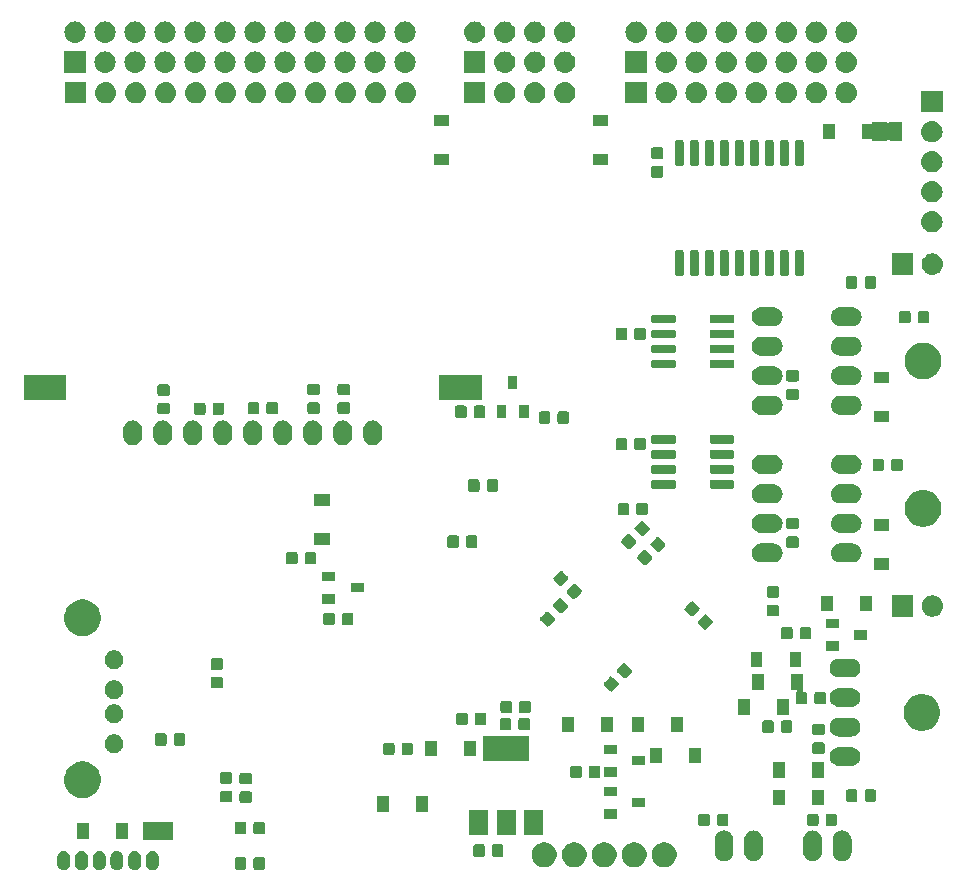
<source format=gbr>
G04 #@! TF.GenerationSoftware,KiCad,Pcbnew,(5.1.4)-1*
G04 #@! TF.CreationDate,2019-10-10T13:13:50+09:00*
G04 #@! TF.ProjectId,stm32f446_main,73746d33-3266-4343-9436-5f6d61696e2e,rev?*
G04 #@! TF.SameCoordinates,Original*
G04 #@! TF.FileFunction,Soldermask,Bot*
G04 #@! TF.FilePolarity,Negative*
%FSLAX46Y46*%
G04 Gerber Fmt 4.6, Leading zero omitted, Abs format (unit mm)*
G04 Created by KiCad (PCBNEW (5.1.4)-1) date 2019-10-10 13:13:50*
%MOMM*%
%LPD*%
G04 APERTURE LIST*
%ADD10C,0.100000*%
G04 APERTURE END LIST*
D10*
G36*
X156358014Y-117944973D02*
G01*
X156461878Y-117976479D01*
X156505907Y-118000013D01*
X156557599Y-118027643D01*
X156557601Y-118027644D01*
X156557600Y-118027644D01*
X156641501Y-118096499D01*
X156710356Y-118180400D01*
X156761521Y-118276121D01*
X156793027Y-118379985D01*
X156801000Y-118460933D01*
X156801000Y-119039067D01*
X156793027Y-119120015D01*
X156761521Y-119223879D01*
X156761519Y-119223882D01*
X156710357Y-119319600D01*
X156641501Y-119403501D01*
X156557600Y-119472357D01*
X156515488Y-119494866D01*
X156461879Y-119523521D01*
X156358015Y-119555027D01*
X156250000Y-119565666D01*
X156141986Y-119555027D01*
X156038122Y-119523521D01*
X155984513Y-119494866D01*
X155942401Y-119472357D01*
X155858500Y-119403501D01*
X155789643Y-119319599D01*
X155738481Y-119223882D01*
X155725590Y-119181385D01*
X155706973Y-119120015D01*
X155699000Y-119039067D01*
X155699000Y-118460934D01*
X155706973Y-118379986D01*
X155738479Y-118276122D01*
X155789644Y-118180400D01*
X155858499Y-118096499D01*
X155942400Y-118027644D01*
X155942399Y-118027644D01*
X155942401Y-118027643D01*
X155994093Y-118000013D01*
X156038121Y-117976479D01*
X156141985Y-117944973D01*
X156250000Y-117934334D01*
X156358014Y-117944973D01*
X156358014Y-117944973D01*
G37*
G36*
X154858014Y-117944973D02*
G01*
X154961878Y-117976479D01*
X155005907Y-118000013D01*
X155057599Y-118027643D01*
X155057601Y-118027644D01*
X155057600Y-118027644D01*
X155141501Y-118096499D01*
X155210356Y-118180400D01*
X155261521Y-118276121D01*
X155293027Y-118379985D01*
X155301000Y-118460933D01*
X155301000Y-119039067D01*
X155293027Y-119120015D01*
X155261521Y-119223879D01*
X155261519Y-119223882D01*
X155210357Y-119319600D01*
X155141501Y-119403501D01*
X155057600Y-119472357D01*
X155015488Y-119494866D01*
X154961879Y-119523521D01*
X154858015Y-119555027D01*
X154750000Y-119565666D01*
X154641986Y-119555027D01*
X154538122Y-119523521D01*
X154484513Y-119494866D01*
X154442401Y-119472357D01*
X154358500Y-119403501D01*
X154289643Y-119319599D01*
X154238481Y-119223882D01*
X154225590Y-119181385D01*
X154206973Y-119120015D01*
X154199000Y-119039067D01*
X154199000Y-118460934D01*
X154206973Y-118379986D01*
X154238479Y-118276122D01*
X154289644Y-118180400D01*
X154358499Y-118096499D01*
X154442400Y-118027644D01*
X154442399Y-118027644D01*
X154442401Y-118027643D01*
X154494093Y-118000013D01*
X154538121Y-117976479D01*
X154641985Y-117944973D01*
X154750000Y-117934334D01*
X154858014Y-117944973D01*
X154858014Y-117944973D01*
G37*
G36*
X162358014Y-117944973D02*
G01*
X162461878Y-117976479D01*
X162505907Y-118000013D01*
X162557599Y-118027643D01*
X162557601Y-118027644D01*
X162557600Y-118027644D01*
X162641501Y-118096499D01*
X162710356Y-118180400D01*
X162761521Y-118276121D01*
X162793027Y-118379985D01*
X162801000Y-118460933D01*
X162801000Y-119039067D01*
X162793027Y-119120015D01*
X162761521Y-119223879D01*
X162761519Y-119223882D01*
X162710357Y-119319600D01*
X162641501Y-119403501D01*
X162557600Y-119472357D01*
X162515488Y-119494866D01*
X162461879Y-119523521D01*
X162358015Y-119555027D01*
X162250000Y-119565666D01*
X162141986Y-119555027D01*
X162038122Y-119523521D01*
X161984513Y-119494866D01*
X161942401Y-119472357D01*
X161858500Y-119403501D01*
X161789643Y-119319599D01*
X161738481Y-119223882D01*
X161725590Y-119181385D01*
X161706973Y-119120015D01*
X161699000Y-119039067D01*
X161699000Y-118460934D01*
X161706973Y-118379986D01*
X161738479Y-118276122D01*
X161789644Y-118180400D01*
X161858499Y-118096499D01*
X161942400Y-118027644D01*
X161942399Y-118027644D01*
X161942401Y-118027643D01*
X161994093Y-118000013D01*
X162038121Y-117976479D01*
X162141985Y-117944973D01*
X162250000Y-117934334D01*
X162358014Y-117944973D01*
X162358014Y-117944973D01*
G37*
G36*
X160858014Y-117944973D02*
G01*
X160961878Y-117976479D01*
X161005907Y-118000013D01*
X161057599Y-118027643D01*
X161057601Y-118027644D01*
X161057600Y-118027644D01*
X161141501Y-118096499D01*
X161210356Y-118180400D01*
X161261521Y-118276121D01*
X161293027Y-118379985D01*
X161301000Y-118460933D01*
X161301000Y-119039067D01*
X161293027Y-119120015D01*
X161261521Y-119223879D01*
X161261519Y-119223882D01*
X161210357Y-119319600D01*
X161141501Y-119403501D01*
X161057600Y-119472357D01*
X161015488Y-119494866D01*
X160961879Y-119523521D01*
X160858015Y-119555027D01*
X160750000Y-119565666D01*
X160641986Y-119555027D01*
X160538122Y-119523521D01*
X160484513Y-119494866D01*
X160442401Y-119472357D01*
X160358500Y-119403501D01*
X160289643Y-119319599D01*
X160238481Y-119223882D01*
X160225590Y-119181385D01*
X160206973Y-119120015D01*
X160199000Y-119039067D01*
X160199000Y-118460934D01*
X160206973Y-118379986D01*
X160238479Y-118276122D01*
X160289644Y-118180400D01*
X160358499Y-118096499D01*
X160442400Y-118027644D01*
X160442399Y-118027644D01*
X160442401Y-118027643D01*
X160494093Y-118000013D01*
X160538121Y-117976479D01*
X160641985Y-117944973D01*
X160750000Y-117934334D01*
X160858014Y-117944973D01*
X160858014Y-117944973D01*
G37*
G36*
X157858014Y-117944973D02*
G01*
X157961878Y-117976479D01*
X158005907Y-118000013D01*
X158057599Y-118027643D01*
X158057601Y-118027644D01*
X158057600Y-118027644D01*
X158141501Y-118096499D01*
X158210356Y-118180400D01*
X158261521Y-118276121D01*
X158293027Y-118379985D01*
X158301000Y-118460933D01*
X158301000Y-119039067D01*
X158293027Y-119120015D01*
X158261521Y-119223879D01*
X158261519Y-119223882D01*
X158210357Y-119319600D01*
X158141501Y-119403501D01*
X158057600Y-119472357D01*
X158015488Y-119494866D01*
X157961879Y-119523521D01*
X157858015Y-119555027D01*
X157750000Y-119565666D01*
X157641986Y-119555027D01*
X157538122Y-119523521D01*
X157484513Y-119494866D01*
X157442401Y-119472357D01*
X157358500Y-119403501D01*
X157289643Y-119319599D01*
X157238481Y-119223882D01*
X157225590Y-119181385D01*
X157206973Y-119120015D01*
X157199000Y-119039067D01*
X157199000Y-118460934D01*
X157206973Y-118379986D01*
X157238479Y-118276122D01*
X157289644Y-118180400D01*
X157358499Y-118096499D01*
X157442400Y-118027644D01*
X157442399Y-118027644D01*
X157442401Y-118027643D01*
X157494093Y-118000013D01*
X157538121Y-117976479D01*
X157641985Y-117944973D01*
X157750000Y-117934334D01*
X157858014Y-117944973D01*
X157858014Y-117944973D01*
G37*
G36*
X159358014Y-117944973D02*
G01*
X159461878Y-117976479D01*
X159505907Y-118000013D01*
X159557599Y-118027643D01*
X159557601Y-118027644D01*
X159557600Y-118027644D01*
X159641501Y-118096499D01*
X159710356Y-118180400D01*
X159761521Y-118276121D01*
X159793027Y-118379985D01*
X159801000Y-118460933D01*
X159801000Y-119039067D01*
X159793027Y-119120015D01*
X159761521Y-119223879D01*
X159761519Y-119223882D01*
X159710357Y-119319600D01*
X159641501Y-119403501D01*
X159557600Y-119472357D01*
X159515488Y-119494866D01*
X159461879Y-119523521D01*
X159358015Y-119555027D01*
X159250000Y-119565666D01*
X159141986Y-119555027D01*
X159038122Y-119523521D01*
X158984513Y-119494866D01*
X158942401Y-119472357D01*
X158858500Y-119403501D01*
X158789643Y-119319599D01*
X158738481Y-119223882D01*
X158725590Y-119181385D01*
X158706973Y-119120015D01*
X158699000Y-119039067D01*
X158699000Y-118460934D01*
X158706973Y-118379986D01*
X158738479Y-118276122D01*
X158789644Y-118180400D01*
X158858499Y-118096499D01*
X158942400Y-118027644D01*
X158942399Y-118027644D01*
X158942401Y-118027643D01*
X158994093Y-118000013D01*
X159038121Y-117976479D01*
X159141985Y-117944973D01*
X159250000Y-117934334D01*
X159358014Y-117944973D01*
X159358014Y-117944973D01*
G37*
G36*
X170054591Y-118478085D02*
G01*
X170088569Y-118488393D01*
X170119890Y-118505134D01*
X170147339Y-118527661D01*
X170169866Y-118555110D01*
X170186607Y-118586431D01*
X170196915Y-118620409D01*
X170201000Y-118661890D01*
X170201000Y-119338110D01*
X170196915Y-119379591D01*
X170186607Y-119413569D01*
X170169866Y-119444890D01*
X170147339Y-119472339D01*
X170119890Y-119494866D01*
X170088569Y-119511607D01*
X170054591Y-119521915D01*
X170013110Y-119526000D01*
X169411890Y-119526000D01*
X169370409Y-119521915D01*
X169336431Y-119511607D01*
X169305110Y-119494866D01*
X169277661Y-119472339D01*
X169255134Y-119444890D01*
X169238393Y-119413569D01*
X169228085Y-119379591D01*
X169224000Y-119338110D01*
X169224000Y-118661890D01*
X169228085Y-118620409D01*
X169238393Y-118586431D01*
X169255134Y-118555110D01*
X169277661Y-118527661D01*
X169305110Y-118505134D01*
X169336431Y-118488393D01*
X169370409Y-118478085D01*
X169411890Y-118474000D01*
X170013110Y-118474000D01*
X170054591Y-118478085D01*
X170054591Y-118478085D01*
G37*
G36*
X171629591Y-118478085D02*
G01*
X171663569Y-118488393D01*
X171694890Y-118505134D01*
X171722339Y-118527661D01*
X171744866Y-118555110D01*
X171761607Y-118586431D01*
X171771915Y-118620409D01*
X171776000Y-118661890D01*
X171776000Y-119338110D01*
X171771915Y-119379591D01*
X171761607Y-119413569D01*
X171744866Y-119444890D01*
X171722339Y-119472339D01*
X171694890Y-119494866D01*
X171663569Y-119511607D01*
X171629591Y-119521915D01*
X171588110Y-119526000D01*
X170986890Y-119526000D01*
X170945409Y-119521915D01*
X170911431Y-119511607D01*
X170880110Y-119494866D01*
X170852661Y-119472339D01*
X170830134Y-119444890D01*
X170813393Y-119413569D01*
X170803085Y-119379591D01*
X170799000Y-119338110D01*
X170799000Y-118661890D01*
X170803085Y-118620409D01*
X170813393Y-118586431D01*
X170830134Y-118555110D01*
X170852661Y-118527661D01*
X170880110Y-118505134D01*
X170911431Y-118488393D01*
X170945409Y-118478085D01*
X170986890Y-118474000D01*
X171588110Y-118474000D01*
X171629591Y-118478085D01*
X171629591Y-118478085D01*
G37*
G36*
X203346564Y-117239389D02*
G01*
X203537833Y-117318615D01*
X203537835Y-117318616D01*
X203648548Y-117392592D01*
X203709973Y-117433635D01*
X203856365Y-117580027D01*
X203971385Y-117752167D01*
X204050611Y-117943436D01*
X204091000Y-118146484D01*
X204091000Y-118353516D01*
X204050611Y-118556564D01*
X203973135Y-118743608D01*
X203971384Y-118747835D01*
X203856365Y-118919973D01*
X203709973Y-119066365D01*
X203537835Y-119181384D01*
X203537834Y-119181385D01*
X203537833Y-119181385D01*
X203346564Y-119260611D01*
X203143516Y-119301000D01*
X202936484Y-119301000D01*
X202733436Y-119260611D01*
X202542167Y-119181385D01*
X202542166Y-119181385D01*
X202542165Y-119181384D01*
X202370027Y-119066365D01*
X202223635Y-118919973D01*
X202108616Y-118747835D01*
X202106865Y-118743608D01*
X202029389Y-118556564D01*
X201989000Y-118353516D01*
X201989000Y-118146484D01*
X202029389Y-117943436D01*
X202108615Y-117752167D01*
X202223635Y-117580027D01*
X202370027Y-117433635D01*
X202431452Y-117392592D01*
X202542165Y-117318616D01*
X202542167Y-117318615D01*
X202733436Y-117239389D01*
X202936484Y-117199000D01*
X203143516Y-117199000D01*
X203346564Y-117239389D01*
X203346564Y-117239389D01*
G37*
G36*
X195726564Y-117239389D02*
G01*
X195917833Y-117318615D01*
X195917835Y-117318616D01*
X196028548Y-117392592D01*
X196089973Y-117433635D01*
X196236365Y-117580027D01*
X196351385Y-117752167D01*
X196430611Y-117943436D01*
X196471000Y-118146484D01*
X196471000Y-118353516D01*
X196430611Y-118556564D01*
X196353135Y-118743608D01*
X196351384Y-118747835D01*
X196236365Y-118919973D01*
X196089973Y-119066365D01*
X195917835Y-119181384D01*
X195917834Y-119181385D01*
X195917833Y-119181385D01*
X195726564Y-119260611D01*
X195523516Y-119301000D01*
X195316484Y-119301000D01*
X195113436Y-119260611D01*
X194922167Y-119181385D01*
X194922166Y-119181385D01*
X194922165Y-119181384D01*
X194750027Y-119066365D01*
X194603635Y-118919973D01*
X194488616Y-118747835D01*
X194486865Y-118743608D01*
X194409389Y-118556564D01*
X194369000Y-118353516D01*
X194369000Y-118146484D01*
X194409389Y-117943436D01*
X194488615Y-117752167D01*
X194603635Y-117580027D01*
X194750027Y-117433635D01*
X194811452Y-117392592D01*
X194922165Y-117318616D01*
X194922167Y-117318615D01*
X195113436Y-117239389D01*
X195316484Y-117199000D01*
X195523516Y-117199000D01*
X195726564Y-117239389D01*
X195726564Y-117239389D01*
G37*
G36*
X205886564Y-117239389D02*
G01*
X206077833Y-117318615D01*
X206077835Y-117318616D01*
X206188548Y-117392592D01*
X206249973Y-117433635D01*
X206396365Y-117580027D01*
X206511385Y-117752167D01*
X206590611Y-117943436D01*
X206631000Y-118146484D01*
X206631000Y-118353516D01*
X206590611Y-118556564D01*
X206513135Y-118743608D01*
X206511384Y-118747835D01*
X206396365Y-118919973D01*
X206249973Y-119066365D01*
X206077835Y-119181384D01*
X206077834Y-119181385D01*
X206077833Y-119181385D01*
X205886564Y-119260611D01*
X205683516Y-119301000D01*
X205476484Y-119301000D01*
X205273436Y-119260611D01*
X205082167Y-119181385D01*
X205082166Y-119181385D01*
X205082165Y-119181384D01*
X204910027Y-119066365D01*
X204763635Y-118919973D01*
X204648616Y-118747835D01*
X204646865Y-118743608D01*
X204569389Y-118556564D01*
X204529000Y-118353516D01*
X204529000Y-118146484D01*
X204569389Y-117943436D01*
X204648615Y-117752167D01*
X204763635Y-117580027D01*
X204910027Y-117433635D01*
X204971452Y-117392592D01*
X205082165Y-117318616D01*
X205082167Y-117318615D01*
X205273436Y-117239389D01*
X205476484Y-117199000D01*
X205683516Y-117199000D01*
X205886564Y-117239389D01*
X205886564Y-117239389D01*
G37*
G36*
X198276564Y-117239389D02*
G01*
X198467833Y-117318615D01*
X198467835Y-117318616D01*
X198578548Y-117392592D01*
X198639973Y-117433635D01*
X198786365Y-117580027D01*
X198901385Y-117752167D01*
X198980611Y-117943436D01*
X199021000Y-118146484D01*
X199021000Y-118353516D01*
X198980611Y-118556564D01*
X198903135Y-118743608D01*
X198901384Y-118747835D01*
X198786365Y-118919973D01*
X198639973Y-119066365D01*
X198467835Y-119181384D01*
X198467834Y-119181385D01*
X198467833Y-119181385D01*
X198276564Y-119260611D01*
X198073516Y-119301000D01*
X197866484Y-119301000D01*
X197663436Y-119260611D01*
X197472167Y-119181385D01*
X197472166Y-119181385D01*
X197472165Y-119181384D01*
X197300027Y-119066365D01*
X197153635Y-118919973D01*
X197038616Y-118747835D01*
X197036865Y-118743608D01*
X196959389Y-118556564D01*
X196919000Y-118353516D01*
X196919000Y-118146484D01*
X196959389Y-117943436D01*
X197038615Y-117752167D01*
X197153635Y-117580027D01*
X197300027Y-117433635D01*
X197361452Y-117392592D01*
X197472165Y-117318616D01*
X197472167Y-117318615D01*
X197663436Y-117239389D01*
X197866484Y-117199000D01*
X198073516Y-117199000D01*
X198276564Y-117239389D01*
X198276564Y-117239389D01*
G37*
G36*
X200806564Y-117239389D02*
G01*
X200997833Y-117318615D01*
X200997835Y-117318616D01*
X201108548Y-117392592D01*
X201169973Y-117433635D01*
X201316365Y-117580027D01*
X201431385Y-117752167D01*
X201510611Y-117943436D01*
X201551000Y-118146484D01*
X201551000Y-118353516D01*
X201510611Y-118556564D01*
X201433135Y-118743608D01*
X201431384Y-118747835D01*
X201316365Y-118919973D01*
X201169973Y-119066365D01*
X200997835Y-119181384D01*
X200997834Y-119181385D01*
X200997833Y-119181385D01*
X200806564Y-119260611D01*
X200603516Y-119301000D01*
X200396484Y-119301000D01*
X200193436Y-119260611D01*
X200002167Y-119181385D01*
X200002166Y-119181385D01*
X200002165Y-119181384D01*
X199830027Y-119066365D01*
X199683635Y-118919973D01*
X199568616Y-118747835D01*
X199566865Y-118743608D01*
X199489389Y-118556564D01*
X199449000Y-118353516D01*
X199449000Y-118146484D01*
X199489389Y-117943436D01*
X199568615Y-117752167D01*
X199683635Y-117580027D01*
X199830027Y-117433635D01*
X199891452Y-117392592D01*
X200002165Y-117318616D01*
X200002167Y-117318615D01*
X200193436Y-117239389D01*
X200396484Y-117199000D01*
X200603516Y-117199000D01*
X200806564Y-117239389D01*
X200806564Y-117239389D01*
G37*
G36*
X210807022Y-116210590D02*
G01*
X210904155Y-116240055D01*
X210958012Y-116256392D01*
X211094601Y-116329401D01*
X211097164Y-116330771D01*
X211219133Y-116430867D01*
X211263424Y-116484836D01*
X211319229Y-116552835D01*
X211393608Y-116691987D01*
X211408875Y-116742318D01*
X211439410Y-116842977D01*
X211451000Y-116960655D01*
X211451000Y-118039345D01*
X211439410Y-118157023D01*
X211408875Y-118257682D01*
X211393608Y-118308013D01*
X211319229Y-118447165D01*
X211219133Y-118569133D01*
X211097165Y-118669229D01*
X210958013Y-118743608D01*
X210907682Y-118758875D01*
X210807023Y-118789410D01*
X210650000Y-118804875D01*
X210492978Y-118789410D01*
X210392319Y-118758875D01*
X210341988Y-118743608D01*
X210202836Y-118669229D01*
X210080868Y-118569133D01*
X209980772Y-118447165D01*
X209906393Y-118308013D01*
X209891126Y-118257682D01*
X209860591Y-118157023D01*
X209849001Y-118039345D01*
X209849000Y-116960656D01*
X209860590Y-116842978D01*
X209906392Y-116691989D01*
X209906392Y-116691988D01*
X209980771Y-116552836D01*
X209980772Y-116552835D01*
X210080867Y-116430867D01*
X210202835Y-116330771D01*
X210205398Y-116329401D01*
X210341987Y-116256392D01*
X210395844Y-116240055D01*
X210492977Y-116210590D01*
X210650000Y-116195125D01*
X210807022Y-116210590D01*
X210807022Y-116210590D01*
G37*
G36*
X220807022Y-116210590D02*
G01*
X220904155Y-116240055D01*
X220958012Y-116256392D01*
X221094601Y-116329401D01*
X221097164Y-116330771D01*
X221219133Y-116430867D01*
X221263424Y-116484836D01*
X221319229Y-116552835D01*
X221393608Y-116691987D01*
X221408875Y-116742318D01*
X221439410Y-116842977D01*
X221451000Y-116960655D01*
X221451000Y-118039345D01*
X221439410Y-118157023D01*
X221408875Y-118257682D01*
X221393608Y-118308013D01*
X221319229Y-118447165D01*
X221219133Y-118569133D01*
X221097165Y-118669229D01*
X220958013Y-118743608D01*
X220907682Y-118758875D01*
X220807023Y-118789410D01*
X220650000Y-118804875D01*
X220492978Y-118789410D01*
X220392319Y-118758875D01*
X220341988Y-118743608D01*
X220202836Y-118669229D01*
X220080868Y-118569133D01*
X219980772Y-118447165D01*
X219906393Y-118308013D01*
X219891126Y-118257682D01*
X219860591Y-118157023D01*
X219849001Y-118039345D01*
X219849000Y-116960656D01*
X219860590Y-116842978D01*
X219906392Y-116691989D01*
X219906392Y-116691988D01*
X219980771Y-116552836D01*
X219980772Y-116552835D01*
X220080867Y-116430867D01*
X220202835Y-116330771D01*
X220205398Y-116329401D01*
X220341987Y-116256392D01*
X220395844Y-116240055D01*
X220492977Y-116210590D01*
X220650000Y-116195125D01*
X220807022Y-116210590D01*
X220807022Y-116210590D01*
G37*
G36*
X218307022Y-116210590D02*
G01*
X218404155Y-116240055D01*
X218458012Y-116256392D01*
X218594601Y-116329401D01*
X218597164Y-116330771D01*
X218719133Y-116430867D01*
X218763424Y-116484836D01*
X218819229Y-116552835D01*
X218893608Y-116691987D01*
X218908875Y-116742318D01*
X218939410Y-116842977D01*
X218951000Y-116960655D01*
X218951000Y-118039345D01*
X218939410Y-118157023D01*
X218908875Y-118257682D01*
X218893608Y-118308013D01*
X218819229Y-118447165D01*
X218719133Y-118569133D01*
X218597165Y-118669229D01*
X218458013Y-118743608D01*
X218407682Y-118758875D01*
X218307023Y-118789410D01*
X218150000Y-118804875D01*
X217992978Y-118789410D01*
X217892319Y-118758875D01*
X217841988Y-118743608D01*
X217702836Y-118669229D01*
X217580868Y-118569133D01*
X217480772Y-118447165D01*
X217406393Y-118308013D01*
X217391126Y-118257682D01*
X217360591Y-118157023D01*
X217349001Y-118039345D01*
X217349000Y-116960656D01*
X217360590Y-116842978D01*
X217406392Y-116691989D01*
X217406392Y-116691988D01*
X217480771Y-116552836D01*
X217480772Y-116552835D01*
X217580867Y-116430867D01*
X217702835Y-116330771D01*
X217705398Y-116329401D01*
X217841987Y-116256392D01*
X217895844Y-116240055D01*
X217992977Y-116210590D01*
X218150000Y-116195125D01*
X218307022Y-116210590D01*
X218307022Y-116210590D01*
G37*
G36*
X213307022Y-116210590D02*
G01*
X213404155Y-116240055D01*
X213458012Y-116256392D01*
X213594601Y-116329401D01*
X213597164Y-116330771D01*
X213719133Y-116430867D01*
X213763424Y-116484836D01*
X213819229Y-116552835D01*
X213893608Y-116691987D01*
X213908875Y-116742318D01*
X213939410Y-116842977D01*
X213951000Y-116960655D01*
X213951000Y-118039345D01*
X213939410Y-118157023D01*
X213908875Y-118257682D01*
X213893608Y-118308013D01*
X213819229Y-118447165D01*
X213719133Y-118569133D01*
X213597165Y-118669229D01*
X213458013Y-118743608D01*
X213407682Y-118758875D01*
X213307023Y-118789410D01*
X213150000Y-118804875D01*
X212992978Y-118789410D01*
X212892319Y-118758875D01*
X212841988Y-118743608D01*
X212702836Y-118669229D01*
X212580868Y-118569133D01*
X212480772Y-118447165D01*
X212406393Y-118308013D01*
X212391126Y-118257682D01*
X212360591Y-118157023D01*
X212349001Y-118039345D01*
X212349000Y-116960656D01*
X212360590Y-116842978D01*
X212406392Y-116691989D01*
X212406392Y-116691988D01*
X212480771Y-116552836D01*
X212480772Y-116552835D01*
X212580867Y-116430867D01*
X212702835Y-116330771D01*
X212705398Y-116329401D01*
X212841987Y-116256392D01*
X212895844Y-116240055D01*
X212992977Y-116210590D01*
X213150000Y-116195125D01*
X213307022Y-116210590D01*
X213307022Y-116210590D01*
G37*
G36*
X190254591Y-117378085D02*
G01*
X190288569Y-117388393D01*
X190319890Y-117405134D01*
X190347339Y-117427661D01*
X190369866Y-117455110D01*
X190386607Y-117486431D01*
X190396915Y-117520409D01*
X190401000Y-117561890D01*
X190401000Y-118238110D01*
X190396915Y-118279591D01*
X190386607Y-118313569D01*
X190369866Y-118344890D01*
X190347339Y-118372339D01*
X190319890Y-118394866D01*
X190288569Y-118411607D01*
X190254591Y-118421915D01*
X190213110Y-118426000D01*
X189611890Y-118426000D01*
X189570409Y-118421915D01*
X189536431Y-118411607D01*
X189505110Y-118394866D01*
X189477661Y-118372339D01*
X189455134Y-118344890D01*
X189438393Y-118313569D01*
X189428085Y-118279591D01*
X189424000Y-118238110D01*
X189424000Y-117561890D01*
X189428085Y-117520409D01*
X189438393Y-117486431D01*
X189455134Y-117455110D01*
X189477661Y-117427661D01*
X189505110Y-117405134D01*
X189536431Y-117388393D01*
X189570409Y-117378085D01*
X189611890Y-117374000D01*
X190213110Y-117374000D01*
X190254591Y-117378085D01*
X190254591Y-117378085D01*
G37*
G36*
X191829591Y-117378085D02*
G01*
X191863569Y-117388393D01*
X191894890Y-117405134D01*
X191922339Y-117427661D01*
X191944866Y-117455110D01*
X191961607Y-117486431D01*
X191971915Y-117520409D01*
X191976000Y-117561890D01*
X191976000Y-118238110D01*
X191971915Y-118279591D01*
X191961607Y-118313569D01*
X191944866Y-118344890D01*
X191922339Y-118372339D01*
X191894890Y-118394866D01*
X191863569Y-118411607D01*
X191829591Y-118421915D01*
X191788110Y-118426000D01*
X191186890Y-118426000D01*
X191145409Y-118421915D01*
X191111431Y-118411607D01*
X191080110Y-118394866D01*
X191052661Y-118372339D01*
X191030134Y-118344890D01*
X191013393Y-118313569D01*
X191003085Y-118279591D01*
X190999000Y-118238110D01*
X190999000Y-117561890D01*
X191003085Y-117520409D01*
X191013393Y-117486431D01*
X191030134Y-117455110D01*
X191052661Y-117427661D01*
X191080110Y-117405134D01*
X191111431Y-117388393D01*
X191145409Y-117378085D01*
X191186890Y-117374000D01*
X191788110Y-117374000D01*
X191829591Y-117378085D01*
X191829591Y-117378085D01*
G37*
G36*
X162534999Y-115449737D02*
G01*
X162544608Y-115452652D01*
X162553472Y-115457390D01*
X162561212Y-115463742D01*
X162561213Y-115463743D01*
X162561237Y-115463763D01*
X162567640Y-115471573D01*
X162567677Y-115471628D01*
X162575480Y-115481147D01*
X162575511Y-115481122D01*
X162586853Y-115494972D01*
X162605779Y-115510537D01*
X162627377Y-115522111D01*
X162650819Y-115529249D01*
X162675202Y-115531676D01*
X162699591Y-115529300D01*
X162723047Y-115522211D01*
X162744670Y-115510682D01*
X162763628Y-115495157D01*
X162779193Y-115476231D01*
X162781029Y-115473175D01*
X162782418Y-115471486D01*
X162782419Y-115471484D01*
X162788801Y-115463725D01*
X162796573Y-115457360D01*
X162796575Y-115457358D01*
X162805399Y-115452654D01*
X162805438Y-115452633D01*
X162815055Y-115449727D01*
X162815085Y-115449718D01*
X162831113Y-115448148D01*
X163968860Y-115448148D01*
X163984999Y-115449737D01*
X163994608Y-115452652D01*
X164003472Y-115457390D01*
X164011237Y-115463763D01*
X164017610Y-115471528D01*
X164022348Y-115480392D01*
X164025263Y-115490001D01*
X164026852Y-115506140D01*
X164026852Y-116993860D01*
X164025263Y-117009999D01*
X164022348Y-117019608D01*
X164017610Y-117028472D01*
X164011237Y-117036237D01*
X164003472Y-117042610D01*
X163994608Y-117047348D01*
X163984999Y-117050263D01*
X163968860Y-117051852D01*
X162831140Y-117051852D01*
X162815001Y-117050263D01*
X162805392Y-117047348D01*
X162796528Y-117042610D01*
X162788763Y-117036237D01*
X162778116Y-117023263D01*
X162771947Y-117014032D01*
X162754619Y-116996706D01*
X162734244Y-116983093D01*
X162711605Y-116973717D01*
X162687572Y-116968937D01*
X162663068Y-116968938D01*
X162639035Y-116973720D01*
X162616396Y-116983098D01*
X162596022Y-116996713D01*
X162578696Y-117014041D01*
X162571825Y-117023317D01*
X162567640Y-117028427D01*
X162561275Y-117036199D01*
X162553516Y-117042581D01*
X162544661Y-117047326D01*
X162541623Y-117048251D01*
X162535085Y-117050242D01*
X162535082Y-117050242D01*
X162535050Y-117050252D01*
X162525000Y-117051247D01*
X162524935Y-117051247D01*
X162518825Y-117051852D01*
X161531140Y-117051852D01*
X161515001Y-117050263D01*
X161505392Y-117047348D01*
X161496528Y-117042610D01*
X161488763Y-117036237D01*
X161482390Y-117028472D01*
X161477652Y-117019608D01*
X161474737Y-117009999D01*
X161473148Y-116993860D01*
X161473148Y-115506140D01*
X161474737Y-115490001D01*
X161477652Y-115480392D01*
X161482390Y-115471528D01*
X161488763Y-115463763D01*
X161496528Y-115457390D01*
X161505392Y-115452652D01*
X161515001Y-115449737D01*
X161531140Y-115448148D01*
X162518860Y-115448148D01*
X162534999Y-115449737D01*
X162534999Y-115449737D01*
G37*
G36*
X160151000Y-116901000D02*
G01*
X159149000Y-116901000D01*
X159149000Y-115599000D01*
X160151000Y-115599000D01*
X160151000Y-116901000D01*
X160151000Y-116901000D01*
G37*
G36*
X156851000Y-116901000D02*
G01*
X155849000Y-116901000D01*
X155849000Y-115599000D01*
X156851000Y-115599000D01*
X156851000Y-116901000D01*
X156851000Y-116901000D01*
G37*
G36*
X195301000Y-116601000D02*
G01*
X193699000Y-116601000D01*
X193699000Y-114499000D01*
X195301000Y-114499000D01*
X195301000Y-116601000D01*
X195301000Y-116601000D01*
G37*
G36*
X190701000Y-116601000D02*
G01*
X189099000Y-116601000D01*
X189099000Y-114499000D01*
X190701000Y-114499000D01*
X190701000Y-116601000D01*
X190701000Y-116601000D01*
G37*
G36*
X193001000Y-116601000D02*
G01*
X191399000Y-116601000D01*
X191399000Y-114499000D01*
X193001000Y-114499000D01*
X193001000Y-116601000D01*
X193001000Y-116601000D01*
G37*
G36*
X171629591Y-115478085D02*
G01*
X171663569Y-115488393D01*
X171694890Y-115505134D01*
X171722339Y-115527661D01*
X171744866Y-115555110D01*
X171761607Y-115586431D01*
X171771915Y-115620409D01*
X171776000Y-115661890D01*
X171776000Y-116338110D01*
X171771915Y-116379591D01*
X171761607Y-116413569D01*
X171744866Y-116444890D01*
X171722339Y-116472339D01*
X171694890Y-116494866D01*
X171663569Y-116511607D01*
X171629591Y-116521915D01*
X171588110Y-116526000D01*
X170986890Y-116526000D01*
X170945409Y-116521915D01*
X170911431Y-116511607D01*
X170880110Y-116494866D01*
X170852661Y-116472339D01*
X170830134Y-116444890D01*
X170813393Y-116413569D01*
X170803085Y-116379591D01*
X170799000Y-116338110D01*
X170799000Y-115661890D01*
X170803085Y-115620409D01*
X170813393Y-115586431D01*
X170830134Y-115555110D01*
X170852661Y-115527661D01*
X170880110Y-115505134D01*
X170911431Y-115488393D01*
X170945409Y-115478085D01*
X170986890Y-115474000D01*
X171588110Y-115474000D01*
X171629591Y-115478085D01*
X171629591Y-115478085D01*
G37*
G36*
X170054591Y-115478085D02*
G01*
X170088569Y-115488393D01*
X170119890Y-115505134D01*
X170147339Y-115527661D01*
X170169866Y-115555110D01*
X170186607Y-115586431D01*
X170196915Y-115620409D01*
X170201000Y-115661890D01*
X170201000Y-116338110D01*
X170196915Y-116379591D01*
X170186607Y-116413569D01*
X170169866Y-116444890D01*
X170147339Y-116472339D01*
X170119890Y-116494866D01*
X170088569Y-116511607D01*
X170054591Y-116521915D01*
X170013110Y-116526000D01*
X169411890Y-116526000D01*
X169370409Y-116521915D01*
X169336431Y-116511607D01*
X169305110Y-116494866D01*
X169277661Y-116472339D01*
X169255134Y-116444890D01*
X169238393Y-116413569D01*
X169228085Y-116379591D01*
X169224000Y-116338110D01*
X169224000Y-115661890D01*
X169228085Y-115620409D01*
X169238393Y-115586431D01*
X169255134Y-115555110D01*
X169277661Y-115527661D01*
X169305110Y-115505134D01*
X169336431Y-115488393D01*
X169370409Y-115478085D01*
X169411890Y-115474000D01*
X170013110Y-115474000D01*
X170054591Y-115478085D01*
X170054591Y-115478085D01*
G37*
G36*
X218504591Y-114778085D02*
G01*
X218538569Y-114788393D01*
X218569890Y-114805134D01*
X218597339Y-114827661D01*
X218619866Y-114855110D01*
X218636607Y-114886431D01*
X218646915Y-114920409D01*
X218651000Y-114961890D01*
X218651000Y-115638110D01*
X218646915Y-115679591D01*
X218636607Y-115713569D01*
X218619866Y-115744890D01*
X218597339Y-115772339D01*
X218569890Y-115794866D01*
X218538569Y-115811607D01*
X218504591Y-115821915D01*
X218463110Y-115826000D01*
X217861890Y-115826000D01*
X217820409Y-115821915D01*
X217786431Y-115811607D01*
X217755110Y-115794866D01*
X217727661Y-115772339D01*
X217705134Y-115744890D01*
X217688393Y-115713569D01*
X217678085Y-115679591D01*
X217674000Y-115638110D01*
X217674000Y-114961890D01*
X217678085Y-114920409D01*
X217688393Y-114886431D01*
X217705134Y-114855110D01*
X217727661Y-114827661D01*
X217755110Y-114805134D01*
X217786431Y-114788393D01*
X217820409Y-114778085D01*
X217861890Y-114774000D01*
X218463110Y-114774000D01*
X218504591Y-114778085D01*
X218504591Y-114778085D01*
G37*
G36*
X210879591Y-114778085D02*
G01*
X210913569Y-114788393D01*
X210944890Y-114805134D01*
X210972339Y-114827661D01*
X210994866Y-114855110D01*
X211011607Y-114886431D01*
X211021915Y-114920409D01*
X211026000Y-114961890D01*
X211026000Y-115638110D01*
X211021915Y-115679591D01*
X211011607Y-115713569D01*
X210994866Y-115744890D01*
X210972339Y-115772339D01*
X210944890Y-115794866D01*
X210913569Y-115811607D01*
X210879591Y-115821915D01*
X210838110Y-115826000D01*
X210236890Y-115826000D01*
X210195409Y-115821915D01*
X210161431Y-115811607D01*
X210130110Y-115794866D01*
X210102661Y-115772339D01*
X210080134Y-115744890D01*
X210063393Y-115713569D01*
X210053085Y-115679591D01*
X210049000Y-115638110D01*
X210049000Y-114961890D01*
X210053085Y-114920409D01*
X210063393Y-114886431D01*
X210080134Y-114855110D01*
X210102661Y-114827661D01*
X210130110Y-114805134D01*
X210161431Y-114788393D01*
X210195409Y-114778085D01*
X210236890Y-114774000D01*
X210838110Y-114774000D01*
X210879591Y-114778085D01*
X210879591Y-114778085D01*
G37*
G36*
X220079591Y-114778085D02*
G01*
X220113569Y-114788393D01*
X220144890Y-114805134D01*
X220172339Y-114827661D01*
X220194866Y-114855110D01*
X220211607Y-114886431D01*
X220221915Y-114920409D01*
X220226000Y-114961890D01*
X220226000Y-115638110D01*
X220221915Y-115679591D01*
X220211607Y-115713569D01*
X220194866Y-115744890D01*
X220172339Y-115772339D01*
X220144890Y-115794866D01*
X220113569Y-115811607D01*
X220079591Y-115821915D01*
X220038110Y-115826000D01*
X219436890Y-115826000D01*
X219395409Y-115821915D01*
X219361431Y-115811607D01*
X219330110Y-115794866D01*
X219302661Y-115772339D01*
X219280134Y-115744890D01*
X219263393Y-115713569D01*
X219253085Y-115679591D01*
X219249000Y-115638110D01*
X219249000Y-114961890D01*
X219253085Y-114920409D01*
X219263393Y-114886431D01*
X219280134Y-114855110D01*
X219302661Y-114827661D01*
X219330110Y-114805134D01*
X219361431Y-114788393D01*
X219395409Y-114778085D01*
X219436890Y-114774000D01*
X220038110Y-114774000D01*
X220079591Y-114778085D01*
X220079591Y-114778085D01*
G37*
G36*
X209304591Y-114778085D02*
G01*
X209338569Y-114788393D01*
X209369890Y-114805134D01*
X209397339Y-114827661D01*
X209419866Y-114855110D01*
X209436607Y-114886431D01*
X209446915Y-114920409D01*
X209451000Y-114961890D01*
X209451000Y-115638110D01*
X209446915Y-115679591D01*
X209436607Y-115713569D01*
X209419866Y-115744890D01*
X209397339Y-115772339D01*
X209369890Y-115794866D01*
X209338569Y-115811607D01*
X209304591Y-115821915D01*
X209263110Y-115826000D01*
X208661890Y-115826000D01*
X208620409Y-115821915D01*
X208586431Y-115811607D01*
X208555110Y-115794866D01*
X208527661Y-115772339D01*
X208505134Y-115744890D01*
X208488393Y-115713569D01*
X208478085Y-115679591D01*
X208474000Y-115638110D01*
X208474000Y-114961890D01*
X208478085Y-114920409D01*
X208488393Y-114886431D01*
X208505134Y-114855110D01*
X208527661Y-114827661D01*
X208555110Y-114805134D01*
X208586431Y-114788393D01*
X208620409Y-114778085D01*
X208661890Y-114774000D01*
X209263110Y-114774000D01*
X209304591Y-114778085D01*
X209304591Y-114778085D01*
G37*
G36*
X201551000Y-115201000D02*
G01*
X200449000Y-115201000D01*
X200449000Y-114399000D01*
X201551000Y-114399000D01*
X201551000Y-115201000D01*
X201551000Y-115201000D01*
G37*
G36*
X185551000Y-114601000D02*
G01*
X184549000Y-114601000D01*
X184549000Y-113299000D01*
X185551000Y-113299000D01*
X185551000Y-114601000D01*
X185551000Y-114601000D01*
G37*
G36*
X182251000Y-114601000D02*
G01*
X181249000Y-114601000D01*
X181249000Y-113299000D01*
X182251000Y-113299000D01*
X182251000Y-114601000D01*
X182251000Y-114601000D01*
G37*
G36*
X203951000Y-114251000D02*
G01*
X202849000Y-114251000D01*
X202849000Y-113449000D01*
X203951000Y-113449000D01*
X203951000Y-114251000D01*
X203951000Y-114251000D01*
G37*
G36*
X215801000Y-114051000D02*
G01*
X214799000Y-114051000D01*
X214799000Y-112749000D01*
X215801000Y-112749000D01*
X215801000Y-114051000D01*
X215801000Y-114051000D01*
G37*
G36*
X219101000Y-114051000D02*
G01*
X218099000Y-114051000D01*
X218099000Y-112749000D01*
X219101000Y-112749000D01*
X219101000Y-114051000D01*
X219101000Y-114051000D01*
G37*
G36*
X170529591Y-112903085D02*
G01*
X170563569Y-112913393D01*
X170594890Y-112930134D01*
X170622339Y-112952661D01*
X170644866Y-112980110D01*
X170661607Y-113011431D01*
X170671915Y-113045409D01*
X170676000Y-113086890D01*
X170676000Y-113688110D01*
X170671915Y-113729591D01*
X170661607Y-113763569D01*
X170644866Y-113794890D01*
X170622339Y-113822339D01*
X170594890Y-113844866D01*
X170563569Y-113861607D01*
X170529591Y-113871915D01*
X170488110Y-113876000D01*
X169811890Y-113876000D01*
X169770409Y-113871915D01*
X169736431Y-113861607D01*
X169705110Y-113844866D01*
X169677661Y-113822339D01*
X169655134Y-113794890D01*
X169638393Y-113763569D01*
X169628085Y-113729591D01*
X169624000Y-113688110D01*
X169624000Y-113086890D01*
X169628085Y-113045409D01*
X169638393Y-113011431D01*
X169655134Y-112980110D01*
X169677661Y-112952661D01*
X169705110Y-112930134D01*
X169736431Y-112913393D01*
X169770409Y-112903085D01*
X169811890Y-112899000D01*
X170488110Y-112899000D01*
X170529591Y-112903085D01*
X170529591Y-112903085D01*
G37*
G36*
X168879591Y-112853085D02*
G01*
X168913569Y-112863393D01*
X168944890Y-112880134D01*
X168972339Y-112902661D01*
X168994866Y-112930110D01*
X169011607Y-112961431D01*
X169021915Y-112995409D01*
X169026000Y-113036890D01*
X169026000Y-113638110D01*
X169021915Y-113679591D01*
X169011607Y-113713569D01*
X168994866Y-113744890D01*
X168972339Y-113772339D01*
X168944890Y-113794866D01*
X168913569Y-113811607D01*
X168879591Y-113821915D01*
X168838110Y-113826000D01*
X168161890Y-113826000D01*
X168120409Y-113821915D01*
X168086431Y-113811607D01*
X168055110Y-113794866D01*
X168027661Y-113772339D01*
X168005134Y-113744890D01*
X167988393Y-113713569D01*
X167978085Y-113679591D01*
X167974000Y-113638110D01*
X167974000Y-113036890D01*
X167978085Y-112995409D01*
X167988393Y-112961431D01*
X168005134Y-112930110D01*
X168027661Y-112902661D01*
X168055110Y-112880134D01*
X168086431Y-112863393D01*
X168120409Y-112853085D01*
X168161890Y-112849000D01*
X168838110Y-112849000D01*
X168879591Y-112853085D01*
X168879591Y-112853085D01*
G37*
G36*
X223379591Y-112728085D02*
G01*
X223413569Y-112738393D01*
X223444890Y-112755134D01*
X223472339Y-112777661D01*
X223494866Y-112805110D01*
X223511607Y-112836431D01*
X223521915Y-112870409D01*
X223526000Y-112911890D01*
X223526000Y-113588110D01*
X223521915Y-113629591D01*
X223511607Y-113663569D01*
X223494866Y-113694890D01*
X223472339Y-113722339D01*
X223444890Y-113744866D01*
X223413569Y-113761607D01*
X223379591Y-113771915D01*
X223338110Y-113776000D01*
X222736890Y-113776000D01*
X222695409Y-113771915D01*
X222661431Y-113761607D01*
X222630110Y-113744866D01*
X222602661Y-113722339D01*
X222580134Y-113694890D01*
X222563393Y-113663569D01*
X222553085Y-113629591D01*
X222549000Y-113588110D01*
X222549000Y-112911890D01*
X222553085Y-112870409D01*
X222563393Y-112836431D01*
X222580134Y-112805110D01*
X222602661Y-112777661D01*
X222630110Y-112755134D01*
X222661431Y-112738393D01*
X222695409Y-112728085D01*
X222736890Y-112724000D01*
X223338110Y-112724000D01*
X223379591Y-112728085D01*
X223379591Y-112728085D01*
G37*
G36*
X221804591Y-112728085D02*
G01*
X221838569Y-112738393D01*
X221869890Y-112755134D01*
X221897339Y-112777661D01*
X221919866Y-112805110D01*
X221936607Y-112836431D01*
X221946915Y-112870409D01*
X221951000Y-112911890D01*
X221951000Y-113588110D01*
X221946915Y-113629591D01*
X221936607Y-113663569D01*
X221919866Y-113694890D01*
X221897339Y-113722339D01*
X221869890Y-113744866D01*
X221838569Y-113761607D01*
X221804591Y-113771915D01*
X221763110Y-113776000D01*
X221161890Y-113776000D01*
X221120409Y-113771915D01*
X221086431Y-113761607D01*
X221055110Y-113744866D01*
X221027661Y-113722339D01*
X221005134Y-113694890D01*
X220988393Y-113663569D01*
X220978085Y-113629591D01*
X220974000Y-113588110D01*
X220974000Y-112911890D01*
X220978085Y-112870409D01*
X220988393Y-112836431D01*
X221005134Y-112805110D01*
X221027661Y-112777661D01*
X221055110Y-112755134D01*
X221086431Y-112738393D01*
X221120409Y-112728085D01*
X221161890Y-112724000D01*
X221763110Y-112724000D01*
X221804591Y-112728085D01*
X221804591Y-112728085D01*
G37*
G36*
X156674759Y-110397165D02*
G01*
X156787492Y-110419589D01*
X156858496Y-110449000D01*
X157069731Y-110536496D01*
X157323741Y-110706220D01*
X157539760Y-110922239D01*
X157709484Y-111176249D01*
X157767024Y-111315164D01*
X157817255Y-111436431D01*
X157826391Y-111458489D01*
X157885990Y-111758111D01*
X157885990Y-112063609D01*
X157826391Y-112363231D01*
X157709484Y-112645471D01*
X157539760Y-112899481D01*
X157323741Y-113115500D01*
X157069731Y-113285224D01*
X156904399Y-113353706D01*
X156787492Y-113402131D01*
X156687617Y-113421997D01*
X156487869Y-113461730D01*
X156182371Y-113461730D01*
X155982623Y-113421997D01*
X155882748Y-113402131D01*
X155765841Y-113353706D01*
X155600509Y-113285224D01*
X155346499Y-113115500D01*
X155130480Y-112899481D01*
X154960756Y-112645471D01*
X154843849Y-112363231D01*
X154784250Y-112063609D01*
X154784250Y-111758111D01*
X154843849Y-111458489D01*
X154852986Y-111436431D01*
X154903216Y-111315164D01*
X154960756Y-111176249D01*
X155130480Y-110922239D01*
X155346499Y-110706220D01*
X155600509Y-110536496D01*
X155811744Y-110449000D01*
X155882748Y-110419589D01*
X155995481Y-110397165D01*
X156182371Y-110359990D01*
X156487869Y-110359990D01*
X156674759Y-110397165D01*
X156674759Y-110397165D01*
G37*
G36*
X201551000Y-113301000D02*
G01*
X200449000Y-113301000D01*
X200449000Y-112499000D01*
X201551000Y-112499000D01*
X201551000Y-113301000D01*
X201551000Y-113301000D01*
G37*
G36*
X170529591Y-111328085D02*
G01*
X170563569Y-111338393D01*
X170594890Y-111355134D01*
X170622339Y-111377661D01*
X170644866Y-111405110D01*
X170661607Y-111436431D01*
X170671915Y-111470409D01*
X170676000Y-111511890D01*
X170676000Y-112113110D01*
X170671915Y-112154591D01*
X170661607Y-112188569D01*
X170644866Y-112219890D01*
X170622339Y-112247339D01*
X170594890Y-112269866D01*
X170563569Y-112286607D01*
X170529591Y-112296915D01*
X170488110Y-112301000D01*
X169811890Y-112301000D01*
X169770409Y-112296915D01*
X169736431Y-112286607D01*
X169705110Y-112269866D01*
X169677661Y-112247339D01*
X169655134Y-112219890D01*
X169638393Y-112188569D01*
X169628085Y-112154591D01*
X169624000Y-112113110D01*
X169624000Y-111511890D01*
X169628085Y-111470409D01*
X169638393Y-111436431D01*
X169655134Y-111405110D01*
X169677661Y-111377661D01*
X169705110Y-111355134D01*
X169736431Y-111338393D01*
X169770409Y-111328085D01*
X169811890Y-111324000D01*
X170488110Y-111324000D01*
X170529591Y-111328085D01*
X170529591Y-111328085D01*
G37*
G36*
X168879591Y-111278085D02*
G01*
X168913569Y-111288393D01*
X168944890Y-111305134D01*
X168972339Y-111327661D01*
X168994866Y-111355110D01*
X169011607Y-111386431D01*
X169021915Y-111420409D01*
X169026000Y-111461890D01*
X169026000Y-112063110D01*
X169021915Y-112104591D01*
X169011607Y-112138569D01*
X168994866Y-112169890D01*
X168972339Y-112197339D01*
X168944890Y-112219866D01*
X168913569Y-112236607D01*
X168879591Y-112246915D01*
X168838110Y-112251000D01*
X168161890Y-112251000D01*
X168120409Y-112246915D01*
X168086431Y-112236607D01*
X168055110Y-112219866D01*
X168027661Y-112197339D01*
X168005134Y-112169890D01*
X167988393Y-112138569D01*
X167978085Y-112104591D01*
X167974000Y-112063110D01*
X167974000Y-111461890D01*
X167978085Y-111420409D01*
X167988393Y-111386431D01*
X168005134Y-111355110D01*
X168027661Y-111327661D01*
X168055110Y-111305134D01*
X168086431Y-111288393D01*
X168120409Y-111278085D01*
X168161890Y-111274000D01*
X168838110Y-111274000D01*
X168879591Y-111278085D01*
X168879591Y-111278085D01*
G37*
G36*
X200029591Y-110728085D02*
G01*
X200063569Y-110738393D01*
X200094890Y-110755134D01*
X200122339Y-110777661D01*
X200144866Y-110805110D01*
X200161607Y-110836431D01*
X200171915Y-110870409D01*
X200176000Y-110911890D01*
X200176000Y-111588110D01*
X200171915Y-111629591D01*
X200161607Y-111663569D01*
X200144866Y-111694890D01*
X200122339Y-111722339D01*
X200094890Y-111744866D01*
X200063569Y-111761607D01*
X200029591Y-111771915D01*
X199988110Y-111776000D01*
X199386890Y-111776000D01*
X199345409Y-111771915D01*
X199311431Y-111761607D01*
X199280110Y-111744866D01*
X199252661Y-111722339D01*
X199230134Y-111694890D01*
X199213393Y-111663569D01*
X199203085Y-111629591D01*
X199199000Y-111588110D01*
X199199000Y-110911890D01*
X199203085Y-110870409D01*
X199213393Y-110836431D01*
X199230134Y-110805110D01*
X199252661Y-110777661D01*
X199280110Y-110755134D01*
X199311431Y-110738393D01*
X199345409Y-110728085D01*
X199386890Y-110724000D01*
X199988110Y-110724000D01*
X200029591Y-110728085D01*
X200029591Y-110728085D01*
G37*
G36*
X198454591Y-110728085D02*
G01*
X198488569Y-110738393D01*
X198519890Y-110755134D01*
X198547339Y-110777661D01*
X198569866Y-110805110D01*
X198586607Y-110836431D01*
X198596915Y-110870409D01*
X198601000Y-110911890D01*
X198601000Y-111588110D01*
X198596915Y-111629591D01*
X198586607Y-111663569D01*
X198569866Y-111694890D01*
X198547339Y-111722339D01*
X198519890Y-111744866D01*
X198488569Y-111761607D01*
X198454591Y-111771915D01*
X198413110Y-111776000D01*
X197811890Y-111776000D01*
X197770409Y-111771915D01*
X197736431Y-111761607D01*
X197705110Y-111744866D01*
X197677661Y-111722339D01*
X197655134Y-111694890D01*
X197638393Y-111663569D01*
X197628085Y-111629591D01*
X197624000Y-111588110D01*
X197624000Y-110911890D01*
X197628085Y-110870409D01*
X197638393Y-110836431D01*
X197655134Y-110805110D01*
X197677661Y-110777661D01*
X197705110Y-110755134D01*
X197736431Y-110738393D01*
X197770409Y-110728085D01*
X197811890Y-110724000D01*
X198413110Y-110724000D01*
X198454591Y-110728085D01*
X198454591Y-110728085D01*
G37*
G36*
X219101000Y-111751000D02*
G01*
X218099000Y-111751000D01*
X218099000Y-110449000D01*
X219101000Y-110449000D01*
X219101000Y-111751000D01*
X219101000Y-111751000D01*
G37*
G36*
X215801000Y-111751000D02*
G01*
X214799000Y-111751000D01*
X214799000Y-110449000D01*
X215801000Y-110449000D01*
X215801000Y-111751000D01*
X215801000Y-111751000D01*
G37*
G36*
X201551000Y-111651000D02*
G01*
X200449000Y-111651000D01*
X200449000Y-110849000D01*
X201551000Y-110849000D01*
X201551000Y-111651000D01*
X201551000Y-111651000D01*
G37*
G36*
X221478571Y-109152863D02*
G01*
X221557023Y-109160590D01*
X221657682Y-109191125D01*
X221708013Y-109206392D01*
X221847165Y-109280771D01*
X221969133Y-109380867D01*
X222069229Y-109502835D01*
X222143608Y-109641987D01*
X222147392Y-109654461D01*
X222189410Y-109792977D01*
X222204875Y-109950000D01*
X222189410Y-110107023D01*
X222158875Y-110207682D01*
X222143608Y-110258013D01*
X222069229Y-110397165D01*
X221969133Y-110519133D01*
X221847165Y-110619229D01*
X221708013Y-110693608D01*
X221683644Y-110701000D01*
X221557023Y-110739410D01*
X221478571Y-110747137D01*
X221439346Y-110751000D01*
X220360654Y-110751000D01*
X220321429Y-110747137D01*
X220242977Y-110739410D01*
X220116356Y-110701000D01*
X220091987Y-110693608D01*
X219952835Y-110619229D01*
X219830867Y-110519133D01*
X219730771Y-110397165D01*
X219656392Y-110258013D01*
X219641125Y-110207682D01*
X219610590Y-110107023D01*
X219595125Y-109950000D01*
X219610590Y-109792977D01*
X219652608Y-109654461D01*
X219656392Y-109641987D01*
X219730771Y-109502835D01*
X219830867Y-109380867D01*
X219952835Y-109280771D01*
X220091987Y-109206392D01*
X220142318Y-109191125D01*
X220242977Y-109160590D01*
X220321429Y-109152863D01*
X220360654Y-109149000D01*
X221439346Y-109149000D01*
X221478571Y-109152863D01*
X221478571Y-109152863D01*
G37*
G36*
X203951000Y-110701000D02*
G01*
X202849000Y-110701000D01*
X202849000Y-109899000D01*
X203951000Y-109899000D01*
X203951000Y-110701000D01*
X203951000Y-110701000D01*
G37*
G36*
X205401000Y-110501000D02*
G01*
X204399000Y-110501000D01*
X204399000Y-109199000D01*
X205401000Y-109199000D01*
X205401000Y-110501000D01*
X205401000Y-110501000D01*
G37*
G36*
X208701000Y-110501000D02*
G01*
X207699000Y-110501000D01*
X207699000Y-109199000D01*
X208701000Y-109199000D01*
X208701000Y-110501000D01*
X208701000Y-110501000D01*
G37*
G36*
X194151000Y-110301000D02*
G01*
X190249000Y-110301000D01*
X190249000Y-108199000D01*
X194151000Y-108199000D01*
X194151000Y-110301000D01*
X194151000Y-110301000D01*
G37*
G36*
X189651000Y-109901000D02*
G01*
X188649000Y-109901000D01*
X188649000Y-108599000D01*
X189651000Y-108599000D01*
X189651000Y-109901000D01*
X189651000Y-109901000D01*
G37*
G36*
X186351000Y-109901000D02*
G01*
X185349000Y-109901000D01*
X185349000Y-108599000D01*
X186351000Y-108599000D01*
X186351000Y-109901000D01*
X186351000Y-109901000D01*
G37*
G36*
X184179591Y-108778085D02*
G01*
X184213569Y-108788393D01*
X184244890Y-108805134D01*
X184272339Y-108827661D01*
X184294866Y-108855110D01*
X184311607Y-108886431D01*
X184321915Y-108920409D01*
X184326000Y-108961890D01*
X184326000Y-109638110D01*
X184321915Y-109679591D01*
X184311607Y-109713569D01*
X184294866Y-109744890D01*
X184272339Y-109772339D01*
X184244890Y-109794866D01*
X184213569Y-109811607D01*
X184179591Y-109821915D01*
X184138110Y-109826000D01*
X183536890Y-109826000D01*
X183495409Y-109821915D01*
X183461431Y-109811607D01*
X183430110Y-109794866D01*
X183402661Y-109772339D01*
X183380134Y-109744890D01*
X183363393Y-109713569D01*
X183353085Y-109679591D01*
X183349000Y-109638110D01*
X183349000Y-108961890D01*
X183353085Y-108920409D01*
X183363393Y-108886431D01*
X183380134Y-108855110D01*
X183402661Y-108827661D01*
X183430110Y-108805134D01*
X183461431Y-108788393D01*
X183495409Y-108778085D01*
X183536890Y-108774000D01*
X184138110Y-108774000D01*
X184179591Y-108778085D01*
X184179591Y-108778085D01*
G37*
G36*
X182604591Y-108778085D02*
G01*
X182638569Y-108788393D01*
X182669890Y-108805134D01*
X182697339Y-108827661D01*
X182719866Y-108855110D01*
X182736607Y-108886431D01*
X182746915Y-108920409D01*
X182751000Y-108961890D01*
X182751000Y-109638110D01*
X182746915Y-109679591D01*
X182736607Y-109713569D01*
X182719866Y-109744890D01*
X182697339Y-109772339D01*
X182669890Y-109794866D01*
X182638569Y-109811607D01*
X182604591Y-109821915D01*
X182563110Y-109826000D01*
X181961890Y-109826000D01*
X181920409Y-109821915D01*
X181886431Y-109811607D01*
X181855110Y-109794866D01*
X181827661Y-109772339D01*
X181805134Y-109744890D01*
X181788393Y-109713569D01*
X181778085Y-109679591D01*
X181774000Y-109638110D01*
X181774000Y-108961890D01*
X181778085Y-108920409D01*
X181788393Y-108886431D01*
X181805134Y-108855110D01*
X181827661Y-108827661D01*
X181855110Y-108805134D01*
X181886431Y-108788393D01*
X181920409Y-108778085D01*
X181961890Y-108774000D01*
X182563110Y-108774000D01*
X182604591Y-108778085D01*
X182604591Y-108778085D01*
G37*
G36*
X201551000Y-109751000D02*
G01*
X200449000Y-109751000D01*
X200449000Y-108949000D01*
X201551000Y-108949000D01*
X201551000Y-109751000D01*
X201551000Y-109751000D01*
G37*
G36*
X219029591Y-108753085D02*
G01*
X219063569Y-108763393D01*
X219094890Y-108780134D01*
X219122339Y-108802661D01*
X219144866Y-108830110D01*
X219161607Y-108861431D01*
X219171915Y-108895409D01*
X219176000Y-108936890D01*
X219176000Y-109538110D01*
X219171915Y-109579591D01*
X219161607Y-109613569D01*
X219144866Y-109644890D01*
X219122339Y-109672339D01*
X219094890Y-109694866D01*
X219063569Y-109711607D01*
X219029591Y-109721915D01*
X218988110Y-109726000D01*
X218311890Y-109726000D01*
X218270409Y-109721915D01*
X218236431Y-109711607D01*
X218205110Y-109694866D01*
X218177661Y-109672339D01*
X218155134Y-109644890D01*
X218138393Y-109613569D01*
X218128085Y-109579591D01*
X218124000Y-109538110D01*
X218124000Y-108936890D01*
X218128085Y-108895409D01*
X218138393Y-108861431D01*
X218155134Y-108830110D01*
X218177661Y-108802661D01*
X218205110Y-108780134D01*
X218236431Y-108763393D01*
X218270409Y-108753085D01*
X218311890Y-108749000D01*
X218988110Y-108749000D01*
X219029591Y-108753085D01*
X219029591Y-108753085D01*
G37*
G36*
X159124303Y-108069890D02*
G01*
X159235929Y-108092094D01*
X159314840Y-108124780D01*
X159378142Y-108151000D01*
X159381806Y-108152518D01*
X159513091Y-108240240D01*
X159624740Y-108351889D01*
X159712462Y-108483174D01*
X159760439Y-108599000D01*
X159772886Y-108629052D01*
X159803690Y-108783911D01*
X159803690Y-108941809D01*
X159793136Y-108994866D01*
X159772886Y-109096669D01*
X159712462Y-109242546D01*
X159624740Y-109373831D01*
X159513091Y-109485480D01*
X159381806Y-109573202D01*
X159235929Y-109633626D01*
X159179301Y-109644890D01*
X159081069Y-109664430D01*
X158923171Y-109664430D01*
X158824939Y-109644890D01*
X158768311Y-109633626D01*
X158622434Y-109573202D01*
X158491149Y-109485480D01*
X158379500Y-109373831D01*
X158291778Y-109242546D01*
X158231354Y-109096669D01*
X158211104Y-108994866D01*
X158200550Y-108941809D01*
X158200550Y-108783911D01*
X158231354Y-108629052D01*
X158243802Y-108599000D01*
X158291778Y-108483174D01*
X158379500Y-108351889D01*
X158491149Y-108240240D01*
X158622434Y-108152518D01*
X158626099Y-108151000D01*
X158689400Y-108124780D01*
X158768311Y-108092094D01*
X158879937Y-108069890D01*
X158923171Y-108061290D01*
X159081069Y-108061290D01*
X159124303Y-108069890D01*
X159124303Y-108069890D01*
G37*
G36*
X164879591Y-107978085D02*
G01*
X164913569Y-107988393D01*
X164944890Y-108005134D01*
X164972339Y-108027661D01*
X164994866Y-108055110D01*
X165011607Y-108086431D01*
X165021915Y-108120409D01*
X165026000Y-108161890D01*
X165026000Y-108838110D01*
X165021915Y-108879591D01*
X165011607Y-108913569D01*
X164994866Y-108944890D01*
X164972339Y-108972339D01*
X164944890Y-108994866D01*
X164913569Y-109011607D01*
X164879591Y-109021915D01*
X164838110Y-109026000D01*
X164236890Y-109026000D01*
X164195409Y-109021915D01*
X164161431Y-109011607D01*
X164130110Y-108994866D01*
X164102661Y-108972339D01*
X164080134Y-108944890D01*
X164063393Y-108913569D01*
X164053085Y-108879591D01*
X164049000Y-108838110D01*
X164049000Y-108161890D01*
X164053085Y-108120409D01*
X164063393Y-108086431D01*
X164080134Y-108055110D01*
X164102661Y-108027661D01*
X164130110Y-108005134D01*
X164161431Y-107988393D01*
X164195409Y-107978085D01*
X164236890Y-107974000D01*
X164838110Y-107974000D01*
X164879591Y-107978085D01*
X164879591Y-107978085D01*
G37*
G36*
X163304591Y-107978085D02*
G01*
X163338569Y-107988393D01*
X163369890Y-108005134D01*
X163397339Y-108027661D01*
X163419866Y-108055110D01*
X163436607Y-108086431D01*
X163446915Y-108120409D01*
X163451000Y-108161890D01*
X163451000Y-108838110D01*
X163446915Y-108879591D01*
X163436607Y-108913569D01*
X163419866Y-108944890D01*
X163397339Y-108972339D01*
X163369890Y-108994866D01*
X163338569Y-109011607D01*
X163304591Y-109021915D01*
X163263110Y-109026000D01*
X162661890Y-109026000D01*
X162620409Y-109021915D01*
X162586431Y-109011607D01*
X162555110Y-108994866D01*
X162527661Y-108972339D01*
X162505134Y-108944890D01*
X162488393Y-108913569D01*
X162478085Y-108879591D01*
X162474000Y-108838110D01*
X162474000Y-108161890D01*
X162478085Y-108120409D01*
X162488393Y-108086431D01*
X162505134Y-108055110D01*
X162527661Y-108027661D01*
X162555110Y-108005134D01*
X162586431Y-107988393D01*
X162620409Y-107978085D01*
X162661890Y-107974000D01*
X163263110Y-107974000D01*
X163304591Y-107978085D01*
X163304591Y-107978085D01*
G37*
G36*
X221473958Y-106652409D02*
G01*
X221557023Y-106660590D01*
X221648677Y-106688393D01*
X221708013Y-106706392D01*
X221847165Y-106780771D01*
X221969133Y-106880867D01*
X222069229Y-107002835D01*
X222143608Y-107141987D01*
X222143608Y-107141988D01*
X222189410Y-107292977D01*
X222204875Y-107450000D01*
X222189410Y-107607023D01*
X222165806Y-107684836D01*
X222143608Y-107758013D01*
X222069229Y-107897165D01*
X221969133Y-108019133D01*
X221847165Y-108119229D01*
X221708013Y-108193608D01*
X221657682Y-108208875D01*
X221557023Y-108239410D01*
X221478571Y-108247137D01*
X221439346Y-108251000D01*
X220360654Y-108251000D01*
X220321429Y-108247137D01*
X220242977Y-108239410D01*
X220142318Y-108208875D01*
X220091987Y-108193608D01*
X219952835Y-108119229D01*
X219830867Y-108019133D01*
X219730771Y-107897165D01*
X219656392Y-107758013D01*
X219634194Y-107684836D01*
X219610590Y-107607023D01*
X219595125Y-107450000D01*
X219610590Y-107292977D01*
X219656392Y-107141988D01*
X219656392Y-107141987D01*
X219730771Y-107002835D01*
X219830867Y-106880867D01*
X219952835Y-106780771D01*
X220091987Y-106706392D01*
X220151323Y-106688393D01*
X220242977Y-106660590D01*
X220326042Y-106652409D01*
X220360654Y-106649000D01*
X221439346Y-106649000D01*
X221473958Y-106652409D01*
X221473958Y-106652409D01*
G37*
G36*
X219029591Y-107178085D02*
G01*
X219063569Y-107188393D01*
X219094890Y-107205134D01*
X219122339Y-107227661D01*
X219144866Y-107255110D01*
X219161607Y-107286431D01*
X219171915Y-107320409D01*
X219176000Y-107361890D01*
X219176000Y-107963110D01*
X219171915Y-108004591D01*
X219161607Y-108038569D01*
X219144866Y-108069890D01*
X219122339Y-108097339D01*
X219094890Y-108119866D01*
X219063569Y-108136607D01*
X219029591Y-108146915D01*
X218988110Y-108151000D01*
X218311890Y-108151000D01*
X218270409Y-108146915D01*
X218236431Y-108136607D01*
X218205110Y-108119866D01*
X218177661Y-108097339D01*
X218155134Y-108069890D01*
X218138393Y-108038569D01*
X218128085Y-108004591D01*
X218124000Y-107963110D01*
X218124000Y-107361890D01*
X218128085Y-107320409D01*
X218138393Y-107286431D01*
X218155134Y-107255110D01*
X218177661Y-107227661D01*
X218205110Y-107205134D01*
X218236431Y-107188393D01*
X218270409Y-107178085D01*
X218311890Y-107174000D01*
X218988110Y-107174000D01*
X219029591Y-107178085D01*
X219029591Y-107178085D01*
G37*
G36*
X214714591Y-106888085D02*
G01*
X214748569Y-106898393D01*
X214779890Y-106915134D01*
X214807339Y-106937661D01*
X214829866Y-106965110D01*
X214846607Y-106996431D01*
X214856915Y-107030409D01*
X214861000Y-107071890D01*
X214861000Y-107748110D01*
X214856915Y-107789591D01*
X214846607Y-107823569D01*
X214829866Y-107854890D01*
X214807339Y-107882339D01*
X214779890Y-107904866D01*
X214748569Y-107921607D01*
X214714591Y-107931915D01*
X214673110Y-107936000D01*
X214071890Y-107936000D01*
X214030409Y-107931915D01*
X213996431Y-107921607D01*
X213965110Y-107904866D01*
X213937661Y-107882339D01*
X213915134Y-107854890D01*
X213898393Y-107823569D01*
X213888085Y-107789591D01*
X213884000Y-107748110D01*
X213884000Y-107071890D01*
X213888085Y-107030409D01*
X213898393Y-106996431D01*
X213915134Y-106965110D01*
X213937661Y-106937661D01*
X213965110Y-106915134D01*
X213996431Y-106898393D01*
X214030409Y-106888085D01*
X214071890Y-106884000D01*
X214673110Y-106884000D01*
X214714591Y-106888085D01*
X214714591Y-106888085D01*
G37*
G36*
X216289591Y-106888085D02*
G01*
X216323569Y-106898393D01*
X216354890Y-106915134D01*
X216382339Y-106937661D01*
X216404866Y-106965110D01*
X216421607Y-106996431D01*
X216431915Y-107030409D01*
X216436000Y-107071890D01*
X216436000Y-107748110D01*
X216431915Y-107789591D01*
X216421607Y-107823569D01*
X216404866Y-107854890D01*
X216382339Y-107882339D01*
X216354890Y-107904866D01*
X216323569Y-107921607D01*
X216289591Y-107931915D01*
X216248110Y-107936000D01*
X215646890Y-107936000D01*
X215605409Y-107931915D01*
X215571431Y-107921607D01*
X215540110Y-107904866D01*
X215512661Y-107882339D01*
X215490134Y-107854890D01*
X215473393Y-107823569D01*
X215463085Y-107789591D01*
X215459000Y-107748110D01*
X215459000Y-107071890D01*
X215463085Y-107030409D01*
X215473393Y-106996431D01*
X215490134Y-106965110D01*
X215512661Y-106937661D01*
X215540110Y-106915134D01*
X215571431Y-106898393D01*
X215605409Y-106888085D01*
X215646890Y-106884000D01*
X216248110Y-106884000D01*
X216289591Y-106888085D01*
X216289591Y-106888085D01*
G37*
G36*
X201251000Y-107901000D02*
G01*
X200249000Y-107901000D01*
X200249000Y-106599000D01*
X201251000Y-106599000D01*
X201251000Y-107901000D01*
X201251000Y-107901000D01*
G37*
G36*
X207151000Y-107901000D02*
G01*
X206149000Y-107901000D01*
X206149000Y-106599000D01*
X207151000Y-106599000D01*
X207151000Y-107901000D01*
X207151000Y-107901000D01*
G37*
G36*
X203851000Y-107901000D02*
G01*
X202849000Y-107901000D01*
X202849000Y-106599000D01*
X203851000Y-106599000D01*
X203851000Y-107901000D01*
X203851000Y-107901000D01*
G37*
G36*
X197951000Y-107901000D02*
G01*
X196949000Y-107901000D01*
X196949000Y-106599000D01*
X197951000Y-106599000D01*
X197951000Y-107901000D01*
X197951000Y-107901000D01*
G37*
G36*
X227617563Y-104661890D02*
G01*
X227852410Y-104708604D01*
X228134674Y-104825521D01*
X228388705Y-104995259D01*
X228604741Y-105211295D01*
X228774479Y-105465326D01*
X228891396Y-105747590D01*
X228891396Y-105747591D01*
X228951000Y-106047239D01*
X228951000Y-106352761D01*
X228941244Y-106401808D01*
X228891396Y-106652410D01*
X228774479Y-106934674D01*
X228604741Y-107188705D01*
X228388705Y-107404741D01*
X228134674Y-107574479D01*
X227852410Y-107691396D01*
X227771912Y-107707408D01*
X227552761Y-107751000D01*
X227247239Y-107751000D01*
X227028088Y-107707408D01*
X226947590Y-107691396D01*
X226665326Y-107574479D01*
X226411295Y-107404741D01*
X226195259Y-107188705D01*
X226025521Y-106934674D01*
X225908604Y-106652410D01*
X225858756Y-106401808D01*
X225849000Y-106352761D01*
X225849000Y-106047239D01*
X225908604Y-105747591D01*
X225908604Y-105747590D01*
X226025521Y-105465326D01*
X226195259Y-105211295D01*
X226411295Y-104995259D01*
X226665326Y-104825521D01*
X226947590Y-104708604D01*
X227182437Y-104661890D01*
X227247239Y-104649000D01*
X227552761Y-104649000D01*
X227617563Y-104661890D01*
X227617563Y-104661890D01*
G37*
G36*
X194079591Y-106678085D02*
G01*
X194113569Y-106688393D01*
X194144890Y-106705134D01*
X194172339Y-106727661D01*
X194194866Y-106755110D01*
X194211607Y-106786431D01*
X194221915Y-106820409D01*
X194226000Y-106861890D01*
X194226000Y-107538110D01*
X194221915Y-107579591D01*
X194211607Y-107613569D01*
X194194866Y-107644890D01*
X194172339Y-107672339D01*
X194144890Y-107694866D01*
X194113569Y-107711607D01*
X194079591Y-107721915D01*
X194038110Y-107726000D01*
X193436890Y-107726000D01*
X193395409Y-107721915D01*
X193361431Y-107711607D01*
X193330110Y-107694866D01*
X193302661Y-107672339D01*
X193280134Y-107644890D01*
X193263393Y-107613569D01*
X193253085Y-107579591D01*
X193249000Y-107538110D01*
X193249000Y-106861890D01*
X193253085Y-106820409D01*
X193263393Y-106786431D01*
X193280134Y-106755110D01*
X193302661Y-106727661D01*
X193330110Y-106705134D01*
X193361431Y-106688393D01*
X193395409Y-106678085D01*
X193436890Y-106674000D01*
X194038110Y-106674000D01*
X194079591Y-106678085D01*
X194079591Y-106678085D01*
G37*
G36*
X192504591Y-106678085D02*
G01*
X192538569Y-106688393D01*
X192569890Y-106705134D01*
X192597339Y-106727661D01*
X192619866Y-106755110D01*
X192636607Y-106786431D01*
X192646915Y-106820409D01*
X192651000Y-106861890D01*
X192651000Y-107538110D01*
X192646915Y-107579591D01*
X192636607Y-107613569D01*
X192619866Y-107644890D01*
X192597339Y-107672339D01*
X192569890Y-107694866D01*
X192538569Y-107711607D01*
X192504591Y-107721915D01*
X192463110Y-107726000D01*
X191861890Y-107726000D01*
X191820409Y-107721915D01*
X191786431Y-107711607D01*
X191755110Y-107694866D01*
X191727661Y-107672339D01*
X191705134Y-107644890D01*
X191688393Y-107613569D01*
X191678085Y-107579591D01*
X191674000Y-107538110D01*
X191674000Y-106861890D01*
X191678085Y-106820409D01*
X191688393Y-106786431D01*
X191705134Y-106755110D01*
X191727661Y-106727661D01*
X191755110Y-106705134D01*
X191786431Y-106688393D01*
X191820409Y-106678085D01*
X191861890Y-106674000D01*
X192463110Y-106674000D01*
X192504591Y-106678085D01*
X192504591Y-106678085D01*
G37*
G36*
X188804591Y-106228085D02*
G01*
X188838569Y-106238393D01*
X188869890Y-106255134D01*
X188897339Y-106277661D01*
X188919866Y-106305110D01*
X188936607Y-106336431D01*
X188946915Y-106370409D01*
X188951000Y-106411890D01*
X188951000Y-107088110D01*
X188946915Y-107129591D01*
X188936607Y-107163569D01*
X188919866Y-107194890D01*
X188897339Y-107222339D01*
X188869890Y-107244866D01*
X188838569Y-107261607D01*
X188804591Y-107271915D01*
X188763110Y-107276000D01*
X188161890Y-107276000D01*
X188120409Y-107271915D01*
X188086431Y-107261607D01*
X188055110Y-107244866D01*
X188027661Y-107222339D01*
X188005134Y-107194890D01*
X187988393Y-107163569D01*
X187978085Y-107129591D01*
X187974000Y-107088110D01*
X187974000Y-106411890D01*
X187978085Y-106370409D01*
X187988393Y-106336431D01*
X188005134Y-106305110D01*
X188027661Y-106277661D01*
X188055110Y-106255134D01*
X188086431Y-106238393D01*
X188120409Y-106228085D01*
X188161890Y-106224000D01*
X188763110Y-106224000D01*
X188804591Y-106228085D01*
X188804591Y-106228085D01*
G37*
G36*
X190379591Y-106228085D02*
G01*
X190413569Y-106238393D01*
X190444890Y-106255134D01*
X190472339Y-106277661D01*
X190494866Y-106305110D01*
X190511607Y-106336431D01*
X190521915Y-106370409D01*
X190526000Y-106411890D01*
X190526000Y-107088110D01*
X190521915Y-107129591D01*
X190511607Y-107163569D01*
X190494866Y-107194890D01*
X190472339Y-107222339D01*
X190444890Y-107244866D01*
X190413569Y-107261607D01*
X190379591Y-107271915D01*
X190338110Y-107276000D01*
X189736890Y-107276000D01*
X189695409Y-107271915D01*
X189661431Y-107261607D01*
X189630110Y-107244866D01*
X189602661Y-107222339D01*
X189580134Y-107194890D01*
X189563393Y-107163569D01*
X189553085Y-107129591D01*
X189549000Y-107088110D01*
X189549000Y-106411890D01*
X189553085Y-106370409D01*
X189563393Y-106336431D01*
X189580134Y-106305110D01*
X189602661Y-106277661D01*
X189630110Y-106255134D01*
X189661431Y-106238393D01*
X189695409Y-106228085D01*
X189736890Y-106224000D01*
X190338110Y-106224000D01*
X190379591Y-106228085D01*
X190379591Y-106228085D01*
G37*
G36*
X159104747Y-105526000D02*
G01*
X159235929Y-105552094D01*
X159381806Y-105612518D01*
X159513091Y-105700240D01*
X159624740Y-105811889D01*
X159712462Y-105943174D01*
X159772886Y-106089051D01*
X159780950Y-106129591D01*
X159803428Y-106242592D01*
X159803690Y-106243912D01*
X159803690Y-106401808D01*
X159772886Y-106556669D01*
X159712462Y-106702546D01*
X159624740Y-106833831D01*
X159513091Y-106945480D01*
X159381806Y-107033202D01*
X159381805Y-107033203D01*
X159381804Y-107033203D01*
X159339077Y-107050901D01*
X159235929Y-107093626D01*
X159081069Y-107124430D01*
X158923171Y-107124430D01*
X158768311Y-107093626D01*
X158665163Y-107050901D01*
X158622436Y-107033203D01*
X158622435Y-107033203D01*
X158622434Y-107033202D01*
X158491149Y-106945480D01*
X158379500Y-106833831D01*
X158291778Y-106702546D01*
X158231354Y-106556669D01*
X158200550Y-106401808D01*
X158200550Y-106243912D01*
X158200813Y-106242592D01*
X158223290Y-106129591D01*
X158231354Y-106089051D01*
X158291778Y-105943174D01*
X158379500Y-105811889D01*
X158491149Y-105700240D01*
X158622434Y-105612518D01*
X158768311Y-105552094D01*
X158899493Y-105526000D01*
X158923171Y-105521290D01*
X159081069Y-105521290D01*
X159104747Y-105526000D01*
X159104747Y-105526000D01*
G37*
G36*
X212851000Y-106401000D02*
G01*
X211849000Y-106401000D01*
X211849000Y-105099000D01*
X212851000Y-105099000D01*
X212851000Y-106401000D01*
X212851000Y-106401000D01*
G37*
G36*
X216151000Y-106401000D02*
G01*
X215149000Y-106401000D01*
X215149000Y-105099000D01*
X216151000Y-105099000D01*
X216151000Y-106401000D01*
X216151000Y-106401000D01*
G37*
G36*
X194129591Y-105228085D02*
G01*
X194163569Y-105238393D01*
X194194890Y-105255134D01*
X194222339Y-105277661D01*
X194244866Y-105305110D01*
X194261607Y-105336431D01*
X194271915Y-105370409D01*
X194276000Y-105411890D01*
X194276000Y-106088110D01*
X194271915Y-106129591D01*
X194261607Y-106163569D01*
X194244866Y-106194890D01*
X194222339Y-106222339D01*
X194194890Y-106244866D01*
X194163569Y-106261607D01*
X194129591Y-106271915D01*
X194088110Y-106276000D01*
X193486890Y-106276000D01*
X193445409Y-106271915D01*
X193411431Y-106261607D01*
X193380110Y-106244866D01*
X193352661Y-106222339D01*
X193330134Y-106194890D01*
X193313393Y-106163569D01*
X193303085Y-106129591D01*
X193299000Y-106088110D01*
X193299000Y-105411890D01*
X193303085Y-105370409D01*
X193313393Y-105336431D01*
X193330134Y-105305110D01*
X193352661Y-105277661D01*
X193380110Y-105255134D01*
X193411431Y-105238393D01*
X193445409Y-105228085D01*
X193486890Y-105224000D01*
X194088110Y-105224000D01*
X194129591Y-105228085D01*
X194129591Y-105228085D01*
G37*
G36*
X192554591Y-105228085D02*
G01*
X192588569Y-105238393D01*
X192619890Y-105255134D01*
X192647339Y-105277661D01*
X192669866Y-105305110D01*
X192686607Y-105336431D01*
X192696915Y-105370409D01*
X192701000Y-105411890D01*
X192701000Y-106088110D01*
X192696915Y-106129591D01*
X192686607Y-106163569D01*
X192669866Y-106194890D01*
X192647339Y-106222339D01*
X192619890Y-106244866D01*
X192588569Y-106261607D01*
X192554591Y-106271915D01*
X192513110Y-106276000D01*
X191911890Y-106276000D01*
X191870409Y-106271915D01*
X191836431Y-106261607D01*
X191805110Y-106244866D01*
X191777661Y-106222339D01*
X191755134Y-106194890D01*
X191738393Y-106163569D01*
X191728085Y-106129591D01*
X191724000Y-106088110D01*
X191724000Y-105411890D01*
X191728085Y-105370409D01*
X191738393Y-105336431D01*
X191755134Y-105305110D01*
X191777661Y-105277661D01*
X191805110Y-105255134D01*
X191836431Y-105238393D01*
X191870409Y-105228085D01*
X191911890Y-105224000D01*
X192513110Y-105224000D01*
X192554591Y-105228085D01*
X192554591Y-105228085D01*
G37*
G36*
X221478571Y-104152863D02*
G01*
X221557023Y-104160590D01*
X221657682Y-104191125D01*
X221708013Y-104206392D01*
X221847165Y-104280771D01*
X221969133Y-104380867D01*
X222069229Y-104502835D01*
X222143608Y-104641987D01*
X222143608Y-104641988D01*
X222189410Y-104792977D01*
X222204875Y-104950000D01*
X222189410Y-105107023D01*
X222158875Y-105207682D01*
X222143608Y-105258013D01*
X222069229Y-105397165D01*
X221969133Y-105519133D01*
X221847165Y-105619229D01*
X221708013Y-105693608D01*
X221657682Y-105708875D01*
X221557023Y-105739410D01*
X221478571Y-105747137D01*
X221439346Y-105751000D01*
X220360654Y-105751000D01*
X220321429Y-105747137D01*
X220242977Y-105739410D01*
X220142318Y-105708875D01*
X220091987Y-105693608D01*
X219952835Y-105619229D01*
X219830867Y-105519133D01*
X219730771Y-105397165D01*
X219656392Y-105258013D01*
X219641125Y-105207682D01*
X219610590Y-105107023D01*
X219595125Y-104950000D01*
X219610590Y-104792977D01*
X219656392Y-104641988D01*
X219656392Y-104641987D01*
X219730771Y-104502835D01*
X219830867Y-104380867D01*
X219952835Y-104280771D01*
X220091987Y-104206392D01*
X220142318Y-104191125D01*
X220242977Y-104160590D01*
X220321429Y-104152863D01*
X220360654Y-104149000D01*
X221439346Y-104149000D01*
X221478571Y-104152863D01*
X221478571Y-104152863D01*
G37*
G36*
X217301000Y-104349001D02*
G01*
X217303402Y-104373387D01*
X217310515Y-104396836D01*
X217322066Y-104418447D01*
X217337611Y-104437389D01*
X217356553Y-104452934D01*
X217378164Y-104464485D01*
X217401613Y-104471598D01*
X217425999Y-104474000D01*
X217513110Y-104474000D01*
X217554591Y-104478085D01*
X217588569Y-104488393D01*
X217619890Y-104505134D01*
X217647339Y-104527661D01*
X217669866Y-104555110D01*
X217686607Y-104586431D01*
X217696915Y-104620409D01*
X217701000Y-104661890D01*
X217701000Y-105338110D01*
X217696915Y-105379591D01*
X217686607Y-105413569D01*
X217669866Y-105444890D01*
X217647339Y-105472339D01*
X217619890Y-105494866D01*
X217588569Y-105511607D01*
X217554591Y-105521915D01*
X217513110Y-105526000D01*
X216911890Y-105526000D01*
X216870409Y-105521915D01*
X216836431Y-105511607D01*
X216805110Y-105494866D01*
X216777661Y-105472339D01*
X216755134Y-105444890D01*
X216738393Y-105413569D01*
X216728085Y-105379591D01*
X216724000Y-105338110D01*
X216724000Y-104661890D01*
X216728085Y-104620409D01*
X216738393Y-104586431D01*
X216755134Y-104555110D01*
X216777661Y-104527661D01*
X216783799Y-104522624D01*
X216801126Y-104505297D01*
X216814739Y-104484923D01*
X216824117Y-104462284D01*
X216828897Y-104438251D01*
X216828897Y-104413747D01*
X216824116Y-104389713D01*
X216814739Y-104367074D01*
X216801125Y-104346700D01*
X216783798Y-104329373D01*
X216763424Y-104315760D01*
X216740785Y-104306382D01*
X216704500Y-104301000D01*
X216299000Y-104301000D01*
X216299000Y-102999000D01*
X217301000Y-102999000D01*
X217301000Y-104349001D01*
X217301000Y-104349001D01*
G37*
G36*
X219129591Y-104478085D02*
G01*
X219163569Y-104488393D01*
X219194890Y-104505134D01*
X219222339Y-104527661D01*
X219244866Y-104555110D01*
X219261607Y-104586431D01*
X219271915Y-104620409D01*
X219276000Y-104661890D01*
X219276000Y-105338110D01*
X219271915Y-105379591D01*
X219261607Y-105413569D01*
X219244866Y-105444890D01*
X219222339Y-105472339D01*
X219194890Y-105494866D01*
X219163569Y-105511607D01*
X219129591Y-105521915D01*
X219088110Y-105526000D01*
X218486890Y-105526000D01*
X218445409Y-105521915D01*
X218411431Y-105511607D01*
X218380110Y-105494866D01*
X218352661Y-105472339D01*
X218330134Y-105444890D01*
X218313393Y-105413569D01*
X218303085Y-105379591D01*
X218299000Y-105338110D01*
X218299000Y-104661890D01*
X218303085Y-104620409D01*
X218313393Y-104586431D01*
X218330134Y-104555110D01*
X218352661Y-104527661D01*
X218380110Y-104505134D01*
X218411431Y-104488393D01*
X218445409Y-104478085D01*
X218486890Y-104474000D01*
X219088110Y-104474000D01*
X219129591Y-104478085D01*
X219129591Y-104478085D01*
G37*
G36*
X159235929Y-103520094D02*
G01*
X159381806Y-103580518D01*
X159513091Y-103668240D01*
X159624740Y-103779889D01*
X159652299Y-103821134D01*
X159712463Y-103911176D01*
X159719082Y-103927157D01*
X159772886Y-104057051D01*
X159785873Y-104122339D01*
X159803690Y-104211911D01*
X159803690Y-104369809D01*
X159801490Y-104380867D01*
X159772886Y-104524669D01*
X159764241Y-104545539D01*
X159716048Y-104661890D01*
X159712462Y-104670546D01*
X159624740Y-104801831D01*
X159513091Y-104913480D01*
X159381806Y-105001202D01*
X159235929Y-105061626D01*
X159158498Y-105077028D01*
X159081069Y-105092430D01*
X158923171Y-105092430D01*
X158845742Y-105077028D01*
X158768311Y-105061626D01*
X158622434Y-105001202D01*
X158491149Y-104913480D01*
X158379500Y-104801831D01*
X158291778Y-104670546D01*
X158288193Y-104661890D01*
X158239999Y-104545539D01*
X158231354Y-104524669D01*
X158202750Y-104380867D01*
X158200550Y-104369809D01*
X158200550Y-104211911D01*
X158218367Y-104122339D01*
X158231354Y-104057051D01*
X158285158Y-103927157D01*
X158291777Y-103911176D01*
X158351941Y-103821134D01*
X158379500Y-103779889D01*
X158491149Y-103668240D01*
X158622434Y-103580518D01*
X158768311Y-103520094D01*
X158923171Y-103489290D01*
X159081069Y-103489290D01*
X159235929Y-103520094D01*
X159235929Y-103520094D01*
G37*
G36*
X201101977Y-103162008D02*
G01*
X201135955Y-103172316D01*
X201167276Y-103189057D01*
X201199490Y-103215495D01*
X201239341Y-103255346D01*
X201239347Y-103255351D01*
X201637802Y-103653806D01*
X201637807Y-103653812D01*
X201677658Y-103693663D01*
X201704096Y-103725877D01*
X201720837Y-103757198D01*
X201731145Y-103791176D01*
X201734625Y-103826517D01*
X201731145Y-103861858D01*
X201720837Y-103895836D01*
X201704096Y-103927157D01*
X201677658Y-103959371D01*
X201637807Y-103999222D01*
X201637802Y-103999228D01*
X201292381Y-104344649D01*
X201292375Y-104344654D01*
X201252524Y-104384505D01*
X201220310Y-104410943D01*
X201188989Y-104427684D01*
X201155011Y-104437992D01*
X201119670Y-104441472D01*
X201084329Y-104437992D01*
X201050351Y-104427684D01*
X201019030Y-104410943D01*
X200986816Y-104384505D01*
X200946965Y-104344654D01*
X200946959Y-104344649D01*
X200548504Y-103946194D01*
X200548499Y-103946188D01*
X200508648Y-103906337D01*
X200482210Y-103874123D01*
X200465469Y-103842802D01*
X200455161Y-103808824D01*
X200451681Y-103773483D01*
X200455161Y-103738142D01*
X200465469Y-103704164D01*
X200482210Y-103672843D01*
X200508648Y-103640629D01*
X200548499Y-103600778D01*
X200548504Y-103600772D01*
X200893925Y-103255351D01*
X200893931Y-103255346D01*
X200933782Y-103215495D01*
X200965996Y-103189057D01*
X200997317Y-103172316D01*
X201031295Y-103162008D01*
X201066636Y-103158528D01*
X201101977Y-103162008D01*
X201101977Y-103162008D01*
G37*
G36*
X214001000Y-104301000D02*
G01*
X212999000Y-104301000D01*
X212999000Y-102999000D01*
X214001000Y-102999000D01*
X214001000Y-104301000D01*
X214001000Y-104301000D01*
G37*
G36*
X168079591Y-103203085D02*
G01*
X168113569Y-103213393D01*
X168144890Y-103230134D01*
X168172339Y-103252661D01*
X168194866Y-103280110D01*
X168211607Y-103311431D01*
X168221915Y-103345409D01*
X168226000Y-103386890D01*
X168226000Y-103988110D01*
X168221915Y-104029591D01*
X168211607Y-104063569D01*
X168194866Y-104094890D01*
X168172339Y-104122339D01*
X168144890Y-104144866D01*
X168113569Y-104161607D01*
X168079591Y-104171915D01*
X168038110Y-104176000D01*
X167361890Y-104176000D01*
X167320409Y-104171915D01*
X167286431Y-104161607D01*
X167255110Y-104144866D01*
X167227661Y-104122339D01*
X167205134Y-104094890D01*
X167188393Y-104063569D01*
X167178085Y-104029591D01*
X167174000Y-103988110D01*
X167174000Y-103386890D01*
X167178085Y-103345409D01*
X167188393Y-103311431D01*
X167205134Y-103280110D01*
X167227661Y-103252661D01*
X167255110Y-103230134D01*
X167286431Y-103213393D01*
X167320409Y-103203085D01*
X167361890Y-103199000D01*
X168038110Y-103199000D01*
X168079591Y-103203085D01*
X168079591Y-103203085D01*
G37*
G36*
X202215671Y-102048314D02*
G01*
X202249649Y-102058622D01*
X202280970Y-102075363D01*
X202313184Y-102101801D01*
X202353035Y-102141652D01*
X202353041Y-102141657D01*
X202751496Y-102540112D01*
X202751501Y-102540118D01*
X202791352Y-102579969D01*
X202817790Y-102612183D01*
X202834531Y-102643504D01*
X202844839Y-102677482D01*
X202848319Y-102712823D01*
X202844839Y-102748164D01*
X202834531Y-102782142D01*
X202817790Y-102813463D01*
X202791352Y-102845677D01*
X202751501Y-102885528D01*
X202751496Y-102885534D01*
X202406075Y-103230955D01*
X202406069Y-103230960D01*
X202366218Y-103270811D01*
X202334004Y-103297249D01*
X202302683Y-103313990D01*
X202268705Y-103324298D01*
X202233364Y-103327778D01*
X202198023Y-103324298D01*
X202164045Y-103313990D01*
X202132724Y-103297249D01*
X202100510Y-103270811D01*
X202060659Y-103230960D01*
X202060653Y-103230955D01*
X201662198Y-102832500D01*
X201662193Y-102832494D01*
X201622342Y-102792643D01*
X201595904Y-102760429D01*
X201579163Y-102729108D01*
X201568855Y-102695130D01*
X201565375Y-102659789D01*
X201568855Y-102624448D01*
X201579163Y-102590470D01*
X201595904Y-102559149D01*
X201622342Y-102526935D01*
X201662193Y-102487084D01*
X201662198Y-102487078D01*
X202007619Y-102141657D01*
X202007625Y-102141652D01*
X202047476Y-102101801D01*
X202079690Y-102075363D01*
X202111011Y-102058622D01*
X202144989Y-102048314D01*
X202180330Y-102044834D01*
X202215671Y-102048314D01*
X202215671Y-102048314D01*
G37*
G36*
X221478571Y-101652863D02*
G01*
X221557023Y-101660590D01*
X221657682Y-101691125D01*
X221708013Y-101706392D01*
X221847165Y-101780771D01*
X221969133Y-101880867D01*
X222069229Y-102002835D01*
X222143608Y-102141987D01*
X222143608Y-102141988D01*
X222189410Y-102292977D01*
X222204875Y-102450000D01*
X222189410Y-102607023D01*
X222162683Y-102695130D01*
X222143608Y-102758013D01*
X222069229Y-102897165D01*
X221969133Y-103019133D01*
X221847165Y-103119229D01*
X221708013Y-103193608D01*
X221657682Y-103208875D01*
X221557023Y-103239410D01*
X221478571Y-103247137D01*
X221439346Y-103251000D01*
X220360654Y-103251000D01*
X220321429Y-103247137D01*
X220242977Y-103239410D01*
X220142318Y-103208875D01*
X220091987Y-103193608D01*
X219952835Y-103119229D01*
X219830867Y-103019133D01*
X219730771Y-102897165D01*
X219656392Y-102758013D01*
X219637317Y-102695130D01*
X219610590Y-102607023D01*
X219595125Y-102450000D01*
X219610590Y-102292977D01*
X219656392Y-102141988D01*
X219656392Y-102141987D01*
X219730771Y-102002835D01*
X219830867Y-101880867D01*
X219952835Y-101780771D01*
X220091987Y-101706392D01*
X220142318Y-101691125D01*
X220242977Y-101660590D01*
X220321429Y-101652863D01*
X220360654Y-101649000D01*
X221439346Y-101649000D01*
X221478571Y-101652863D01*
X221478571Y-101652863D01*
G37*
G36*
X168079591Y-101628085D02*
G01*
X168113569Y-101638393D01*
X168144890Y-101655134D01*
X168172339Y-101677661D01*
X168194866Y-101705110D01*
X168211607Y-101736431D01*
X168221915Y-101770409D01*
X168226000Y-101811890D01*
X168226000Y-102413110D01*
X168221915Y-102454591D01*
X168211607Y-102488569D01*
X168194866Y-102519890D01*
X168172339Y-102547339D01*
X168144890Y-102569866D01*
X168113569Y-102586607D01*
X168079591Y-102596915D01*
X168038110Y-102601000D01*
X167361890Y-102601000D01*
X167320409Y-102596915D01*
X167286431Y-102586607D01*
X167255110Y-102569866D01*
X167227661Y-102547339D01*
X167205134Y-102519890D01*
X167188393Y-102488569D01*
X167178085Y-102454591D01*
X167174000Y-102413110D01*
X167174000Y-101811890D01*
X167178085Y-101770409D01*
X167188393Y-101736431D01*
X167205134Y-101705110D01*
X167227661Y-101677661D01*
X167255110Y-101655134D01*
X167286431Y-101638393D01*
X167320409Y-101628085D01*
X167361890Y-101624000D01*
X168038110Y-101624000D01*
X168079591Y-101628085D01*
X168079591Y-101628085D01*
G37*
G36*
X159158498Y-100964692D02*
G01*
X159235929Y-100980094D01*
X159381806Y-101040518D01*
X159513091Y-101128240D01*
X159624740Y-101239889D01*
X159624741Y-101239891D01*
X159712463Y-101371176D01*
X159772886Y-101517052D01*
X159799133Y-101649000D01*
X159803690Y-101671912D01*
X159803690Y-101829808D01*
X159772886Y-101984669D01*
X159712462Y-102130546D01*
X159624740Y-102261831D01*
X159513091Y-102373480D01*
X159381806Y-102461202D01*
X159235929Y-102521626D01*
X159196540Y-102529461D01*
X159081069Y-102552430D01*
X158923171Y-102552430D01*
X158807700Y-102529461D01*
X158768311Y-102521626D01*
X158622434Y-102461202D01*
X158491149Y-102373480D01*
X158379500Y-102261831D01*
X158291778Y-102130546D01*
X158231354Y-101984669D01*
X158200550Y-101829808D01*
X158200550Y-101671912D01*
X158205108Y-101649000D01*
X158231354Y-101517052D01*
X158291777Y-101371176D01*
X158379499Y-101239891D01*
X158379500Y-101239889D01*
X158491149Y-101128240D01*
X158622434Y-101040518D01*
X158768311Y-100980094D01*
X158845742Y-100964692D01*
X158923171Y-100949290D01*
X159081069Y-100949290D01*
X159158498Y-100964692D01*
X159158498Y-100964692D01*
G37*
G36*
X217201000Y-102401000D02*
G01*
X216199000Y-102401000D01*
X216199000Y-101099000D01*
X217201000Y-101099000D01*
X217201000Y-102401000D01*
X217201000Y-102401000D01*
G37*
G36*
X213901000Y-102401000D02*
G01*
X212899000Y-102401000D01*
X212899000Y-101099000D01*
X213901000Y-101099000D01*
X213901000Y-102401000D01*
X213901000Y-102401000D01*
G37*
G36*
X220351000Y-101001000D02*
G01*
X219249000Y-101001000D01*
X219249000Y-100199000D01*
X220351000Y-100199000D01*
X220351000Y-101001000D01*
X220351000Y-101001000D01*
G37*
G36*
X222751000Y-100051000D02*
G01*
X221649000Y-100051000D01*
X221649000Y-99249000D01*
X222751000Y-99249000D01*
X222751000Y-100051000D01*
X222751000Y-100051000D01*
G37*
G36*
X216304591Y-98978085D02*
G01*
X216338569Y-98988393D01*
X216369890Y-99005134D01*
X216397339Y-99027661D01*
X216419866Y-99055110D01*
X216436607Y-99086431D01*
X216446915Y-99120409D01*
X216451000Y-99161890D01*
X216451000Y-99838110D01*
X216446915Y-99879591D01*
X216436607Y-99913569D01*
X216419866Y-99944890D01*
X216397339Y-99972339D01*
X216369890Y-99994866D01*
X216338569Y-100011607D01*
X216304591Y-100021915D01*
X216263110Y-100026000D01*
X215661890Y-100026000D01*
X215620409Y-100021915D01*
X215586431Y-100011607D01*
X215555110Y-99994866D01*
X215527661Y-99972339D01*
X215505134Y-99944890D01*
X215488393Y-99913569D01*
X215478085Y-99879591D01*
X215474000Y-99838110D01*
X215474000Y-99161890D01*
X215478085Y-99120409D01*
X215488393Y-99086431D01*
X215505134Y-99055110D01*
X215527661Y-99027661D01*
X215555110Y-99005134D01*
X215586431Y-98988393D01*
X215620409Y-98978085D01*
X215661890Y-98974000D01*
X216263110Y-98974000D01*
X216304591Y-98978085D01*
X216304591Y-98978085D01*
G37*
G36*
X217879591Y-98978085D02*
G01*
X217913569Y-98988393D01*
X217944890Y-99005134D01*
X217972339Y-99027661D01*
X217994866Y-99055110D01*
X218011607Y-99086431D01*
X218021915Y-99120409D01*
X218026000Y-99161890D01*
X218026000Y-99838110D01*
X218021915Y-99879591D01*
X218011607Y-99913569D01*
X217994866Y-99944890D01*
X217972339Y-99972339D01*
X217944890Y-99994866D01*
X217913569Y-100011607D01*
X217879591Y-100021915D01*
X217838110Y-100026000D01*
X217236890Y-100026000D01*
X217195409Y-100021915D01*
X217161431Y-100011607D01*
X217130110Y-99994866D01*
X217102661Y-99972339D01*
X217080134Y-99944890D01*
X217063393Y-99913569D01*
X217053085Y-99879591D01*
X217049000Y-99838110D01*
X217049000Y-99161890D01*
X217053085Y-99120409D01*
X217063393Y-99086431D01*
X217080134Y-99055110D01*
X217102661Y-99027661D01*
X217130110Y-99005134D01*
X217161431Y-98988393D01*
X217195409Y-98978085D01*
X217236890Y-98974000D01*
X217838110Y-98974000D01*
X217879591Y-98978085D01*
X217879591Y-98978085D01*
G37*
G36*
X156687617Y-96683723D02*
G01*
X156787492Y-96703589D01*
X156904399Y-96752014D01*
X157069731Y-96820496D01*
X157323741Y-96990220D01*
X157539760Y-97206239D01*
X157709484Y-97460249D01*
X157762958Y-97589347D01*
X157826391Y-97742488D01*
X157838755Y-97804648D01*
X157885990Y-98042111D01*
X157885990Y-98347609D01*
X157826391Y-98647231D01*
X157709484Y-98929471D01*
X157539760Y-99183481D01*
X157323741Y-99399500D01*
X157069731Y-99569224D01*
X156904399Y-99637706D01*
X156787492Y-99686131D01*
X156687617Y-99705997D01*
X156487869Y-99745730D01*
X156182371Y-99745730D01*
X155982623Y-99705997D01*
X155882748Y-99686131D01*
X155765841Y-99637706D01*
X155600509Y-99569224D01*
X155346499Y-99399500D01*
X155130480Y-99183481D01*
X154960756Y-98929471D01*
X154843849Y-98647231D01*
X154784250Y-98347609D01*
X154784250Y-98042111D01*
X154831485Y-97804648D01*
X154843849Y-97742488D01*
X154907282Y-97589347D01*
X154960756Y-97460249D01*
X155130480Y-97206239D01*
X155346499Y-96990220D01*
X155600509Y-96820496D01*
X155765841Y-96752014D01*
X155882748Y-96703589D01*
X155982623Y-96683723D01*
X156182371Y-96643990D01*
X156487869Y-96643990D01*
X156687617Y-96683723D01*
X156687617Y-96683723D01*
G37*
G36*
X209118705Y-97918855D02*
G01*
X209152683Y-97929163D01*
X209184004Y-97945904D01*
X209216218Y-97972342D01*
X209256069Y-98012193D01*
X209256075Y-98012198D01*
X209601496Y-98357619D01*
X209601501Y-98357625D01*
X209641352Y-98397476D01*
X209667790Y-98429690D01*
X209684531Y-98461011D01*
X209694839Y-98494989D01*
X209698319Y-98530330D01*
X209694839Y-98565671D01*
X209684531Y-98599649D01*
X209667790Y-98630970D01*
X209641352Y-98663184D01*
X209601501Y-98703035D01*
X209601496Y-98703041D01*
X209203041Y-99101496D01*
X209203035Y-99101501D01*
X209163184Y-99141352D01*
X209130970Y-99167790D01*
X209099649Y-99184531D01*
X209065671Y-99194839D01*
X209030330Y-99198319D01*
X208994989Y-99194839D01*
X208961011Y-99184531D01*
X208929690Y-99167790D01*
X208897476Y-99141352D01*
X208857625Y-99101501D01*
X208857619Y-99101496D01*
X208512198Y-98756075D01*
X208512193Y-98756069D01*
X208472342Y-98716218D01*
X208445904Y-98684004D01*
X208429163Y-98652683D01*
X208418855Y-98618705D01*
X208415375Y-98583364D01*
X208418855Y-98548023D01*
X208429163Y-98514045D01*
X208445904Y-98482724D01*
X208472342Y-98450510D01*
X208512193Y-98410659D01*
X208512198Y-98410653D01*
X208910653Y-98012198D01*
X208910659Y-98012193D01*
X208950510Y-97972342D01*
X208982724Y-97945904D01*
X209014045Y-97929163D01*
X209048023Y-97918855D01*
X209083364Y-97915375D01*
X209118705Y-97918855D01*
X209118705Y-97918855D01*
G37*
G36*
X220351000Y-99101000D02*
G01*
X219249000Y-99101000D01*
X219249000Y-98299000D01*
X220351000Y-98299000D01*
X220351000Y-99101000D01*
X220351000Y-99101000D01*
G37*
G36*
X195701977Y-97668855D02*
G01*
X195735955Y-97679163D01*
X195767276Y-97695904D01*
X195799490Y-97722342D01*
X195839341Y-97762193D01*
X195839347Y-97762198D01*
X196237802Y-98160653D01*
X196237807Y-98160659D01*
X196277658Y-98200510D01*
X196304096Y-98232724D01*
X196320837Y-98264045D01*
X196331145Y-98298023D01*
X196334625Y-98333364D01*
X196331145Y-98368705D01*
X196320837Y-98402683D01*
X196304096Y-98434004D01*
X196277658Y-98466218D01*
X196237807Y-98506069D01*
X196237802Y-98506075D01*
X195892381Y-98851496D01*
X195892375Y-98851501D01*
X195852524Y-98891352D01*
X195820310Y-98917790D01*
X195788989Y-98934531D01*
X195755011Y-98944839D01*
X195719670Y-98948319D01*
X195684329Y-98944839D01*
X195650351Y-98934531D01*
X195619030Y-98917790D01*
X195586816Y-98891352D01*
X195546965Y-98851501D01*
X195546959Y-98851496D01*
X195148504Y-98453041D01*
X195148499Y-98453035D01*
X195108648Y-98413184D01*
X195082210Y-98380970D01*
X195065469Y-98349649D01*
X195055161Y-98315671D01*
X195051681Y-98280330D01*
X195055161Y-98244989D01*
X195065469Y-98211011D01*
X195082210Y-98179690D01*
X195108648Y-98147476D01*
X195148499Y-98107625D01*
X195148504Y-98107619D01*
X195493925Y-97762198D01*
X195493931Y-97762193D01*
X195533782Y-97722342D01*
X195565996Y-97695904D01*
X195597317Y-97679163D01*
X195631295Y-97668855D01*
X195666636Y-97665375D01*
X195701977Y-97668855D01*
X195701977Y-97668855D01*
G37*
G36*
X177554591Y-97778085D02*
G01*
X177588569Y-97788393D01*
X177619890Y-97805134D01*
X177647339Y-97827661D01*
X177669866Y-97855110D01*
X177686607Y-97886431D01*
X177696915Y-97920409D01*
X177701000Y-97961890D01*
X177701000Y-98638110D01*
X177696915Y-98679591D01*
X177686607Y-98713569D01*
X177669866Y-98744890D01*
X177647339Y-98772339D01*
X177619890Y-98794866D01*
X177588569Y-98811607D01*
X177554591Y-98821915D01*
X177513110Y-98826000D01*
X176911890Y-98826000D01*
X176870409Y-98821915D01*
X176836431Y-98811607D01*
X176805110Y-98794866D01*
X176777661Y-98772339D01*
X176755134Y-98744890D01*
X176738393Y-98713569D01*
X176728085Y-98679591D01*
X176724000Y-98638110D01*
X176724000Y-97961890D01*
X176728085Y-97920409D01*
X176738393Y-97886431D01*
X176755134Y-97855110D01*
X176777661Y-97827661D01*
X176805110Y-97805134D01*
X176836431Y-97788393D01*
X176870409Y-97778085D01*
X176911890Y-97774000D01*
X177513110Y-97774000D01*
X177554591Y-97778085D01*
X177554591Y-97778085D01*
G37*
G36*
X179129591Y-97778085D02*
G01*
X179163569Y-97788393D01*
X179194890Y-97805134D01*
X179222339Y-97827661D01*
X179244866Y-97855110D01*
X179261607Y-97886431D01*
X179271915Y-97920409D01*
X179276000Y-97961890D01*
X179276000Y-98638110D01*
X179271915Y-98679591D01*
X179261607Y-98713569D01*
X179244866Y-98744890D01*
X179222339Y-98772339D01*
X179194890Y-98794866D01*
X179163569Y-98811607D01*
X179129591Y-98821915D01*
X179088110Y-98826000D01*
X178486890Y-98826000D01*
X178445409Y-98821915D01*
X178411431Y-98811607D01*
X178380110Y-98794866D01*
X178352661Y-98772339D01*
X178330134Y-98744890D01*
X178313393Y-98713569D01*
X178303085Y-98679591D01*
X178299000Y-98638110D01*
X178299000Y-97961890D01*
X178303085Y-97920409D01*
X178313393Y-97886431D01*
X178330134Y-97855110D01*
X178352661Y-97827661D01*
X178380110Y-97805134D01*
X178411431Y-97788393D01*
X178445409Y-97778085D01*
X178486890Y-97774000D01*
X179088110Y-97774000D01*
X179129591Y-97778085D01*
X179129591Y-97778085D01*
G37*
G36*
X226651000Y-98101000D02*
G01*
X224849000Y-98101000D01*
X224849000Y-96299000D01*
X226651000Y-96299000D01*
X226651000Y-98101000D01*
X226651000Y-98101000D01*
G37*
G36*
X228400442Y-96305518D02*
G01*
X228466627Y-96312037D01*
X228636466Y-96363557D01*
X228792991Y-96447222D01*
X228823680Y-96472408D01*
X228930186Y-96559814D01*
X228999266Y-96643990D01*
X229042778Y-96697009D01*
X229042779Y-96697011D01*
X229112242Y-96826965D01*
X229126443Y-96853534D01*
X229177963Y-97023373D01*
X229195359Y-97200000D01*
X229177963Y-97376627D01*
X229135284Y-97517321D01*
X229126442Y-97546468D01*
X229113698Y-97570310D01*
X229042778Y-97702991D01*
X229026897Y-97722342D01*
X228930186Y-97840186D01*
X228828729Y-97923448D01*
X228792991Y-97952778D01*
X228756390Y-97972342D01*
X228652902Y-98027658D01*
X228636466Y-98036443D01*
X228466627Y-98087963D01*
X228400442Y-98094482D01*
X228334260Y-98101000D01*
X228245740Y-98101000D01*
X228179558Y-98094482D01*
X228113373Y-98087963D01*
X227943534Y-98036443D01*
X227927099Y-98027658D01*
X227823610Y-97972342D01*
X227787009Y-97952778D01*
X227751271Y-97923448D01*
X227649814Y-97840186D01*
X227553103Y-97722342D01*
X227537222Y-97702991D01*
X227466302Y-97570310D01*
X227453558Y-97546468D01*
X227444716Y-97517321D01*
X227402037Y-97376627D01*
X227384641Y-97200000D01*
X227402037Y-97023373D01*
X227453557Y-96853534D01*
X227467759Y-96826965D01*
X227537221Y-96697011D01*
X227537222Y-96697009D01*
X227580734Y-96643990D01*
X227649814Y-96559814D01*
X227756320Y-96472408D01*
X227787009Y-96447222D01*
X227943534Y-96363557D01*
X228113373Y-96312037D01*
X228179557Y-96305519D01*
X228245740Y-96299000D01*
X228334260Y-96299000D01*
X228400442Y-96305518D01*
X228400442Y-96305518D01*
G37*
G36*
X208005011Y-96805161D02*
G01*
X208038989Y-96815469D01*
X208070310Y-96832210D01*
X208102524Y-96858648D01*
X208142375Y-96898499D01*
X208142381Y-96898504D01*
X208487802Y-97243925D01*
X208487807Y-97243931D01*
X208527658Y-97283782D01*
X208554096Y-97315996D01*
X208570837Y-97347317D01*
X208581145Y-97381295D01*
X208584625Y-97416636D01*
X208581145Y-97451977D01*
X208570837Y-97485955D01*
X208554096Y-97517276D01*
X208527658Y-97549490D01*
X208487807Y-97589341D01*
X208487802Y-97589347D01*
X208089347Y-97987802D01*
X208089341Y-97987807D01*
X208049490Y-98027658D01*
X208017276Y-98054096D01*
X207985955Y-98070837D01*
X207951977Y-98081145D01*
X207916636Y-98084625D01*
X207881295Y-98081145D01*
X207847317Y-98070837D01*
X207815996Y-98054096D01*
X207783782Y-98027658D01*
X207743931Y-97987807D01*
X207743925Y-97987802D01*
X207398504Y-97642381D01*
X207398499Y-97642375D01*
X207358648Y-97602524D01*
X207332210Y-97570310D01*
X207315469Y-97538989D01*
X207305161Y-97505011D01*
X207301681Y-97469670D01*
X207305161Y-97434329D01*
X207315469Y-97400351D01*
X207332210Y-97369030D01*
X207358648Y-97336816D01*
X207398499Y-97296965D01*
X207398504Y-97296959D01*
X207796959Y-96898504D01*
X207796965Y-96898499D01*
X207836816Y-96858648D01*
X207869030Y-96832210D01*
X207900351Y-96815469D01*
X207934329Y-96805161D01*
X207969670Y-96801681D01*
X208005011Y-96805161D01*
X208005011Y-96805161D01*
G37*
G36*
X215169591Y-97093085D02*
G01*
X215203569Y-97103393D01*
X215234890Y-97120134D01*
X215262339Y-97142661D01*
X215284866Y-97170110D01*
X215301607Y-97201431D01*
X215311915Y-97235409D01*
X215316000Y-97276890D01*
X215316000Y-97878110D01*
X215311915Y-97919591D01*
X215301607Y-97953569D01*
X215284866Y-97984890D01*
X215262339Y-98012339D01*
X215234890Y-98034866D01*
X215203569Y-98051607D01*
X215169591Y-98061915D01*
X215128110Y-98066000D01*
X214451890Y-98066000D01*
X214410409Y-98061915D01*
X214376431Y-98051607D01*
X214345110Y-98034866D01*
X214317661Y-98012339D01*
X214295134Y-97984890D01*
X214278393Y-97953569D01*
X214268085Y-97919591D01*
X214264000Y-97878110D01*
X214264000Y-97276890D01*
X214268085Y-97235409D01*
X214278393Y-97201431D01*
X214295134Y-97170110D01*
X214317661Y-97142661D01*
X214345110Y-97120134D01*
X214376431Y-97103393D01*
X214410409Y-97093085D01*
X214451890Y-97089000D01*
X215128110Y-97089000D01*
X215169591Y-97093085D01*
X215169591Y-97093085D01*
G37*
G36*
X196815671Y-96555161D02*
G01*
X196849649Y-96565469D01*
X196880970Y-96582210D01*
X196913184Y-96608648D01*
X196953035Y-96648499D01*
X196953041Y-96648504D01*
X197351496Y-97046959D01*
X197351501Y-97046965D01*
X197391352Y-97086816D01*
X197417790Y-97119030D01*
X197434531Y-97150351D01*
X197444839Y-97184329D01*
X197448319Y-97219670D01*
X197444839Y-97255011D01*
X197434531Y-97288989D01*
X197417790Y-97320310D01*
X197391352Y-97352524D01*
X197351501Y-97392375D01*
X197351496Y-97392381D01*
X197006075Y-97737802D01*
X197006069Y-97737807D01*
X196966218Y-97777658D01*
X196934004Y-97804096D01*
X196902683Y-97820837D01*
X196868705Y-97831145D01*
X196833364Y-97834625D01*
X196798023Y-97831145D01*
X196764045Y-97820837D01*
X196732724Y-97804096D01*
X196700510Y-97777658D01*
X196660659Y-97737807D01*
X196660653Y-97737802D01*
X196262198Y-97339347D01*
X196262193Y-97339341D01*
X196222342Y-97299490D01*
X196195904Y-97267276D01*
X196179163Y-97235955D01*
X196168855Y-97201977D01*
X196165375Y-97166636D01*
X196168855Y-97131295D01*
X196179163Y-97097317D01*
X196195904Y-97065996D01*
X196222342Y-97033782D01*
X196262193Y-96993931D01*
X196262198Y-96993925D01*
X196607619Y-96648504D01*
X196607625Y-96648499D01*
X196647476Y-96608648D01*
X196679690Y-96582210D01*
X196711011Y-96565469D01*
X196744989Y-96555161D01*
X196780330Y-96551681D01*
X196815671Y-96555161D01*
X196815671Y-96555161D01*
G37*
G36*
X219851000Y-97651000D02*
G01*
X218849000Y-97651000D01*
X218849000Y-96349000D01*
X219851000Y-96349000D01*
X219851000Y-97651000D01*
X219851000Y-97651000D01*
G37*
G36*
X223151000Y-97651000D02*
G01*
X222149000Y-97651000D01*
X222149000Y-96349000D01*
X223151000Y-96349000D01*
X223151000Y-97651000D01*
X223151000Y-97651000D01*
G37*
G36*
X177751000Y-97001000D02*
G01*
X176649000Y-97001000D01*
X176649000Y-96199000D01*
X177751000Y-96199000D01*
X177751000Y-97001000D01*
X177751000Y-97001000D01*
G37*
G36*
X198018705Y-95318855D02*
G01*
X198052683Y-95329163D01*
X198084004Y-95345904D01*
X198116218Y-95372342D01*
X198156069Y-95412193D01*
X198156075Y-95412198D01*
X198501496Y-95757619D01*
X198501501Y-95757625D01*
X198541352Y-95797476D01*
X198567790Y-95829690D01*
X198584531Y-95861011D01*
X198594839Y-95894989D01*
X198598319Y-95930330D01*
X198594839Y-95965671D01*
X198584531Y-95999649D01*
X198567790Y-96030970D01*
X198541352Y-96063184D01*
X198501501Y-96103035D01*
X198501496Y-96103041D01*
X198103041Y-96501496D01*
X198103035Y-96501501D01*
X198063184Y-96541352D01*
X198030970Y-96567790D01*
X197999649Y-96584531D01*
X197965671Y-96594839D01*
X197930330Y-96598319D01*
X197894989Y-96594839D01*
X197861011Y-96584531D01*
X197829690Y-96567790D01*
X197797476Y-96541352D01*
X197757625Y-96501501D01*
X197757619Y-96501496D01*
X197412198Y-96156075D01*
X197412193Y-96156069D01*
X197372342Y-96116218D01*
X197345904Y-96084004D01*
X197329163Y-96052683D01*
X197318855Y-96018705D01*
X197315375Y-95983364D01*
X197318855Y-95948023D01*
X197329163Y-95914045D01*
X197345904Y-95882724D01*
X197372342Y-95850510D01*
X197412193Y-95810659D01*
X197412198Y-95810653D01*
X197810653Y-95412198D01*
X197810659Y-95412193D01*
X197850510Y-95372342D01*
X197882724Y-95345904D01*
X197914045Y-95329163D01*
X197948023Y-95318855D01*
X197983364Y-95315375D01*
X198018705Y-95318855D01*
X198018705Y-95318855D01*
G37*
G36*
X215169591Y-95518085D02*
G01*
X215203569Y-95528393D01*
X215234890Y-95545134D01*
X215262339Y-95567661D01*
X215284866Y-95595110D01*
X215301607Y-95626431D01*
X215311915Y-95660409D01*
X215316000Y-95701890D01*
X215316000Y-96303110D01*
X215311915Y-96344591D01*
X215301607Y-96378569D01*
X215284866Y-96409890D01*
X215262339Y-96437339D01*
X215234890Y-96459866D01*
X215203569Y-96476607D01*
X215169591Y-96486915D01*
X215128110Y-96491000D01*
X214451890Y-96491000D01*
X214410409Y-96486915D01*
X214376431Y-96476607D01*
X214345110Y-96459866D01*
X214317661Y-96437339D01*
X214295134Y-96409890D01*
X214278393Y-96378569D01*
X214268085Y-96344591D01*
X214264000Y-96303110D01*
X214264000Y-95701890D01*
X214268085Y-95660409D01*
X214278393Y-95626431D01*
X214295134Y-95595110D01*
X214317661Y-95567661D01*
X214345110Y-95545134D01*
X214376431Y-95528393D01*
X214410409Y-95518085D01*
X214451890Y-95514000D01*
X215128110Y-95514000D01*
X215169591Y-95518085D01*
X215169591Y-95518085D01*
G37*
G36*
X180151000Y-96051000D02*
G01*
X179049000Y-96051000D01*
X179049000Y-95249000D01*
X180151000Y-95249000D01*
X180151000Y-96051000D01*
X180151000Y-96051000D01*
G37*
G36*
X196905011Y-94205161D02*
G01*
X196938989Y-94215469D01*
X196970310Y-94232210D01*
X197002524Y-94258648D01*
X197042375Y-94298499D01*
X197042381Y-94298504D01*
X197387802Y-94643925D01*
X197387807Y-94643931D01*
X197427658Y-94683782D01*
X197454096Y-94715996D01*
X197470837Y-94747317D01*
X197481145Y-94781295D01*
X197484625Y-94816636D01*
X197481145Y-94851977D01*
X197470837Y-94885955D01*
X197454096Y-94917276D01*
X197427658Y-94949490D01*
X197387807Y-94989341D01*
X197387802Y-94989347D01*
X196989347Y-95387802D01*
X196989341Y-95387807D01*
X196949490Y-95427658D01*
X196917276Y-95454096D01*
X196885955Y-95470837D01*
X196851977Y-95481145D01*
X196816636Y-95484625D01*
X196781295Y-95481145D01*
X196747317Y-95470837D01*
X196715996Y-95454096D01*
X196683782Y-95427658D01*
X196643931Y-95387807D01*
X196643925Y-95387802D01*
X196298504Y-95042381D01*
X196298499Y-95042375D01*
X196258648Y-95002524D01*
X196232210Y-94970310D01*
X196215469Y-94938989D01*
X196205161Y-94905011D01*
X196201681Y-94869670D01*
X196205161Y-94834329D01*
X196215469Y-94800351D01*
X196232210Y-94769030D01*
X196258648Y-94736816D01*
X196298499Y-94696965D01*
X196298504Y-94696959D01*
X196696959Y-94298504D01*
X196696965Y-94298499D01*
X196736816Y-94258648D01*
X196769030Y-94232210D01*
X196800351Y-94215469D01*
X196834329Y-94205161D01*
X196869670Y-94201681D01*
X196905011Y-94205161D01*
X196905011Y-94205161D01*
G37*
G36*
X177751000Y-95101000D02*
G01*
X176649000Y-95101000D01*
X176649000Y-94299000D01*
X177751000Y-94299000D01*
X177751000Y-95101000D01*
X177751000Y-95101000D01*
G37*
G36*
X224651000Y-94151000D02*
G01*
X223349000Y-94151000D01*
X223349000Y-93149000D01*
X224651000Y-93149000D01*
X224651000Y-94151000D01*
X224651000Y-94151000D01*
G37*
G36*
X203951977Y-92468855D02*
G01*
X203985955Y-92479163D01*
X204017276Y-92495904D01*
X204049490Y-92522342D01*
X204089341Y-92562193D01*
X204089347Y-92562198D01*
X204487802Y-92960653D01*
X204487807Y-92960659D01*
X204527658Y-93000510D01*
X204554096Y-93032724D01*
X204570837Y-93064045D01*
X204581145Y-93098023D01*
X204584625Y-93133364D01*
X204581145Y-93168705D01*
X204570837Y-93202683D01*
X204554096Y-93234004D01*
X204527658Y-93266218D01*
X204487807Y-93306069D01*
X204487802Y-93306075D01*
X204142381Y-93651496D01*
X204142375Y-93651501D01*
X204102524Y-93691352D01*
X204070310Y-93717790D01*
X204038989Y-93734531D01*
X204005011Y-93744839D01*
X203969670Y-93748319D01*
X203934329Y-93744839D01*
X203900351Y-93734531D01*
X203869030Y-93717790D01*
X203836816Y-93691352D01*
X203796965Y-93651501D01*
X203796959Y-93651496D01*
X203398504Y-93253041D01*
X203398499Y-93253035D01*
X203358648Y-93213184D01*
X203332210Y-93180970D01*
X203315469Y-93149649D01*
X203305161Y-93115671D01*
X203301681Y-93080330D01*
X203305161Y-93044989D01*
X203315469Y-93011011D01*
X203332210Y-92979690D01*
X203358648Y-92947476D01*
X203398499Y-92907625D01*
X203398504Y-92907619D01*
X203743925Y-92562198D01*
X203743931Y-92562193D01*
X203783782Y-92522342D01*
X203815996Y-92495904D01*
X203847317Y-92479163D01*
X203881295Y-92468855D01*
X203916636Y-92465375D01*
X203951977Y-92468855D01*
X203951977Y-92468855D01*
G37*
G36*
X174404591Y-92628085D02*
G01*
X174438569Y-92638393D01*
X174469890Y-92655134D01*
X174497339Y-92677661D01*
X174519866Y-92705110D01*
X174536607Y-92736431D01*
X174546915Y-92770409D01*
X174551000Y-92811890D01*
X174551000Y-93488110D01*
X174546915Y-93529591D01*
X174536607Y-93563569D01*
X174519866Y-93594890D01*
X174497339Y-93622339D01*
X174469890Y-93644866D01*
X174438569Y-93661607D01*
X174404591Y-93671915D01*
X174363110Y-93676000D01*
X173761890Y-93676000D01*
X173720409Y-93671915D01*
X173686431Y-93661607D01*
X173655110Y-93644866D01*
X173627661Y-93622339D01*
X173605134Y-93594890D01*
X173588393Y-93563569D01*
X173578085Y-93529591D01*
X173574000Y-93488110D01*
X173574000Y-92811890D01*
X173578085Y-92770409D01*
X173588393Y-92736431D01*
X173605134Y-92705110D01*
X173627661Y-92677661D01*
X173655110Y-92655134D01*
X173686431Y-92638393D01*
X173720409Y-92628085D01*
X173761890Y-92624000D01*
X174363110Y-92624000D01*
X174404591Y-92628085D01*
X174404591Y-92628085D01*
G37*
G36*
X175979591Y-92628085D02*
G01*
X176013569Y-92638393D01*
X176044890Y-92655134D01*
X176072339Y-92677661D01*
X176094866Y-92705110D01*
X176111607Y-92736431D01*
X176121915Y-92770409D01*
X176126000Y-92811890D01*
X176126000Y-93488110D01*
X176121915Y-93529591D01*
X176111607Y-93563569D01*
X176094866Y-93594890D01*
X176072339Y-93622339D01*
X176044890Y-93644866D01*
X176013569Y-93661607D01*
X175979591Y-93671915D01*
X175938110Y-93676000D01*
X175336890Y-93676000D01*
X175295409Y-93671915D01*
X175261431Y-93661607D01*
X175230110Y-93644866D01*
X175202661Y-93622339D01*
X175180134Y-93594890D01*
X175163393Y-93563569D01*
X175153085Y-93529591D01*
X175149000Y-93488110D01*
X175149000Y-92811890D01*
X175153085Y-92770409D01*
X175163393Y-92736431D01*
X175180134Y-92705110D01*
X175202661Y-92677661D01*
X175230110Y-92655134D01*
X175261431Y-92638393D01*
X175295409Y-92628085D01*
X175336890Y-92624000D01*
X175938110Y-92624000D01*
X175979591Y-92628085D01*
X175979591Y-92628085D01*
G37*
G36*
X214878571Y-91902863D02*
G01*
X214957023Y-91910590D01*
X215025278Y-91931295D01*
X215108013Y-91956392D01*
X215247165Y-92030771D01*
X215369133Y-92130867D01*
X215469229Y-92252835D01*
X215543608Y-92391987D01*
X215558875Y-92442318D01*
X215589410Y-92542977D01*
X215604875Y-92700000D01*
X215589410Y-92857023D01*
X215586004Y-92868250D01*
X215543608Y-93008013D01*
X215469229Y-93147165D01*
X215369133Y-93269133D01*
X215247165Y-93369229D01*
X215108013Y-93443608D01*
X215057682Y-93458875D01*
X214957023Y-93489410D01*
X214878571Y-93497137D01*
X214839346Y-93501000D01*
X213760654Y-93501000D01*
X213721429Y-93497137D01*
X213642977Y-93489410D01*
X213542318Y-93458875D01*
X213491987Y-93443608D01*
X213352835Y-93369229D01*
X213230867Y-93269133D01*
X213130771Y-93147165D01*
X213056392Y-93008013D01*
X213013996Y-92868250D01*
X213010590Y-92857023D01*
X212995125Y-92700000D01*
X213010590Y-92542977D01*
X213041125Y-92442318D01*
X213056392Y-92391987D01*
X213130771Y-92252835D01*
X213230867Y-92130867D01*
X213352835Y-92030771D01*
X213491987Y-91956392D01*
X213574722Y-91931295D01*
X213642977Y-91910590D01*
X213721429Y-91902863D01*
X213760654Y-91899000D01*
X214839346Y-91899000D01*
X214878571Y-91902863D01*
X214878571Y-91902863D01*
G37*
G36*
X221578571Y-91902863D02*
G01*
X221657023Y-91910590D01*
X221725278Y-91931295D01*
X221808013Y-91956392D01*
X221947165Y-92030771D01*
X222069133Y-92130867D01*
X222169229Y-92252835D01*
X222243608Y-92391987D01*
X222258875Y-92442318D01*
X222289410Y-92542977D01*
X222304875Y-92700000D01*
X222289410Y-92857023D01*
X222286004Y-92868250D01*
X222243608Y-93008013D01*
X222169229Y-93147165D01*
X222069133Y-93269133D01*
X221947165Y-93369229D01*
X221808013Y-93443608D01*
X221757682Y-93458875D01*
X221657023Y-93489410D01*
X221578571Y-93497137D01*
X221539346Y-93501000D01*
X220460654Y-93501000D01*
X220421429Y-93497137D01*
X220342977Y-93489410D01*
X220242318Y-93458875D01*
X220191987Y-93443608D01*
X220052835Y-93369229D01*
X219930867Y-93269133D01*
X219830771Y-93147165D01*
X219756392Y-93008013D01*
X219713996Y-92868250D01*
X219710590Y-92857023D01*
X219695125Y-92700000D01*
X219710590Y-92542977D01*
X219741125Y-92442318D01*
X219756392Y-92391987D01*
X219830771Y-92252835D01*
X219930867Y-92130867D01*
X220052835Y-92030771D01*
X220191987Y-91956392D01*
X220274722Y-91931295D01*
X220342977Y-91910590D01*
X220421429Y-91902863D01*
X220460654Y-91899000D01*
X221539346Y-91899000D01*
X221578571Y-91902863D01*
X221578571Y-91902863D01*
G37*
G36*
X205065671Y-91355161D02*
G01*
X205099649Y-91365469D01*
X205130970Y-91382210D01*
X205163184Y-91408648D01*
X205203035Y-91448499D01*
X205203041Y-91448504D01*
X205601496Y-91846959D01*
X205601501Y-91846965D01*
X205641352Y-91886816D01*
X205667790Y-91919030D01*
X205684531Y-91950351D01*
X205694839Y-91984329D01*
X205698319Y-92019670D01*
X205694839Y-92055011D01*
X205684531Y-92088989D01*
X205667790Y-92120310D01*
X205641352Y-92152524D01*
X205601501Y-92192375D01*
X205601496Y-92192381D01*
X205256075Y-92537802D01*
X205256069Y-92537807D01*
X205216218Y-92577658D01*
X205184004Y-92604096D01*
X205152683Y-92620837D01*
X205118705Y-92631145D01*
X205083364Y-92634625D01*
X205048023Y-92631145D01*
X205014045Y-92620837D01*
X204982724Y-92604096D01*
X204950510Y-92577658D01*
X204910659Y-92537807D01*
X204910653Y-92537802D01*
X204512198Y-92139347D01*
X204512193Y-92139341D01*
X204472342Y-92099490D01*
X204445904Y-92067276D01*
X204429163Y-92035955D01*
X204418855Y-92001977D01*
X204415375Y-91966636D01*
X204418855Y-91931295D01*
X204429163Y-91897317D01*
X204445904Y-91865996D01*
X204472342Y-91833782D01*
X204512193Y-91793931D01*
X204512198Y-91793925D01*
X204857619Y-91448504D01*
X204857625Y-91448499D01*
X204897476Y-91408648D01*
X204929690Y-91382210D01*
X204961011Y-91365469D01*
X204994989Y-91355161D01*
X205030330Y-91351681D01*
X205065671Y-91355161D01*
X205065671Y-91355161D01*
G37*
G36*
X202601977Y-91118855D02*
G01*
X202635955Y-91129163D01*
X202667276Y-91145904D01*
X202699490Y-91172342D01*
X202739341Y-91212193D01*
X202739347Y-91212198D01*
X203137802Y-91610653D01*
X203137807Y-91610659D01*
X203177658Y-91650510D01*
X203204096Y-91682724D01*
X203220837Y-91714045D01*
X203231145Y-91748023D01*
X203234625Y-91783364D01*
X203231145Y-91818705D01*
X203220837Y-91852683D01*
X203204096Y-91884004D01*
X203177658Y-91916218D01*
X203137807Y-91956069D01*
X203137802Y-91956075D01*
X202792381Y-92301496D01*
X202792375Y-92301501D01*
X202752524Y-92341352D01*
X202720310Y-92367790D01*
X202688989Y-92384531D01*
X202655011Y-92394839D01*
X202619670Y-92398319D01*
X202584329Y-92394839D01*
X202550351Y-92384531D01*
X202519030Y-92367790D01*
X202486816Y-92341352D01*
X202446965Y-92301501D01*
X202446959Y-92301496D01*
X202048504Y-91903041D01*
X202048499Y-91903035D01*
X202008648Y-91863184D01*
X201982210Y-91830970D01*
X201965469Y-91799649D01*
X201955161Y-91765671D01*
X201951681Y-91730330D01*
X201955161Y-91694989D01*
X201965469Y-91661011D01*
X201982210Y-91629690D01*
X202008648Y-91597476D01*
X202048499Y-91557625D01*
X202048504Y-91557619D01*
X202393925Y-91212198D01*
X202393931Y-91212193D01*
X202433782Y-91172342D01*
X202465996Y-91145904D01*
X202497317Y-91129163D01*
X202531295Y-91118855D01*
X202566636Y-91115375D01*
X202601977Y-91118855D01*
X202601977Y-91118855D01*
G37*
G36*
X216829591Y-91303085D02*
G01*
X216863569Y-91313393D01*
X216894890Y-91330134D01*
X216922339Y-91352661D01*
X216944866Y-91380110D01*
X216961607Y-91411431D01*
X216971915Y-91445409D01*
X216976000Y-91486890D01*
X216976000Y-92088110D01*
X216971915Y-92129591D01*
X216961607Y-92163569D01*
X216944866Y-92194890D01*
X216922339Y-92222339D01*
X216894890Y-92244866D01*
X216863569Y-92261607D01*
X216829591Y-92271915D01*
X216788110Y-92276000D01*
X216111890Y-92276000D01*
X216070409Y-92271915D01*
X216036431Y-92261607D01*
X216005110Y-92244866D01*
X215977661Y-92222339D01*
X215955134Y-92194890D01*
X215938393Y-92163569D01*
X215928085Y-92129591D01*
X215924000Y-92088110D01*
X215924000Y-91486890D01*
X215928085Y-91445409D01*
X215938393Y-91411431D01*
X215955134Y-91380110D01*
X215977661Y-91352661D01*
X216005110Y-91330134D01*
X216036431Y-91313393D01*
X216070409Y-91303085D01*
X216111890Y-91299000D01*
X216788110Y-91299000D01*
X216829591Y-91303085D01*
X216829591Y-91303085D01*
G37*
G36*
X188054591Y-91228085D02*
G01*
X188088569Y-91238393D01*
X188119890Y-91255134D01*
X188147339Y-91277661D01*
X188169866Y-91305110D01*
X188186607Y-91336431D01*
X188196915Y-91370409D01*
X188201000Y-91411890D01*
X188201000Y-92088110D01*
X188196915Y-92129591D01*
X188186607Y-92163569D01*
X188169866Y-92194890D01*
X188147339Y-92222339D01*
X188119890Y-92244866D01*
X188088569Y-92261607D01*
X188054591Y-92271915D01*
X188013110Y-92276000D01*
X187411890Y-92276000D01*
X187370409Y-92271915D01*
X187336431Y-92261607D01*
X187305110Y-92244866D01*
X187277661Y-92222339D01*
X187255134Y-92194890D01*
X187238393Y-92163569D01*
X187228085Y-92129591D01*
X187224000Y-92088110D01*
X187224000Y-91411890D01*
X187228085Y-91370409D01*
X187238393Y-91336431D01*
X187255134Y-91305110D01*
X187277661Y-91277661D01*
X187305110Y-91255134D01*
X187336431Y-91238393D01*
X187370409Y-91228085D01*
X187411890Y-91224000D01*
X188013110Y-91224000D01*
X188054591Y-91228085D01*
X188054591Y-91228085D01*
G37*
G36*
X189629591Y-91228085D02*
G01*
X189663569Y-91238393D01*
X189694890Y-91255134D01*
X189722339Y-91277661D01*
X189744866Y-91305110D01*
X189761607Y-91336431D01*
X189771915Y-91370409D01*
X189776000Y-91411890D01*
X189776000Y-92088110D01*
X189771915Y-92129591D01*
X189761607Y-92163569D01*
X189744866Y-92194890D01*
X189722339Y-92222339D01*
X189694890Y-92244866D01*
X189663569Y-92261607D01*
X189629591Y-92271915D01*
X189588110Y-92276000D01*
X188986890Y-92276000D01*
X188945409Y-92271915D01*
X188911431Y-92261607D01*
X188880110Y-92244866D01*
X188852661Y-92222339D01*
X188830134Y-92194890D01*
X188813393Y-92163569D01*
X188803085Y-92129591D01*
X188799000Y-92088110D01*
X188799000Y-91411890D01*
X188803085Y-91370409D01*
X188813393Y-91336431D01*
X188830134Y-91305110D01*
X188852661Y-91277661D01*
X188880110Y-91255134D01*
X188911431Y-91238393D01*
X188945409Y-91228085D01*
X188986890Y-91224000D01*
X189588110Y-91224000D01*
X189629591Y-91228085D01*
X189629591Y-91228085D01*
G37*
G36*
X177251000Y-92001000D02*
G01*
X175949000Y-92001000D01*
X175949000Y-90999000D01*
X177251000Y-90999000D01*
X177251000Y-92001000D01*
X177251000Y-92001000D01*
G37*
G36*
X203715671Y-90005161D02*
G01*
X203749649Y-90015469D01*
X203780970Y-90032210D01*
X203813184Y-90058648D01*
X203853035Y-90098499D01*
X203853041Y-90098504D01*
X204251496Y-90496959D01*
X204251501Y-90496965D01*
X204291352Y-90536816D01*
X204317790Y-90569030D01*
X204334531Y-90600351D01*
X204344839Y-90634329D01*
X204348319Y-90669670D01*
X204344839Y-90705011D01*
X204334531Y-90738989D01*
X204317790Y-90770310D01*
X204291352Y-90802524D01*
X204251501Y-90842375D01*
X204251496Y-90842381D01*
X203906075Y-91187802D01*
X203906069Y-91187807D01*
X203866218Y-91227658D01*
X203834004Y-91254096D01*
X203802683Y-91270837D01*
X203768705Y-91281145D01*
X203733364Y-91284625D01*
X203698023Y-91281145D01*
X203664045Y-91270837D01*
X203632724Y-91254096D01*
X203600510Y-91227658D01*
X203560659Y-91187807D01*
X203560653Y-91187802D01*
X203162198Y-90789347D01*
X203162193Y-90789341D01*
X203122342Y-90749490D01*
X203095904Y-90717276D01*
X203079163Y-90685955D01*
X203068855Y-90651977D01*
X203065375Y-90616636D01*
X203068855Y-90581295D01*
X203079163Y-90547317D01*
X203095904Y-90515996D01*
X203122342Y-90483782D01*
X203162193Y-90443931D01*
X203162198Y-90443925D01*
X203507619Y-90098504D01*
X203507625Y-90098499D01*
X203547476Y-90058648D01*
X203579690Y-90032210D01*
X203611011Y-90015469D01*
X203644989Y-90005161D01*
X203680330Y-90001681D01*
X203715671Y-90005161D01*
X203715671Y-90005161D01*
G37*
G36*
X214873958Y-89402409D02*
G01*
X214957023Y-89410590D01*
X215057682Y-89441125D01*
X215108013Y-89456392D01*
X215247165Y-89530771D01*
X215369133Y-89630867D01*
X215469229Y-89752835D01*
X215543608Y-89891987D01*
X215543608Y-89891988D01*
X215589410Y-90042977D01*
X215604875Y-90200000D01*
X215589410Y-90357023D01*
X215559158Y-90456750D01*
X215543608Y-90508013D01*
X215469229Y-90647165D01*
X215369133Y-90769133D01*
X215247165Y-90869229D01*
X215108013Y-90943608D01*
X215057682Y-90958875D01*
X214957023Y-90989410D01*
X214878571Y-90997137D01*
X214839346Y-91001000D01*
X213760654Y-91001000D01*
X213721429Y-90997137D01*
X213642977Y-90989410D01*
X213542318Y-90958875D01*
X213491987Y-90943608D01*
X213352835Y-90869229D01*
X213230867Y-90769133D01*
X213130771Y-90647165D01*
X213056392Y-90508013D01*
X213040842Y-90456750D01*
X213010590Y-90357023D01*
X212995125Y-90200000D01*
X213010590Y-90042977D01*
X213056392Y-89891988D01*
X213056392Y-89891987D01*
X213130771Y-89752835D01*
X213230867Y-89630867D01*
X213352835Y-89530771D01*
X213491987Y-89456392D01*
X213542318Y-89441125D01*
X213642977Y-89410590D01*
X213726042Y-89402409D01*
X213760654Y-89399000D01*
X214839346Y-89399000D01*
X214873958Y-89402409D01*
X214873958Y-89402409D01*
G37*
G36*
X221573958Y-89402409D02*
G01*
X221657023Y-89410590D01*
X221757682Y-89441125D01*
X221808013Y-89456392D01*
X221947165Y-89530771D01*
X222069133Y-89630867D01*
X222169229Y-89752835D01*
X222243608Y-89891987D01*
X222243608Y-89891988D01*
X222289410Y-90042977D01*
X222304875Y-90200000D01*
X222289410Y-90357023D01*
X222259158Y-90456750D01*
X222243608Y-90508013D01*
X222169229Y-90647165D01*
X222069133Y-90769133D01*
X221947165Y-90869229D01*
X221808013Y-90943608D01*
X221757682Y-90958875D01*
X221657023Y-90989410D01*
X221578571Y-90997137D01*
X221539346Y-91001000D01*
X220460654Y-91001000D01*
X220421429Y-90997137D01*
X220342977Y-90989410D01*
X220242318Y-90958875D01*
X220191987Y-90943608D01*
X220052835Y-90869229D01*
X219930867Y-90769133D01*
X219830771Y-90647165D01*
X219756392Y-90508013D01*
X219740842Y-90456750D01*
X219710590Y-90357023D01*
X219695125Y-90200000D01*
X219710590Y-90042977D01*
X219756392Y-89891988D01*
X219756392Y-89891987D01*
X219830771Y-89752835D01*
X219930867Y-89630867D01*
X220052835Y-89530771D01*
X220191987Y-89456392D01*
X220242318Y-89441125D01*
X220342977Y-89410590D01*
X220426042Y-89402409D01*
X220460654Y-89399000D01*
X221539346Y-89399000D01*
X221573958Y-89402409D01*
X221573958Y-89402409D01*
G37*
G36*
X224651000Y-90851000D02*
G01*
X223349000Y-90851000D01*
X223349000Y-89849000D01*
X224651000Y-89849000D01*
X224651000Y-90851000D01*
X224651000Y-90851000D01*
G37*
G36*
X216829591Y-89728085D02*
G01*
X216863569Y-89738393D01*
X216894890Y-89755134D01*
X216922339Y-89777661D01*
X216944866Y-89805110D01*
X216961607Y-89836431D01*
X216971915Y-89870409D01*
X216976000Y-89911890D01*
X216976000Y-90513110D01*
X216971915Y-90554591D01*
X216961608Y-90588568D01*
X216944866Y-90619890D01*
X216922339Y-90647339D01*
X216894890Y-90669866D01*
X216863569Y-90686607D01*
X216829591Y-90696915D01*
X216788110Y-90701000D01*
X216111890Y-90701000D01*
X216070409Y-90696915D01*
X216036431Y-90686607D01*
X216005110Y-90669866D01*
X215977661Y-90647339D01*
X215955134Y-90619890D01*
X215938392Y-90588568D01*
X215928085Y-90554591D01*
X215924000Y-90513110D01*
X215924000Y-89911890D01*
X215928085Y-89870409D01*
X215938393Y-89836431D01*
X215955134Y-89805110D01*
X215977661Y-89777661D01*
X216005110Y-89755134D01*
X216036431Y-89738393D01*
X216070409Y-89728085D01*
X216111890Y-89724000D01*
X216788110Y-89724000D01*
X216829591Y-89728085D01*
X216829591Y-89728085D01*
G37*
G36*
X227745505Y-87417448D02*
G01*
X227952410Y-87458604D01*
X228234674Y-87575521D01*
X228488705Y-87745259D01*
X228704741Y-87961295D01*
X228874479Y-88215326D01*
X228991396Y-88497590D01*
X229051000Y-88797240D01*
X229051000Y-89102760D01*
X228991396Y-89402410D01*
X228874479Y-89684674D01*
X228704741Y-89938705D01*
X228488705Y-90154741D01*
X228234674Y-90324479D01*
X227952410Y-90441396D01*
X227875220Y-90456750D01*
X227652761Y-90501000D01*
X227347239Y-90501000D01*
X227124780Y-90456750D01*
X227047590Y-90441396D01*
X226765326Y-90324479D01*
X226511295Y-90154741D01*
X226295259Y-89938705D01*
X226125521Y-89684674D01*
X226008604Y-89402410D01*
X225949000Y-89102760D01*
X225949000Y-88797240D01*
X226008604Y-88497590D01*
X226125521Y-88215326D01*
X226295259Y-87961295D01*
X226511295Y-87745259D01*
X226765326Y-87575521D01*
X227047590Y-87458604D01*
X227254495Y-87417448D01*
X227347239Y-87399000D01*
X227652761Y-87399000D01*
X227745505Y-87417448D01*
X227745505Y-87417448D01*
G37*
G36*
X204054591Y-88478085D02*
G01*
X204088569Y-88488393D01*
X204119890Y-88505134D01*
X204147339Y-88527661D01*
X204169866Y-88555110D01*
X204186607Y-88586431D01*
X204196915Y-88620409D01*
X204201000Y-88661890D01*
X204201000Y-89338110D01*
X204196915Y-89379591D01*
X204186607Y-89413569D01*
X204169866Y-89444890D01*
X204147339Y-89472339D01*
X204119890Y-89494866D01*
X204088569Y-89511607D01*
X204054591Y-89521915D01*
X204013110Y-89526000D01*
X203411890Y-89526000D01*
X203370409Y-89521915D01*
X203336431Y-89511607D01*
X203305110Y-89494866D01*
X203277661Y-89472339D01*
X203255134Y-89444890D01*
X203238393Y-89413569D01*
X203228085Y-89379591D01*
X203224000Y-89338110D01*
X203224000Y-88661890D01*
X203228085Y-88620409D01*
X203238393Y-88586431D01*
X203255134Y-88555110D01*
X203277661Y-88527661D01*
X203305110Y-88505134D01*
X203336431Y-88488393D01*
X203370409Y-88478085D01*
X203411890Y-88474000D01*
X204013110Y-88474000D01*
X204054591Y-88478085D01*
X204054591Y-88478085D01*
G37*
G36*
X202479591Y-88478085D02*
G01*
X202513569Y-88488393D01*
X202544890Y-88505134D01*
X202572339Y-88527661D01*
X202594866Y-88555110D01*
X202611607Y-88586431D01*
X202621915Y-88620409D01*
X202626000Y-88661890D01*
X202626000Y-89338110D01*
X202621915Y-89379591D01*
X202611607Y-89413569D01*
X202594866Y-89444890D01*
X202572339Y-89472339D01*
X202544890Y-89494866D01*
X202513569Y-89511607D01*
X202479591Y-89521915D01*
X202438110Y-89526000D01*
X201836890Y-89526000D01*
X201795409Y-89521915D01*
X201761431Y-89511607D01*
X201730110Y-89494866D01*
X201702661Y-89472339D01*
X201680134Y-89444890D01*
X201663393Y-89413569D01*
X201653085Y-89379591D01*
X201649000Y-89338110D01*
X201649000Y-88661890D01*
X201653085Y-88620409D01*
X201663393Y-88586431D01*
X201680134Y-88555110D01*
X201702661Y-88527661D01*
X201730110Y-88505134D01*
X201761431Y-88488393D01*
X201795409Y-88478085D01*
X201836890Y-88474000D01*
X202438110Y-88474000D01*
X202479591Y-88478085D01*
X202479591Y-88478085D01*
G37*
G36*
X177251000Y-88701000D02*
G01*
X175949000Y-88701000D01*
X175949000Y-87699000D01*
X177251000Y-87699000D01*
X177251000Y-88701000D01*
X177251000Y-88701000D01*
G37*
G36*
X221578571Y-86902863D02*
G01*
X221657023Y-86910590D01*
X221757682Y-86941125D01*
X221808013Y-86956392D01*
X221947165Y-87030771D01*
X222069133Y-87130867D01*
X222169229Y-87252835D01*
X222243608Y-87391987D01*
X222243608Y-87391988D01*
X222289410Y-87542977D01*
X222304875Y-87700000D01*
X222289410Y-87857023D01*
X222258875Y-87957682D01*
X222243608Y-88008013D01*
X222169229Y-88147165D01*
X222069133Y-88269133D01*
X221947165Y-88369229D01*
X221808013Y-88443608D01*
X221757682Y-88458875D01*
X221657023Y-88489410D01*
X221578571Y-88497137D01*
X221539346Y-88501000D01*
X220460654Y-88501000D01*
X220421429Y-88497137D01*
X220342977Y-88489410D01*
X220242318Y-88458875D01*
X220191987Y-88443608D01*
X220052835Y-88369229D01*
X219930867Y-88269133D01*
X219830771Y-88147165D01*
X219756392Y-88008013D01*
X219741125Y-87957682D01*
X219710590Y-87857023D01*
X219695125Y-87700000D01*
X219710590Y-87542977D01*
X219756392Y-87391988D01*
X219756392Y-87391987D01*
X219830771Y-87252835D01*
X219930867Y-87130867D01*
X220052835Y-87030771D01*
X220191987Y-86956392D01*
X220242318Y-86941125D01*
X220342977Y-86910590D01*
X220421429Y-86902863D01*
X220460654Y-86899000D01*
X221539346Y-86899000D01*
X221578571Y-86902863D01*
X221578571Y-86902863D01*
G37*
G36*
X214878571Y-86902863D02*
G01*
X214957023Y-86910590D01*
X215057682Y-86941125D01*
X215108013Y-86956392D01*
X215247165Y-87030771D01*
X215369133Y-87130867D01*
X215469229Y-87252835D01*
X215543608Y-87391987D01*
X215543608Y-87391988D01*
X215589410Y-87542977D01*
X215604875Y-87700000D01*
X215589410Y-87857023D01*
X215558875Y-87957682D01*
X215543608Y-88008013D01*
X215469229Y-88147165D01*
X215369133Y-88269133D01*
X215247165Y-88369229D01*
X215108013Y-88443608D01*
X215057682Y-88458875D01*
X214957023Y-88489410D01*
X214878571Y-88497137D01*
X214839346Y-88501000D01*
X213760654Y-88501000D01*
X213721429Y-88497137D01*
X213642977Y-88489410D01*
X213542318Y-88458875D01*
X213491987Y-88443608D01*
X213352835Y-88369229D01*
X213230867Y-88269133D01*
X213130771Y-88147165D01*
X213056392Y-88008013D01*
X213041125Y-87957682D01*
X213010590Y-87857023D01*
X212995125Y-87700000D01*
X213010590Y-87542977D01*
X213056392Y-87391988D01*
X213056392Y-87391987D01*
X213130771Y-87252835D01*
X213230867Y-87130867D01*
X213352835Y-87030771D01*
X213491987Y-86956392D01*
X213542318Y-86941125D01*
X213642977Y-86910590D01*
X213721429Y-86902863D01*
X213760654Y-86899000D01*
X214839346Y-86899000D01*
X214878571Y-86902863D01*
X214878571Y-86902863D01*
G37*
G36*
X189804591Y-86478085D02*
G01*
X189838569Y-86488393D01*
X189869890Y-86505134D01*
X189897339Y-86527661D01*
X189919866Y-86555110D01*
X189936607Y-86586431D01*
X189946915Y-86620409D01*
X189951000Y-86661890D01*
X189951000Y-87338110D01*
X189946915Y-87379591D01*
X189936607Y-87413569D01*
X189919866Y-87444890D01*
X189897339Y-87472339D01*
X189869890Y-87494866D01*
X189838569Y-87511607D01*
X189804591Y-87521915D01*
X189763110Y-87526000D01*
X189161890Y-87526000D01*
X189120409Y-87521915D01*
X189086431Y-87511607D01*
X189055110Y-87494866D01*
X189027661Y-87472339D01*
X189005134Y-87444890D01*
X188988393Y-87413569D01*
X188978085Y-87379591D01*
X188974000Y-87338110D01*
X188974000Y-86661890D01*
X188978085Y-86620409D01*
X188988393Y-86586431D01*
X189005134Y-86555110D01*
X189027661Y-86527661D01*
X189055110Y-86505134D01*
X189086431Y-86488393D01*
X189120409Y-86478085D01*
X189161890Y-86474000D01*
X189763110Y-86474000D01*
X189804591Y-86478085D01*
X189804591Y-86478085D01*
G37*
G36*
X191379591Y-86478085D02*
G01*
X191413569Y-86488393D01*
X191444890Y-86505134D01*
X191472339Y-86527661D01*
X191494866Y-86555110D01*
X191511607Y-86586431D01*
X191521915Y-86620409D01*
X191526000Y-86661890D01*
X191526000Y-87338110D01*
X191521915Y-87379591D01*
X191511607Y-87413569D01*
X191494866Y-87444890D01*
X191472339Y-87472339D01*
X191444890Y-87494866D01*
X191413569Y-87511607D01*
X191379591Y-87521915D01*
X191338110Y-87526000D01*
X190736890Y-87526000D01*
X190695409Y-87521915D01*
X190661431Y-87511607D01*
X190630110Y-87494866D01*
X190602661Y-87472339D01*
X190580134Y-87444890D01*
X190563393Y-87413569D01*
X190553085Y-87379591D01*
X190549000Y-87338110D01*
X190549000Y-86661890D01*
X190553085Y-86620409D01*
X190563393Y-86586431D01*
X190580134Y-86555110D01*
X190602661Y-86527661D01*
X190630110Y-86505134D01*
X190661431Y-86488393D01*
X190695409Y-86478085D01*
X190736890Y-86474000D01*
X191338110Y-86474000D01*
X191379591Y-86478085D01*
X191379591Y-86478085D01*
G37*
G36*
X206459928Y-86556764D02*
G01*
X206481009Y-86563160D01*
X206500445Y-86573548D01*
X206517476Y-86587524D01*
X206531452Y-86604555D01*
X206541840Y-86623991D01*
X206548236Y-86645072D01*
X206551000Y-86673140D01*
X206551000Y-87136860D01*
X206548236Y-87164928D01*
X206541840Y-87186009D01*
X206531452Y-87205445D01*
X206517476Y-87222476D01*
X206500445Y-87236452D01*
X206481009Y-87246840D01*
X206459928Y-87253236D01*
X206431860Y-87256000D01*
X204618140Y-87256000D01*
X204590072Y-87253236D01*
X204568991Y-87246840D01*
X204549555Y-87236452D01*
X204532524Y-87222476D01*
X204518548Y-87205445D01*
X204508160Y-87186009D01*
X204501764Y-87164928D01*
X204499000Y-87136860D01*
X204499000Y-86673140D01*
X204501764Y-86645072D01*
X204508160Y-86623991D01*
X204518548Y-86604555D01*
X204532524Y-86587524D01*
X204549555Y-86573548D01*
X204568991Y-86563160D01*
X204590072Y-86556764D01*
X204618140Y-86554000D01*
X206431860Y-86554000D01*
X206459928Y-86556764D01*
X206459928Y-86556764D01*
G37*
G36*
X211409928Y-86556764D02*
G01*
X211431009Y-86563160D01*
X211450445Y-86573548D01*
X211467476Y-86587524D01*
X211481452Y-86604555D01*
X211491840Y-86623991D01*
X211498236Y-86645072D01*
X211501000Y-86673140D01*
X211501000Y-87136860D01*
X211498236Y-87164928D01*
X211491840Y-87186009D01*
X211481452Y-87205445D01*
X211467476Y-87222476D01*
X211450445Y-87236452D01*
X211431009Y-87246840D01*
X211409928Y-87253236D01*
X211381860Y-87256000D01*
X209568140Y-87256000D01*
X209540072Y-87253236D01*
X209518991Y-87246840D01*
X209499555Y-87236452D01*
X209482524Y-87222476D01*
X209468548Y-87205445D01*
X209458160Y-87186009D01*
X209451764Y-87164928D01*
X209449000Y-87136860D01*
X209449000Y-86673140D01*
X209451764Y-86645072D01*
X209458160Y-86623991D01*
X209468548Y-86604555D01*
X209482524Y-86587524D01*
X209499555Y-86573548D01*
X209518991Y-86563160D01*
X209540072Y-86556764D01*
X209568140Y-86554000D01*
X211381860Y-86554000D01*
X211409928Y-86556764D01*
X211409928Y-86556764D01*
G37*
G36*
X214878571Y-84402863D02*
G01*
X214957023Y-84410590D01*
X215057682Y-84441125D01*
X215108013Y-84456392D01*
X215247165Y-84530771D01*
X215369133Y-84630867D01*
X215469229Y-84752835D01*
X215543608Y-84891987D01*
X215543608Y-84891988D01*
X215589410Y-85042977D01*
X215604875Y-85200000D01*
X215589410Y-85357023D01*
X215568710Y-85425262D01*
X215543608Y-85508013D01*
X215469229Y-85647165D01*
X215369133Y-85769133D01*
X215247165Y-85869229D01*
X215108013Y-85943608D01*
X215065767Y-85956423D01*
X214957023Y-85989410D01*
X214878571Y-85997137D01*
X214839346Y-86001000D01*
X213760654Y-86001000D01*
X213721429Y-85997137D01*
X213642977Y-85989410D01*
X213534233Y-85956423D01*
X213491987Y-85943608D01*
X213352835Y-85869229D01*
X213230867Y-85769133D01*
X213130771Y-85647165D01*
X213056392Y-85508013D01*
X213031290Y-85425262D01*
X213010590Y-85357023D01*
X212995125Y-85200000D01*
X213010590Y-85042977D01*
X213056392Y-84891988D01*
X213056392Y-84891987D01*
X213130771Y-84752835D01*
X213230867Y-84630867D01*
X213352835Y-84530771D01*
X213491987Y-84456392D01*
X213542318Y-84441125D01*
X213642977Y-84410590D01*
X213721429Y-84402863D01*
X213760654Y-84399000D01*
X214839346Y-84399000D01*
X214878571Y-84402863D01*
X214878571Y-84402863D01*
G37*
G36*
X221578571Y-84402863D02*
G01*
X221657023Y-84410590D01*
X221757682Y-84441125D01*
X221808013Y-84456392D01*
X221947165Y-84530771D01*
X222069133Y-84630867D01*
X222169229Y-84752835D01*
X222243608Y-84891987D01*
X222243608Y-84891988D01*
X222289410Y-85042977D01*
X222304875Y-85200000D01*
X222289410Y-85357023D01*
X222268710Y-85425262D01*
X222243608Y-85508013D01*
X222169229Y-85647165D01*
X222069133Y-85769133D01*
X221947165Y-85869229D01*
X221808013Y-85943608D01*
X221765767Y-85956423D01*
X221657023Y-85989410D01*
X221578571Y-85997137D01*
X221539346Y-86001000D01*
X220460654Y-86001000D01*
X220421429Y-85997137D01*
X220342977Y-85989410D01*
X220234233Y-85956423D01*
X220191987Y-85943608D01*
X220052835Y-85869229D01*
X219930867Y-85769133D01*
X219830771Y-85647165D01*
X219756392Y-85508013D01*
X219731290Y-85425262D01*
X219710590Y-85357023D01*
X219695125Y-85200000D01*
X219710590Y-85042977D01*
X219756392Y-84891988D01*
X219756392Y-84891987D01*
X219830771Y-84752835D01*
X219930867Y-84630867D01*
X220052835Y-84530771D01*
X220191987Y-84456392D01*
X220242318Y-84441125D01*
X220342977Y-84410590D01*
X220421429Y-84402863D01*
X220460654Y-84399000D01*
X221539346Y-84399000D01*
X221578571Y-84402863D01*
X221578571Y-84402863D01*
G37*
G36*
X211409928Y-85286764D02*
G01*
X211431009Y-85293160D01*
X211450445Y-85303548D01*
X211467476Y-85317524D01*
X211481452Y-85334555D01*
X211491840Y-85353991D01*
X211498236Y-85375072D01*
X211501000Y-85403140D01*
X211501000Y-85866860D01*
X211498236Y-85894928D01*
X211491840Y-85916009D01*
X211481452Y-85935445D01*
X211467476Y-85952476D01*
X211450445Y-85966452D01*
X211431009Y-85976840D01*
X211409928Y-85983236D01*
X211381860Y-85986000D01*
X209568140Y-85986000D01*
X209540072Y-85983236D01*
X209518991Y-85976840D01*
X209499555Y-85966452D01*
X209482524Y-85952476D01*
X209468548Y-85935445D01*
X209458160Y-85916009D01*
X209451764Y-85894928D01*
X209449000Y-85866860D01*
X209449000Y-85403140D01*
X209451764Y-85375072D01*
X209458160Y-85353991D01*
X209468548Y-85334555D01*
X209482524Y-85317524D01*
X209499555Y-85303548D01*
X209518991Y-85293160D01*
X209540072Y-85286764D01*
X209568140Y-85284000D01*
X211381860Y-85284000D01*
X211409928Y-85286764D01*
X211409928Y-85286764D01*
G37*
G36*
X206459928Y-85286764D02*
G01*
X206481009Y-85293160D01*
X206500445Y-85303548D01*
X206517476Y-85317524D01*
X206531452Y-85334555D01*
X206541840Y-85353991D01*
X206548236Y-85375072D01*
X206551000Y-85403140D01*
X206551000Y-85866860D01*
X206548236Y-85894928D01*
X206541840Y-85916009D01*
X206531452Y-85935445D01*
X206517476Y-85952476D01*
X206500445Y-85966452D01*
X206481009Y-85976840D01*
X206459928Y-85983236D01*
X206431860Y-85986000D01*
X204618140Y-85986000D01*
X204590072Y-85983236D01*
X204568991Y-85976840D01*
X204549555Y-85966452D01*
X204532524Y-85952476D01*
X204518548Y-85935445D01*
X204508160Y-85916009D01*
X204501764Y-85894928D01*
X204499000Y-85866860D01*
X204499000Y-85403140D01*
X204501764Y-85375072D01*
X204508160Y-85353991D01*
X204518548Y-85334555D01*
X204532524Y-85317524D01*
X204549555Y-85303548D01*
X204568991Y-85293160D01*
X204590072Y-85286764D01*
X204618140Y-85284000D01*
X206431860Y-85284000D01*
X206459928Y-85286764D01*
X206459928Y-85286764D01*
G37*
G36*
X225629591Y-84728085D02*
G01*
X225663569Y-84738393D01*
X225694890Y-84755134D01*
X225722339Y-84777661D01*
X225744866Y-84805110D01*
X225761607Y-84836431D01*
X225771915Y-84870409D01*
X225776000Y-84911890D01*
X225776000Y-85588110D01*
X225771915Y-85629591D01*
X225761607Y-85663569D01*
X225744866Y-85694890D01*
X225722339Y-85722339D01*
X225694890Y-85744866D01*
X225663569Y-85761607D01*
X225629591Y-85771915D01*
X225588110Y-85776000D01*
X224986890Y-85776000D01*
X224945409Y-85771915D01*
X224911431Y-85761607D01*
X224880110Y-85744866D01*
X224852661Y-85722339D01*
X224830134Y-85694890D01*
X224813393Y-85663569D01*
X224803085Y-85629591D01*
X224799000Y-85588110D01*
X224799000Y-84911890D01*
X224803085Y-84870409D01*
X224813393Y-84836431D01*
X224830134Y-84805110D01*
X224852661Y-84777661D01*
X224880110Y-84755134D01*
X224911431Y-84738393D01*
X224945409Y-84728085D01*
X224986890Y-84724000D01*
X225588110Y-84724000D01*
X225629591Y-84728085D01*
X225629591Y-84728085D01*
G37*
G36*
X224054591Y-84728085D02*
G01*
X224088569Y-84738393D01*
X224119890Y-84755134D01*
X224147339Y-84777661D01*
X224169866Y-84805110D01*
X224186607Y-84836431D01*
X224196915Y-84870409D01*
X224201000Y-84911890D01*
X224201000Y-85588110D01*
X224196915Y-85629591D01*
X224186607Y-85663569D01*
X224169866Y-85694890D01*
X224147339Y-85722339D01*
X224119890Y-85744866D01*
X224088569Y-85761607D01*
X224054591Y-85771915D01*
X224013110Y-85776000D01*
X223411890Y-85776000D01*
X223370409Y-85771915D01*
X223336431Y-85761607D01*
X223305110Y-85744866D01*
X223277661Y-85722339D01*
X223255134Y-85694890D01*
X223238393Y-85663569D01*
X223228085Y-85629591D01*
X223224000Y-85588110D01*
X223224000Y-84911890D01*
X223228085Y-84870409D01*
X223238393Y-84836431D01*
X223255134Y-84805110D01*
X223277661Y-84777661D01*
X223305110Y-84755134D01*
X223336431Y-84738393D01*
X223370409Y-84728085D01*
X223411890Y-84724000D01*
X224013110Y-84724000D01*
X224054591Y-84728085D01*
X224054591Y-84728085D01*
G37*
G36*
X211409928Y-84016764D02*
G01*
X211431009Y-84023160D01*
X211450445Y-84033548D01*
X211467476Y-84047524D01*
X211481452Y-84064555D01*
X211491840Y-84083991D01*
X211498236Y-84105072D01*
X211501000Y-84133140D01*
X211501000Y-84596860D01*
X211498236Y-84624928D01*
X211491840Y-84646009D01*
X211481452Y-84665445D01*
X211467476Y-84682476D01*
X211450445Y-84696452D01*
X211431009Y-84706840D01*
X211409928Y-84713236D01*
X211381860Y-84716000D01*
X209568140Y-84716000D01*
X209540072Y-84713236D01*
X209518991Y-84706840D01*
X209499555Y-84696452D01*
X209482524Y-84682476D01*
X209468548Y-84665445D01*
X209458160Y-84646009D01*
X209451764Y-84624928D01*
X209449000Y-84596860D01*
X209449000Y-84133140D01*
X209451764Y-84105072D01*
X209458160Y-84083991D01*
X209468548Y-84064555D01*
X209482524Y-84047524D01*
X209499555Y-84033548D01*
X209518991Y-84023160D01*
X209540072Y-84016764D01*
X209568140Y-84014000D01*
X211381860Y-84014000D01*
X211409928Y-84016764D01*
X211409928Y-84016764D01*
G37*
G36*
X206459928Y-84016764D02*
G01*
X206481009Y-84023160D01*
X206500445Y-84033548D01*
X206517476Y-84047524D01*
X206531452Y-84064555D01*
X206541840Y-84083991D01*
X206548236Y-84105072D01*
X206551000Y-84133140D01*
X206551000Y-84596860D01*
X206548236Y-84624928D01*
X206541840Y-84646009D01*
X206531452Y-84665445D01*
X206517476Y-84682476D01*
X206500445Y-84696452D01*
X206481009Y-84706840D01*
X206459928Y-84713236D01*
X206431860Y-84716000D01*
X204618140Y-84716000D01*
X204590072Y-84713236D01*
X204568991Y-84706840D01*
X204549555Y-84696452D01*
X204532524Y-84682476D01*
X204518548Y-84665445D01*
X204508160Y-84646009D01*
X204501764Y-84624928D01*
X204499000Y-84596860D01*
X204499000Y-84133140D01*
X204501764Y-84105072D01*
X204508160Y-84083991D01*
X204518548Y-84064555D01*
X204532524Y-84047524D01*
X204549555Y-84033548D01*
X204568991Y-84023160D01*
X204590072Y-84016764D01*
X204618140Y-84014000D01*
X206431860Y-84014000D01*
X206459928Y-84016764D01*
X206459928Y-84016764D01*
G37*
G36*
X203879591Y-82978085D02*
G01*
X203913569Y-82988393D01*
X203944890Y-83005134D01*
X203972339Y-83027661D01*
X203994866Y-83055110D01*
X204011607Y-83086431D01*
X204021915Y-83120409D01*
X204026000Y-83161890D01*
X204026000Y-83838110D01*
X204021915Y-83879591D01*
X204011607Y-83913569D01*
X203994866Y-83944890D01*
X203972339Y-83972339D01*
X203944890Y-83994866D01*
X203913569Y-84011607D01*
X203879591Y-84021915D01*
X203838110Y-84026000D01*
X203236890Y-84026000D01*
X203195409Y-84021915D01*
X203161431Y-84011607D01*
X203130110Y-83994866D01*
X203102661Y-83972339D01*
X203080134Y-83944890D01*
X203063393Y-83913569D01*
X203053085Y-83879591D01*
X203049000Y-83838110D01*
X203049000Y-83161890D01*
X203053085Y-83120409D01*
X203063393Y-83086431D01*
X203080134Y-83055110D01*
X203102661Y-83027661D01*
X203130110Y-83005134D01*
X203161431Y-82988393D01*
X203195409Y-82978085D01*
X203236890Y-82974000D01*
X203838110Y-82974000D01*
X203879591Y-82978085D01*
X203879591Y-82978085D01*
G37*
G36*
X202304591Y-82978085D02*
G01*
X202338569Y-82988393D01*
X202369890Y-83005134D01*
X202397339Y-83027661D01*
X202419866Y-83055110D01*
X202436607Y-83086431D01*
X202446915Y-83120409D01*
X202451000Y-83161890D01*
X202451000Y-83838110D01*
X202446915Y-83879591D01*
X202436607Y-83913569D01*
X202419866Y-83944890D01*
X202397339Y-83972339D01*
X202369890Y-83994866D01*
X202338569Y-84011607D01*
X202304591Y-84021915D01*
X202263110Y-84026000D01*
X201661890Y-84026000D01*
X201620409Y-84021915D01*
X201586431Y-84011607D01*
X201555110Y-83994866D01*
X201527661Y-83972339D01*
X201505134Y-83944890D01*
X201488393Y-83913569D01*
X201478085Y-83879591D01*
X201474000Y-83838110D01*
X201474000Y-83161890D01*
X201478085Y-83120409D01*
X201488393Y-83086431D01*
X201505134Y-83055110D01*
X201527661Y-83027661D01*
X201555110Y-83005134D01*
X201586431Y-82988393D01*
X201620409Y-82978085D01*
X201661890Y-82974000D01*
X202263110Y-82974000D01*
X202304591Y-82978085D01*
X202304591Y-82978085D01*
G37*
G36*
X160747022Y-81495590D02*
G01*
X160847681Y-81526125D01*
X160898012Y-81541392D01*
X160969121Y-81579401D01*
X161037164Y-81615771D01*
X161159133Y-81715867D01*
X161259229Y-81837835D01*
X161333608Y-81976987D01*
X161348875Y-82027318D01*
X161379410Y-82127977D01*
X161391000Y-82245655D01*
X161391000Y-82824345D01*
X161379410Y-82942023D01*
X161364070Y-82992592D01*
X161333608Y-83093013D01*
X161259229Y-83232165D01*
X161159133Y-83354133D01*
X161037165Y-83454229D01*
X160898013Y-83528608D01*
X160847682Y-83543875D01*
X160747023Y-83574410D01*
X160590000Y-83589875D01*
X160432978Y-83574410D01*
X160332319Y-83543875D01*
X160281988Y-83528608D01*
X160142836Y-83454229D01*
X160020868Y-83354133D01*
X159998486Y-83326860D01*
X159920771Y-83232165D01*
X159861036Y-83120409D01*
X159846392Y-83093013D01*
X159815930Y-82992592D01*
X159800590Y-82942023D01*
X159789000Y-82824345D01*
X159789000Y-82245656D01*
X159800590Y-82127978D01*
X159846392Y-81976989D01*
X159846392Y-81976988D01*
X159920771Y-81837836D01*
X159971518Y-81776000D01*
X160020867Y-81715867D01*
X160142835Y-81615771D01*
X160210878Y-81579401D01*
X160281987Y-81541392D01*
X160332318Y-81526125D01*
X160432977Y-81495590D01*
X160590000Y-81480125D01*
X160747022Y-81495590D01*
X160747022Y-81495590D01*
G37*
G36*
X163287022Y-81495590D02*
G01*
X163387681Y-81526125D01*
X163438012Y-81541392D01*
X163509121Y-81579401D01*
X163577164Y-81615771D01*
X163699133Y-81715867D01*
X163799229Y-81837835D01*
X163873608Y-81976987D01*
X163888875Y-82027318D01*
X163919410Y-82127977D01*
X163931000Y-82245655D01*
X163931000Y-82824345D01*
X163919410Y-82942023D01*
X163904070Y-82992592D01*
X163873608Y-83093013D01*
X163799229Y-83232165D01*
X163699133Y-83354133D01*
X163577165Y-83454229D01*
X163438013Y-83528608D01*
X163387682Y-83543875D01*
X163287023Y-83574410D01*
X163130000Y-83589875D01*
X162972978Y-83574410D01*
X162872319Y-83543875D01*
X162821988Y-83528608D01*
X162682836Y-83454229D01*
X162560868Y-83354133D01*
X162538486Y-83326860D01*
X162460771Y-83232165D01*
X162401036Y-83120409D01*
X162386392Y-83093013D01*
X162355930Y-82992592D01*
X162340590Y-82942023D01*
X162329000Y-82824345D01*
X162329000Y-82245656D01*
X162340590Y-82127978D01*
X162386392Y-81976989D01*
X162386392Y-81976988D01*
X162460771Y-81837836D01*
X162511518Y-81776000D01*
X162560867Y-81715867D01*
X162682835Y-81615771D01*
X162750878Y-81579401D01*
X162821987Y-81541392D01*
X162872318Y-81526125D01*
X162972977Y-81495590D01*
X163130000Y-81480125D01*
X163287022Y-81495590D01*
X163287022Y-81495590D01*
G37*
G36*
X165827022Y-81495590D02*
G01*
X165927681Y-81526125D01*
X165978012Y-81541392D01*
X166049121Y-81579401D01*
X166117164Y-81615771D01*
X166239133Y-81715867D01*
X166339229Y-81837835D01*
X166413608Y-81976987D01*
X166428875Y-82027318D01*
X166459410Y-82127977D01*
X166471000Y-82245655D01*
X166471000Y-82824345D01*
X166459410Y-82942023D01*
X166444070Y-82992592D01*
X166413608Y-83093013D01*
X166339229Y-83232165D01*
X166239133Y-83354133D01*
X166117165Y-83454229D01*
X165978013Y-83528608D01*
X165927682Y-83543875D01*
X165827023Y-83574410D01*
X165670000Y-83589875D01*
X165512978Y-83574410D01*
X165412319Y-83543875D01*
X165361988Y-83528608D01*
X165222836Y-83454229D01*
X165100868Y-83354133D01*
X165078486Y-83326860D01*
X165000771Y-83232165D01*
X164941036Y-83120409D01*
X164926392Y-83093013D01*
X164895930Y-82992592D01*
X164880590Y-82942023D01*
X164869000Y-82824345D01*
X164869000Y-82245656D01*
X164880590Y-82127978D01*
X164926392Y-81976989D01*
X164926392Y-81976988D01*
X165000771Y-81837836D01*
X165051518Y-81776000D01*
X165100867Y-81715867D01*
X165222835Y-81615771D01*
X165290878Y-81579401D01*
X165361987Y-81541392D01*
X165412318Y-81526125D01*
X165512977Y-81495590D01*
X165670000Y-81480125D01*
X165827022Y-81495590D01*
X165827022Y-81495590D01*
G37*
G36*
X181067022Y-81495590D02*
G01*
X181167681Y-81526125D01*
X181218012Y-81541392D01*
X181289121Y-81579401D01*
X181357164Y-81615771D01*
X181479133Y-81715867D01*
X181579229Y-81837835D01*
X181653608Y-81976987D01*
X181668875Y-82027318D01*
X181699410Y-82127977D01*
X181711000Y-82245655D01*
X181711000Y-82824345D01*
X181699410Y-82942023D01*
X181684070Y-82992592D01*
X181653608Y-83093013D01*
X181579229Y-83232165D01*
X181479133Y-83354133D01*
X181357165Y-83454229D01*
X181218013Y-83528608D01*
X181167682Y-83543875D01*
X181067023Y-83574410D01*
X180910000Y-83589875D01*
X180752978Y-83574410D01*
X180652319Y-83543875D01*
X180601988Y-83528608D01*
X180462836Y-83454229D01*
X180340868Y-83354133D01*
X180318486Y-83326860D01*
X180240771Y-83232165D01*
X180181036Y-83120409D01*
X180166392Y-83093013D01*
X180135930Y-82992592D01*
X180120590Y-82942023D01*
X180109000Y-82824345D01*
X180109000Y-82245656D01*
X180120590Y-82127978D01*
X180166392Y-81976989D01*
X180166392Y-81976988D01*
X180240771Y-81837836D01*
X180291518Y-81776000D01*
X180340867Y-81715867D01*
X180462835Y-81615771D01*
X180530878Y-81579401D01*
X180601987Y-81541392D01*
X180652318Y-81526125D01*
X180752977Y-81495590D01*
X180910000Y-81480125D01*
X181067022Y-81495590D01*
X181067022Y-81495590D01*
G37*
G36*
X168367022Y-81495590D02*
G01*
X168467681Y-81526125D01*
X168518012Y-81541392D01*
X168589121Y-81579401D01*
X168657164Y-81615771D01*
X168779133Y-81715867D01*
X168879229Y-81837835D01*
X168953608Y-81976987D01*
X168968875Y-82027318D01*
X168999410Y-82127977D01*
X169011000Y-82245655D01*
X169011000Y-82824345D01*
X168999410Y-82942023D01*
X168984070Y-82992592D01*
X168953608Y-83093013D01*
X168879229Y-83232165D01*
X168779133Y-83354133D01*
X168657165Y-83454229D01*
X168518013Y-83528608D01*
X168467682Y-83543875D01*
X168367023Y-83574410D01*
X168210000Y-83589875D01*
X168052978Y-83574410D01*
X167952319Y-83543875D01*
X167901988Y-83528608D01*
X167762836Y-83454229D01*
X167640868Y-83354133D01*
X167618486Y-83326860D01*
X167540771Y-83232165D01*
X167481036Y-83120409D01*
X167466392Y-83093013D01*
X167435930Y-82992592D01*
X167420590Y-82942023D01*
X167409000Y-82824345D01*
X167409000Y-82245656D01*
X167420590Y-82127978D01*
X167466392Y-81976989D01*
X167466392Y-81976988D01*
X167540771Y-81837836D01*
X167591518Y-81776000D01*
X167640867Y-81715867D01*
X167762835Y-81615771D01*
X167830878Y-81579401D01*
X167901987Y-81541392D01*
X167952318Y-81526125D01*
X168052977Y-81495590D01*
X168210000Y-81480125D01*
X168367022Y-81495590D01*
X168367022Y-81495590D01*
G37*
G36*
X173447022Y-81495590D02*
G01*
X173547681Y-81526125D01*
X173598012Y-81541392D01*
X173669121Y-81579401D01*
X173737164Y-81615771D01*
X173859133Y-81715867D01*
X173959229Y-81837835D01*
X174033608Y-81976987D01*
X174048875Y-82027318D01*
X174079410Y-82127977D01*
X174091000Y-82245655D01*
X174091000Y-82824345D01*
X174079410Y-82942023D01*
X174064070Y-82992592D01*
X174033608Y-83093013D01*
X173959229Y-83232165D01*
X173859133Y-83354133D01*
X173737165Y-83454229D01*
X173598013Y-83528608D01*
X173547682Y-83543875D01*
X173447023Y-83574410D01*
X173290000Y-83589875D01*
X173132978Y-83574410D01*
X173032319Y-83543875D01*
X172981988Y-83528608D01*
X172842836Y-83454229D01*
X172720868Y-83354133D01*
X172698486Y-83326860D01*
X172620771Y-83232165D01*
X172561036Y-83120409D01*
X172546392Y-83093013D01*
X172515930Y-82992592D01*
X172500590Y-82942023D01*
X172489000Y-82824345D01*
X172489000Y-82245656D01*
X172500590Y-82127978D01*
X172546392Y-81976989D01*
X172546392Y-81976988D01*
X172620771Y-81837836D01*
X172671518Y-81776000D01*
X172720867Y-81715867D01*
X172842835Y-81615771D01*
X172910878Y-81579401D01*
X172981987Y-81541392D01*
X173032318Y-81526125D01*
X173132977Y-81495590D01*
X173290000Y-81480125D01*
X173447022Y-81495590D01*
X173447022Y-81495590D01*
G37*
G36*
X178527022Y-81495590D02*
G01*
X178627681Y-81526125D01*
X178678012Y-81541392D01*
X178749121Y-81579401D01*
X178817164Y-81615771D01*
X178939133Y-81715867D01*
X179039229Y-81837835D01*
X179113608Y-81976987D01*
X179128875Y-82027318D01*
X179159410Y-82127977D01*
X179171000Y-82245655D01*
X179171000Y-82824345D01*
X179159410Y-82942023D01*
X179144070Y-82992592D01*
X179113608Y-83093013D01*
X179039229Y-83232165D01*
X178939133Y-83354133D01*
X178817165Y-83454229D01*
X178678013Y-83528608D01*
X178627682Y-83543875D01*
X178527023Y-83574410D01*
X178370000Y-83589875D01*
X178212978Y-83574410D01*
X178112319Y-83543875D01*
X178061988Y-83528608D01*
X177922836Y-83454229D01*
X177800868Y-83354133D01*
X177778486Y-83326860D01*
X177700771Y-83232165D01*
X177641036Y-83120409D01*
X177626392Y-83093013D01*
X177595930Y-82992592D01*
X177580590Y-82942023D01*
X177569000Y-82824345D01*
X177569000Y-82245656D01*
X177580590Y-82127978D01*
X177626392Y-81976989D01*
X177626392Y-81976988D01*
X177700771Y-81837836D01*
X177751518Y-81776000D01*
X177800867Y-81715867D01*
X177922835Y-81615771D01*
X177990878Y-81579401D01*
X178061987Y-81541392D01*
X178112318Y-81526125D01*
X178212977Y-81495590D01*
X178370000Y-81480125D01*
X178527022Y-81495590D01*
X178527022Y-81495590D01*
G37*
G36*
X175987022Y-81495590D02*
G01*
X176087681Y-81526125D01*
X176138012Y-81541392D01*
X176209121Y-81579401D01*
X176277164Y-81615771D01*
X176399133Y-81715867D01*
X176499229Y-81837835D01*
X176573608Y-81976987D01*
X176588875Y-82027318D01*
X176619410Y-82127977D01*
X176631000Y-82245655D01*
X176631000Y-82824345D01*
X176619410Y-82942023D01*
X176604070Y-82992592D01*
X176573608Y-83093013D01*
X176499229Y-83232165D01*
X176399133Y-83354133D01*
X176277165Y-83454229D01*
X176138013Y-83528608D01*
X176087682Y-83543875D01*
X175987023Y-83574410D01*
X175830000Y-83589875D01*
X175672978Y-83574410D01*
X175572319Y-83543875D01*
X175521988Y-83528608D01*
X175382836Y-83454229D01*
X175260868Y-83354133D01*
X175238486Y-83326860D01*
X175160771Y-83232165D01*
X175101036Y-83120409D01*
X175086392Y-83093013D01*
X175055930Y-82992592D01*
X175040590Y-82942023D01*
X175029000Y-82824345D01*
X175029000Y-82245656D01*
X175040590Y-82127978D01*
X175086392Y-81976989D01*
X175086392Y-81976988D01*
X175160771Y-81837836D01*
X175211518Y-81776000D01*
X175260867Y-81715867D01*
X175382835Y-81615771D01*
X175450878Y-81579401D01*
X175521987Y-81541392D01*
X175572318Y-81526125D01*
X175672977Y-81495590D01*
X175830000Y-81480125D01*
X175987022Y-81495590D01*
X175987022Y-81495590D01*
G37*
G36*
X170907022Y-81495590D02*
G01*
X171007681Y-81526125D01*
X171058012Y-81541392D01*
X171129121Y-81579401D01*
X171197164Y-81615771D01*
X171319133Y-81715867D01*
X171419229Y-81837835D01*
X171493608Y-81976987D01*
X171508875Y-82027318D01*
X171539410Y-82127977D01*
X171551000Y-82245655D01*
X171551000Y-82824345D01*
X171539410Y-82942023D01*
X171524070Y-82992592D01*
X171493608Y-83093013D01*
X171419229Y-83232165D01*
X171319133Y-83354133D01*
X171197165Y-83454229D01*
X171058013Y-83528608D01*
X171007682Y-83543875D01*
X170907023Y-83574410D01*
X170750000Y-83589875D01*
X170592978Y-83574410D01*
X170492319Y-83543875D01*
X170441988Y-83528608D01*
X170302836Y-83454229D01*
X170180868Y-83354133D01*
X170158486Y-83326860D01*
X170080771Y-83232165D01*
X170021036Y-83120409D01*
X170006392Y-83093013D01*
X169975930Y-82992592D01*
X169960590Y-82942023D01*
X169949000Y-82824345D01*
X169949000Y-82245656D01*
X169960590Y-82127978D01*
X170006392Y-81976989D01*
X170006392Y-81976988D01*
X170080771Y-81837836D01*
X170131518Y-81776000D01*
X170180867Y-81715867D01*
X170302835Y-81615771D01*
X170370878Y-81579401D01*
X170441987Y-81541392D01*
X170492318Y-81526125D01*
X170592977Y-81495590D01*
X170750000Y-81480125D01*
X170907022Y-81495590D01*
X170907022Y-81495590D01*
G37*
G36*
X206459928Y-82746764D02*
G01*
X206481009Y-82753160D01*
X206500445Y-82763548D01*
X206517476Y-82777524D01*
X206531452Y-82794555D01*
X206541840Y-82813991D01*
X206548236Y-82835072D01*
X206551000Y-82863140D01*
X206551000Y-83326860D01*
X206548236Y-83354928D01*
X206541840Y-83376009D01*
X206531452Y-83395445D01*
X206517476Y-83412476D01*
X206500445Y-83426452D01*
X206481009Y-83436840D01*
X206459928Y-83443236D01*
X206431860Y-83446000D01*
X204618140Y-83446000D01*
X204590072Y-83443236D01*
X204568991Y-83436840D01*
X204549555Y-83426452D01*
X204532524Y-83412476D01*
X204518548Y-83395445D01*
X204508160Y-83376009D01*
X204501764Y-83354928D01*
X204499000Y-83326860D01*
X204499000Y-82863140D01*
X204501764Y-82835072D01*
X204508160Y-82813991D01*
X204518548Y-82794555D01*
X204532524Y-82777524D01*
X204549555Y-82763548D01*
X204568991Y-82753160D01*
X204590072Y-82746764D01*
X204618140Y-82744000D01*
X206431860Y-82744000D01*
X206459928Y-82746764D01*
X206459928Y-82746764D01*
G37*
G36*
X211409928Y-82746764D02*
G01*
X211431009Y-82753160D01*
X211450445Y-82763548D01*
X211467476Y-82777524D01*
X211481452Y-82794555D01*
X211491840Y-82813991D01*
X211498236Y-82835072D01*
X211501000Y-82863140D01*
X211501000Y-83326860D01*
X211498236Y-83354928D01*
X211491840Y-83376009D01*
X211481452Y-83395445D01*
X211467476Y-83412476D01*
X211450445Y-83426452D01*
X211431009Y-83436840D01*
X211409928Y-83443236D01*
X211381860Y-83446000D01*
X209568140Y-83446000D01*
X209540072Y-83443236D01*
X209518991Y-83436840D01*
X209499555Y-83426452D01*
X209482524Y-83412476D01*
X209468548Y-83395445D01*
X209458160Y-83376009D01*
X209451764Y-83354928D01*
X209449000Y-83326860D01*
X209449000Y-82863140D01*
X209451764Y-82835072D01*
X209458160Y-82813991D01*
X209468548Y-82794555D01*
X209482524Y-82777524D01*
X209499555Y-82763548D01*
X209518991Y-82753160D01*
X209540072Y-82746764D01*
X209568140Y-82744000D01*
X211381860Y-82744000D01*
X211409928Y-82746764D01*
X211409928Y-82746764D01*
G37*
G36*
X195804591Y-80728085D02*
G01*
X195838569Y-80738393D01*
X195869890Y-80755134D01*
X195897339Y-80777661D01*
X195919866Y-80805110D01*
X195936607Y-80836431D01*
X195946915Y-80870409D01*
X195951000Y-80911890D01*
X195951000Y-81588110D01*
X195946915Y-81629591D01*
X195936607Y-81663569D01*
X195919866Y-81694890D01*
X195897339Y-81722339D01*
X195869890Y-81744866D01*
X195838569Y-81761607D01*
X195804591Y-81771915D01*
X195763110Y-81776000D01*
X195161890Y-81776000D01*
X195120409Y-81771915D01*
X195086431Y-81761607D01*
X195055110Y-81744866D01*
X195027661Y-81722339D01*
X195005134Y-81694890D01*
X194988393Y-81663569D01*
X194978085Y-81629591D01*
X194974000Y-81588110D01*
X194974000Y-80911890D01*
X194978085Y-80870409D01*
X194988393Y-80836431D01*
X195005134Y-80805110D01*
X195027661Y-80777661D01*
X195055110Y-80755134D01*
X195086431Y-80738393D01*
X195120409Y-80728085D01*
X195161890Y-80724000D01*
X195763110Y-80724000D01*
X195804591Y-80728085D01*
X195804591Y-80728085D01*
G37*
G36*
X197379591Y-80728085D02*
G01*
X197413569Y-80738393D01*
X197444890Y-80755134D01*
X197472339Y-80777661D01*
X197494866Y-80805110D01*
X197511607Y-80836431D01*
X197521915Y-80870409D01*
X197526000Y-80911890D01*
X197526000Y-81588110D01*
X197521915Y-81629591D01*
X197511607Y-81663569D01*
X197494866Y-81694890D01*
X197472339Y-81722339D01*
X197444890Y-81744866D01*
X197413569Y-81761607D01*
X197379591Y-81771915D01*
X197338110Y-81776000D01*
X196736890Y-81776000D01*
X196695409Y-81771915D01*
X196661431Y-81761607D01*
X196630110Y-81744866D01*
X196602661Y-81722339D01*
X196580134Y-81694890D01*
X196563393Y-81663569D01*
X196553085Y-81629591D01*
X196549000Y-81588110D01*
X196549000Y-80911890D01*
X196553085Y-80870409D01*
X196563393Y-80836431D01*
X196580134Y-80805110D01*
X196602661Y-80777661D01*
X196630110Y-80755134D01*
X196661431Y-80738393D01*
X196695409Y-80728085D01*
X196736890Y-80724000D01*
X197338110Y-80724000D01*
X197379591Y-80728085D01*
X197379591Y-80728085D01*
G37*
G36*
X224651000Y-81651000D02*
G01*
X223349000Y-81651000D01*
X223349000Y-80649000D01*
X224651000Y-80649000D01*
X224651000Y-81651000D01*
X224651000Y-81651000D01*
G37*
G36*
X190279591Y-80228085D02*
G01*
X190313569Y-80238393D01*
X190344890Y-80255134D01*
X190372339Y-80277661D01*
X190394866Y-80305110D01*
X190411607Y-80336431D01*
X190421915Y-80370409D01*
X190426000Y-80411890D01*
X190426000Y-81088110D01*
X190421915Y-81129591D01*
X190411607Y-81163569D01*
X190394866Y-81194890D01*
X190372339Y-81222339D01*
X190344890Y-81244866D01*
X190313569Y-81261607D01*
X190279591Y-81271915D01*
X190238110Y-81276000D01*
X189636890Y-81276000D01*
X189595409Y-81271915D01*
X189561431Y-81261607D01*
X189530110Y-81244866D01*
X189502661Y-81222339D01*
X189480134Y-81194890D01*
X189463393Y-81163569D01*
X189453085Y-81129591D01*
X189449000Y-81088110D01*
X189449000Y-80411890D01*
X189453085Y-80370409D01*
X189463393Y-80336431D01*
X189480134Y-80305110D01*
X189502661Y-80277661D01*
X189530110Y-80255134D01*
X189561431Y-80238393D01*
X189595409Y-80228085D01*
X189636890Y-80224000D01*
X190238110Y-80224000D01*
X190279591Y-80228085D01*
X190279591Y-80228085D01*
G37*
G36*
X188704591Y-80228085D02*
G01*
X188738569Y-80238393D01*
X188769890Y-80255134D01*
X188797339Y-80277661D01*
X188819866Y-80305110D01*
X188836607Y-80336431D01*
X188846915Y-80370409D01*
X188851000Y-80411890D01*
X188851000Y-81088110D01*
X188846915Y-81129591D01*
X188836607Y-81163569D01*
X188819866Y-81194890D01*
X188797339Y-81222339D01*
X188769890Y-81244866D01*
X188738569Y-81261607D01*
X188704591Y-81271915D01*
X188663110Y-81276000D01*
X188061890Y-81276000D01*
X188020409Y-81271915D01*
X187986431Y-81261607D01*
X187955110Y-81244866D01*
X187927661Y-81222339D01*
X187905134Y-81194890D01*
X187888393Y-81163569D01*
X187878085Y-81129591D01*
X187874000Y-81088110D01*
X187874000Y-80411890D01*
X187878085Y-80370409D01*
X187888393Y-80336431D01*
X187905134Y-80305110D01*
X187927661Y-80277661D01*
X187955110Y-80255134D01*
X187986431Y-80238393D01*
X188020409Y-80228085D01*
X188061890Y-80224000D01*
X188663110Y-80224000D01*
X188704591Y-80228085D01*
X188704591Y-80228085D01*
G37*
G36*
X192201000Y-81251000D02*
G01*
X191399000Y-81251000D01*
X191399000Y-80149000D01*
X192201000Y-80149000D01*
X192201000Y-81251000D01*
X192201000Y-81251000D01*
G37*
G36*
X194101000Y-81251000D02*
G01*
X193299000Y-81251000D01*
X193299000Y-80149000D01*
X194101000Y-80149000D01*
X194101000Y-81251000D01*
X194101000Y-81251000D01*
G37*
G36*
X166604591Y-79978085D02*
G01*
X166638569Y-79988393D01*
X166669890Y-80005134D01*
X166697339Y-80027661D01*
X166719866Y-80055110D01*
X166736607Y-80086431D01*
X166746915Y-80120409D01*
X166751000Y-80161890D01*
X166751000Y-80838110D01*
X166746915Y-80879591D01*
X166736607Y-80913569D01*
X166719866Y-80944890D01*
X166697339Y-80972339D01*
X166669890Y-80994866D01*
X166638569Y-81011607D01*
X166604591Y-81021915D01*
X166563110Y-81026000D01*
X165961890Y-81026000D01*
X165920409Y-81021915D01*
X165886431Y-81011607D01*
X165855110Y-80994866D01*
X165827661Y-80972339D01*
X165805134Y-80944890D01*
X165788393Y-80913569D01*
X165778085Y-80879591D01*
X165774000Y-80838110D01*
X165774000Y-80161890D01*
X165778085Y-80120409D01*
X165788393Y-80086431D01*
X165805134Y-80055110D01*
X165827661Y-80027661D01*
X165855110Y-80005134D01*
X165886431Y-79988393D01*
X165920409Y-79978085D01*
X165961890Y-79974000D01*
X166563110Y-79974000D01*
X166604591Y-79978085D01*
X166604591Y-79978085D01*
G37*
G36*
X168179591Y-79978085D02*
G01*
X168213569Y-79988393D01*
X168244890Y-80005134D01*
X168272339Y-80027661D01*
X168294866Y-80055110D01*
X168311607Y-80086431D01*
X168321915Y-80120409D01*
X168326000Y-80161890D01*
X168326000Y-80838110D01*
X168321915Y-80879591D01*
X168311607Y-80913569D01*
X168294866Y-80944890D01*
X168272339Y-80972339D01*
X168244890Y-80994866D01*
X168213569Y-81011607D01*
X168179591Y-81021915D01*
X168138110Y-81026000D01*
X167536890Y-81026000D01*
X167495409Y-81021915D01*
X167461431Y-81011607D01*
X167430110Y-80994866D01*
X167402661Y-80972339D01*
X167380134Y-80944890D01*
X167363393Y-80913569D01*
X167353085Y-80879591D01*
X167349000Y-80838110D01*
X167349000Y-80161890D01*
X167353085Y-80120409D01*
X167363393Y-80086431D01*
X167380134Y-80055110D01*
X167402661Y-80027661D01*
X167430110Y-80005134D01*
X167461431Y-79988393D01*
X167495409Y-79978085D01*
X167536890Y-79974000D01*
X168138110Y-79974000D01*
X168179591Y-79978085D01*
X168179591Y-79978085D01*
G37*
G36*
X214859652Y-79401000D02*
G01*
X214957023Y-79410590D01*
X215057682Y-79441125D01*
X215108013Y-79456392D01*
X215247165Y-79530771D01*
X215369133Y-79630867D01*
X215469229Y-79752835D01*
X215543608Y-79891987D01*
X215543608Y-79891988D01*
X215589410Y-80042977D01*
X215604875Y-80200000D01*
X215589410Y-80357023D01*
X215585349Y-80370409D01*
X215543608Y-80508013D01*
X215469229Y-80647165D01*
X215369133Y-80769133D01*
X215247165Y-80869229D01*
X215108013Y-80943608D01*
X215057682Y-80958875D01*
X214957023Y-80989410D01*
X214878571Y-80997137D01*
X214839346Y-81001000D01*
X213760654Y-81001000D01*
X213721429Y-80997137D01*
X213642977Y-80989410D01*
X213542318Y-80958875D01*
X213491987Y-80943608D01*
X213352835Y-80869229D01*
X213230867Y-80769133D01*
X213130771Y-80647165D01*
X213056392Y-80508013D01*
X213014651Y-80370409D01*
X213010590Y-80357023D01*
X212995125Y-80200000D01*
X213010590Y-80042977D01*
X213056392Y-79891988D01*
X213056392Y-79891987D01*
X213130771Y-79752835D01*
X213230867Y-79630867D01*
X213352835Y-79530771D01*
X213491987Y-79456392D01*
X213542318Y-79441125D01*
X213642977Y-79410590D01*
X213740348Y-79401000D01*
X213760654Y-79399000D01*
X214839346Y-79399000D01*
X214859652Y-79401000D01*
X214859652Y-79401000D01*
G37*
G36*
X221559652Y-79401000D02*
G01*
X221657023Y-79410590D01*
X221757682Y-79441125D01*
X221808013Y-79456392D01*
X221947165Y-79530771D01*
X222069133Y-79630867D01*
X222169229Y-79752835D01*
X222243608Y-79891987D01*
X222243608Y-79891988D01*
X222289410Y-80042977D01*
X222304875Y-80200000D01*
X222289410Y-80357023D01*
X222285349Y-80370409D01*
X222243608Y-80508013D01*
X222169229Y-80647165D01*
X222069133Y-80769133D01*
X221947165Y-80869229D01*
X221808013Y-80943608D01*
X221757682Y-80958875D01*
X221657023Y-80989410D01*
X221578571Y-80997137D01*
X221539346Y-81001000D01*
X220460654Y-81001000D01*
X220421429Y-80997137D01*
X220342977Y-80989410D01*
X220242318Y-80958875D01*
X220191987Y-80943608D01*
X220052835Y-80869229D01*
X219930867Y-80769133D01*
X219830771Y-80647165D01*
X219756392Y-80508013D01*
X219714651Y-80370409D01*
X219710590Y-80357023D01*
X219695125Y-80200000D01*
X219710590Y-80042977D01*
X219756392Y-79891988D01*
X219756392Y-79891987D01*
X219830771Y-79752835D01*
X219930867Y-79630867D01*
X220052835Y-79530771D01*
X220191987Y-79456392D01*
X220242318Y-79441125D01*
X220342977Y-79410590D01*
X220440348Y-79401000D01*
X220460654Y-79399000D01*
X221539346Y-79399000D01*
X221559652Y-79401000D01*
X221559652Y-79401000D01*
G37*
G36*
X172729591Y-79928085D02*
G01*
X172763569Y-79938393D01*
X172794890Y-79955134D01*
X172822339Y-79977661D01*
X172844866Y-80005110D01*
X172861607Y-80036431D01*
X172871915Y-80070409D01*
X172876000Y-80111890D01*
X172876000Y-80788110D01*
X172871915Y-80829591D01*
X172861607Y-80863569D01*
X172844866Y-80894890D01*
X172822339Y-80922339D01*
X172794890Y-80944866D01*
X172763569Y-80961607D01*
X172729591Y-80971915D01*
X172688110Y-80976000D01*
X172086890Y-80976000D01*
X172045409Y-80971915D01*
X172011431Y-80961607D01*
X171980110Y-80944866D01*
X171952661Y-80922339D01*
X171930134Y-80894890D01*
X171913393Y-80863569D01*
X171903085Y-80829591D01*
X171899000Y-80788110D01*
X171899000Y-80111890D01*
X171903085Y-80070409D01*
X171913393Y-80036431D01*
X171930134Y-80005110D01*
X171952661Y-79977661D01*
X171980110Y-79955134D01*
X172011431Y-79938393D01*
X172045409Y-79928085D01*
X172086890Y-79924000D01*
X172688110Y-79924000D01*
X172729591Y-79928085D01*
X172729591Y-79928085D01*
G37*
G36*
X171154591Y-79928085D02*
G01*
X171188569Y-79938393D01*
X171219890Y-79955134D01*
X171247339Y-79977661D01*
X171269866Y-80005110D01*
X171286607Y-80036431D01*
X171296915Y-80070409D01*
X171301000Y-80111890D01*
X171301000Y-80788110D01*
X171296915Y-80829591D01*
X171286607Y-80863569D01*
X171269866Y-80894890D01*
X171247339Y-80922339D01*
X171219890Y-80944866D01*
X171188569Y-80961607D01*
X171154591Y-80971915D01*
X171113110Y-80976000D01*
X170511890Y-80976000D01*
X170470409Y-80971915D01*
X170436431Y-80961607D01*
X170405110Y-80944866D01*
X170377661Y-80922339D01*
X170355134Y-80894890D01*
X170338393Y-80863569D01*
X170328085Y-80829591D01*
X170324000Y-80788110D01*
X170324000Y-80111890D01*
X170328085Y-80070409D01*
X170338393Y-80036431D01*
X170355134Y-80005110D01*
X170377661Y-79977661D01*
X170405110Y-79955134D01*
X170436431Y-79938393D01*
X170470409Y-79928085D01*
X170511890Y-79924000D01*
X171113110Y-79924000D01*
X171154591Y-79928085D01*
X171154591Y-79928085D01*
G37*
G36*
X163579591Y-80003085D02*
G01*
X163613569Y-80013393D01*
X163644890Y-80030134D01*
X163672339Y-80052661D01*
X163694866Y-80080110D01*
X163711607Y-80111431D01*
X163721915Y-80145409D01*
X163726000Y-80186890D01*
X163726000Y-80788110D01*
X163721915Y-80829591D01*
X163711607Y-80863569D01*
X163694866Y-80894890D01*
X163672339Y-80922339D01*
X163644890Y-80944866D01*
X163613569Y-80961607D01*
X163579591Y-80971915D01*
X163538110Y-80976000D01*
X162861890Y-80976000D01*
X162820409Y-80971915D01*
X162786431Y-80961607D01*
X162755110Y-80944866D01*
X162727661Y-80922339D01*
X162705134Y-80894890D01*
X162688393Y-80863569D01*
X162678085Y-80829591D01*
X162674000Y-80788110D01*
X162674000Y-80186890D01*
X162678085Y-80145409D01*
X162688393Y-80111431D01*
X162705134Y-80080110D01*
X162727661Y-80052661D01*
X162755110Y-80030134D01*
X162786431Y-80013393D01*
X162820409Y-80003085D01*
X162861890Y-79999000D01*
X163538110Y-79999000D01*
X163579591Y-80003085D01*
X163579591Y-80003085D01*
G37*
G36*
X178829591Y-79953085D02*
G01*
X178863569Y-79963393D01*
X178894890Y-79980134D01*
X178922339Y-80002661D01*
X178944866Y-80030110D01*
X178961607Y-80061431D01*
X178971915Y-80095409D01*
X178976000Y-80136890D01*
X178976000Y-80738110D01*
X178971915Y-80779591D01*
X178961607Y-80813569D01*
X178944866Y-80844890D01*
X178922339Y-80872339D01*
X178894890Y-80894866D01*
X178863569Y-80911607D01*
X178829591Y-80921915D01*
X178788110Y-80926000D01*
X178111890Y-80926000D01*
X178070409Y-80921915D01*
X178036431Y-80911607D01*
X178005110Y-80894866D01*
X177977661Y-80872339D01*
X177955134Y-80844890D01*
X177938393Y-80813569D01*
X177928085Y-80779591D01*
X177924000Y-80738110D01*
X177924000Y-80136890D01*
X177928085Y-80095409D01*
X177938393Y-80061431D01*
X177955134Y-80030110D01*
X177977661Y-80002661D01*
X178005110Y-79980134D01*
X178036431Y-79963393D01*
X178070409Y-79953085D01*
X178111890Y-79949000D01*
X178788110Y-79949000D01*
X178829591Y-79953085D01*
X178829591Y-79953085D01*
G37*
G36*
X176279591Y-79953085D02*
G01*
X176313569Y-79963393D01*
X176344890Y-79980134D01*
X176372339Y-80002661D01*
X176394866Y-80030110D01*
X176411607Y-80061431D01*
X176421915Y-80095409D01*
X176426000Y-80136890D01*
X176426000Y-80738110D01*
X176421915Y-80779591D01*
X176411607Y-80813569D01*
X176394866Y-80844890D01*
X176372339Y-80872339D01*
X176344890Y-80894866D01*
X176313569Y-80911607D01*
X176279591Y-80921915D01*
X176238110Y-80926000D01*
X175561890Y-80926000D01*
X175520409Y-80921915D01*
X175486431Y-80911607D01*
X175455110Y-80894866D01*
X175427661Y-80872339D01*
X175405134Y-80844890D01*
X175388393Y-80813569D01*
X175378085Y-80779591D01*
X175374000Y-80738110D01*
X175374000Y-80136890D01*
X175378085Y-80095409D01*
X175388393Y-80061431D01*
X175405134Y-80030110D01*
X175427661Y-80002661D01*
X175455110Y-79980134D01*
X175486431Y-79963393D01*
X175520409Y-79953085D01*
X175561890Y-79949000D01*
X176238110Y-79949000D01*
X176279591Y-79953085D01*
X176279591Y-79953085D01*
G37*
G36*
X190151000Y-79786000D02*
G01*
X186549000Y-79786000D01*
X186549000Y-77684000D01*
X190151000Y-77684000D01*
X190151000Y-79786000D01*
X190151000Y-79786000D01*
G37*
G36*
X154951000Y-79786000D02*
G01*
X151349000Y-79786000D01*
X151349000Y-77684000D01*
X154951000Y-77684000D01*
X154951000Y-79786000D01*
X154951000Y-79786000D01*
G37*
G36*
X216829591Y-78803085D02*
G01*
X216863569Y-78813393D01*
X216894890Y-78830134D01*
X216922339Y-78852661D01*
X216944866Y-78880110D01*
X216961607Y-78911431D01*
X216971915Y-78945409D01*
X216976000Y-78986890D01*
X216976000Y-79588110D01*
X216971915Y-79629591D01*
X216961607Y-79663569D01*
X216944866Y-79694890D01*
X216922339Y-79722339D01*
X216894890Y-79744866D01*
X216863569Y-79761607D01*
X216829591Y-79771915D01*
X216788110Y-79776000D01*
X216111890Y-79776000D01*
X216070409Y-79771915D01*
X216036431Y-79761607D01*
X216005110Y-79744866D01*
X215977661Y-79722339D01*
X215955134Y-79694890D01*
X215938393Y-79663569D01*
X215928085Y-79629591D01*
X215924000Y-79588110D01*
X215924000Y-78986890D01*
X215928085Y-78945409D01*
X215938393Y-78911431D01*
X215955134Y-78880110D01*
X215977661Y-78852661D01*
X216005110Y-78830134D01*
X216036431Y-78813393D01*
X216070409Y-78803085D01*
X216111890Y-78799000D01*
X216788110Y-78799000D01*
X216829591Y-78803085D01*
X216829591Y-78803085D01*
G37*
G36*
X163579591Y-78428085D02*
G01*
X163613569Y-78438393D01*
X163644890Y-78455134D01*
X163672339Y-78477661D01*
X163694866Y-78505110D01*
X163711607Y-78536431D01*
X163721915Y-78570409D01*
X163726000Y-78611890D01*
X163726000Y-79213110D01*
X163721915Y-79254591D01*
X163711607Y-79288569D01*
X163694866Y-79319890D01*
X163672339Y-79347339D01*
X163644890Y-79369866D01*
X163613569Y-79386607D01*
X163579591Y-79396915D01*
X163538110Y-79401000D01*
X162861890Y-79401000D01*
X162820409Y-79396915D01*
X162786431Y-79386607D01*
X162755110Y-79369866D01*
X162727661Y-79347339D01*
X162705134Y-79319890D01*
X162688393Y-79288569D01*
X162678085Y-79254591D01*
X162674000Y-79213110D01*
X162674000Y-78611890D01*
X162678085Y-78570409D01*
X162688393Y-78536431D01*
X162705134Y-78505110D01*
X162727661Y-78477661D01*
X162755110Y-78455134D01*
X162786431Y-78438393D01*
X162820409Y-78428085D01*
X162861890Y-78424000D01*
X163538110Y-78424000D01*
X163579591Y-78428085D01*
X163579591Y-78428085D01*
G37*
G36*
X176279591Y-78378085D02*
G01*
X176313569Y-78388393D01*
X176344890Y-78405134D01*
X176372339Y-78427661D01*
X176394866Y-78455110D01*
X176411607Y-78486431D01*
X176421915Y-78520409D01*
X176426000Y-78561890D01*
X176426000Y-79163110D01*
X176421915Y-79204591D01*
X176411607Y-79238569D01*
X176394866Y-79269890D01*
X176372339Y-79297339D01*
X176344890Y-79319866D01*
X176313569Y-79336607D01*
X176279591Y-79346915D01*
X176238110Y-79351000D01*
X175561890Y-79351000D01*
X175520409Y-79346915D01*
X175486431Y-79336607D01*
X175455110Y-79319866D01*
X175427661Y-79297339D01*
X175405134Y-79269890D01*
X175388393Y-79238569D01*
X175378085Y-79204591D01*
X175374000Y-79163110D01*
X175374000Y-78561890D01*
X175378085Y-78520409D01*
X175388393Y-78486431D01*
X175405134Y-78455110D01*
X175427661Y-78427661D01*
X175455110Y-78405134D01*
X175486431Y-78388393D01*
X175520409Y-78378085D01*
X175561890Y-78374000D01*
X176238110Y-78374000D01*
X176279591Y-78378085D01*
X176279591Y-78378085D01*
G37*
G36*
X178829591Y-78378085D02*
G01*
X178863569Y-78388393D01*
X178894890Y-78405134D01*
X178922339Y-78427661D01*
X178944866Y-78455110D01*
X178961607Y-78486431D01*
X178971915Y-78520409D01*
X178976000Y-78561890D01*
X178976000Y-79163110D01*
X178971915Y-79204591D01*
X178961607Y-79238569D01*
X178944866Y-79269890D01*
X178922339Y-79297339D01*
X178894890Y-79319866D01*
X178863569Y-79336607D01*
X178829591Y-79346915D01*
X178788110Y-79351000D01*
X178111890Y-79351000D01*
X178070409Y-79346915D01*
X178036431Y-79336607D01*
X178005110Y-79319866D01*
X177977661Y-79297339D01*
X177955134Y-79269890D01*
X177938393Y-79238569D01*
X177928085Y-79204591D01*
X177924000Y-79163110D01*
X177924000Y-78561890D01*
X177928085Y-78520409D01*
X177938393Y-78486431D01*
X177955134Y-78455110D01*
X177977661Y-78427661D01*
X178005110Y-78405134D01*
X178036431Y-78388393D01*
X178070409Y-78378085D01*
X178111890Y-78374000D01*
X178788110Y-78374000D01*
X178829591Y-78378085D01*
X178829591Y-78378085D01*
G37*
G36*
X193151000Y-78851000D02*
G01*
X192349000Y-78851000D01*
X192349000Y-77749000D01*
X193151000Y-77749000D01*
X193151000Y-78851000D01*
X193151000Y-78851000D01*
G37*
G36*
X221573958Y-76902409D02*
G01*
X221657023Y-76910590D01*
X221757682Y-76941125D01*
X221808013Y-76956392D01*
X221947165Y-77030771D01*
X222069133Y-77130867D01*
X222169229Y-77252835D01*
X222243608Y-77391987D01*
X222243608Y-77391988D01*
X222289410Y-77542977D01*
X222304875Y-77700000D01*
X222289410Y-77857023D01*
X222263816Y-77941396D01*
X222243608Y-78008013D01*
X222169229Y-78147165D01*
X222069133Y-78269133D01*
X221947165Y-78369229D01*
X221808013Y-78443608D01*
X221770095Y-78455110D01*
X221657023Y-78489410D01*
X221578571Y-78497137D01*
X221539346Y-78501000D01*
X220460654Y-78501000D01*
X220421429Y-78497137D01*
X220342977Y-78489410D01*
X220229905Y-78455110D01*
X220191987Y-78443608D01*
X220052835Y-78369229D01*
X219930867Y-78269133D01*
X219830771Y-78147165D01*
X219756392Y-78008013D01*
X219736184Y-77941396D01*
X219710590Y-77857023D01*
X219695125Y-77700000D01*
X219710590Y-77542977D01*
X219756392Y-77391988D01*
X219756392Y-77391987D01*
X219830771Y-77252835D01*
X219930867Y-77130867D01*
X220052835Y-77030771D01*
X220191987Y-76956392D01*
X220242318Y-76941125D01*
X220342977Y-76910590D01*
X220426042Y-76902409D01*
X220460654Y-76899000D01*
X221539346Y-76899000D01*
X221573958Y-76902409D01*
X221573958Y-76902409D01*
G37*
G36*
X214873958Y-76902409D02*
G01*
X214957023Y-76910590D01*
X215057682Y-76941125D01*
X215108013Y-76956392D01*
X215247165Y-77030771D01*
X215369133Y-77130867D01*
X215469229Y-77252835D01*
X215543608Y-77391987D01*
X215543608Y-77391988D01*
X215589410Y-77542977D01*
X215604875Y-77700000D01*
X215589410Y-77857023D01*
X215563816Y-77941396D01*
X215543608Y-78008013D01*
X215469229Y-78147165D01*
X215369133Y-78269133D01*
X215247165Y-78369229D01*
X215108013Y-78443608D01*
X215070095Y-78455110D01*
X214957023Y-78489410D01*
X214878571Y-78497137D01*
X214839346Y-78501000D01*
X213760654Y-78501000D01*
X213721429Y-78497137D01*
X213642977Y-78489410D01*
X213529905Y-78455110D01*
X213491987Y-78443608D01*
X213352835Y-78369229D01*
X213230867Y-78269133D01*
X213130771Y-78147165D01*
X213056392Y-78008013D01*
X213036184Y-77941396D01*
X213010590Y-77857023D01*
X212995125Y-77700000D01*
X213010590Y-77542977D01*
X213056392Y-77391988D01*
X213056392Y-77391987D01*
X213130771Y-77252835D01*
X213230867Y-77130867D01*
X213352835Y-77030771D01*
X213491987Y-76956392D01*
X213542318Y-76941125D01*
X213642977Y-76910590D01*
X213726042Y-76902409D01*
X213760654Y-76899000D01*
X214839346Y-76899000D01*
X214873958Y-76902409D01*
X214873958Y-76902409D01*
G37*
G36*
X224651000Y-78351000D02*
G01*
X223349000Y-78351000D01*
X223349000Y-77349000D01*
X224651000Y-77349000D01*
X224651000Y-78351000D01*
X224651000Y-78351000D01*
G37*
G36*
X216829591Y-77228085D02*
G01*
X216863569Y-77238393D01*
X216894890Y-77255134D01*
X216922339Y-77277661D01*
X216944866Y-77305110D01*
X216961607Y-77336431D01*
X216971915Y-77370409D01*
X216976000Y-77411890D01*
X216976000Y-78013110D01*
X216971915Y-78054591D01*
X216961607Y-78088569D01*
X216944866Y-78119890D01*
X216922339Y-78147339D01*
X216894890Y-78169866D01*
X216863569Y-78186607D01*
X216829591Y-78196915D01*
X216788110Y-78201000D01*
X216111890Y-78201000D01*
X216070409Y-78196915D01*
X216036431Y-78186607D01*
X216005110Y-78169866D01*
X215977661Y-78147339D01*
X215955134Y-78119890D01*
X215938393Y-78088569D01*
X215928085Y-78054591D01*
X215924000Y-78013110D01*
X215924000Y-77411890D01*
X215928085Y-77370409D01*
X215938393Y-77336431D01*
X215955134Y-77305110D01*
X215977661Y-77277661D01*
X216005110Y-77255134D01*
X216036431Y-77238393D01*
X216070409Y-77228085D01*
X216111890Y-77224000D01*
X216788110Y-77224000D01*
X216829591Y-77228085D01*
X216829591Y-77228085D01*
G37*
G36*
X227802585Y-74928802D02*
G01*
X227952410Y-74958604D01*
X228234674Y-75075521D01*
X228488705Y-75245259D01*
X228704741Y-75461295D01*
X228874479Y-75715326D01*
X228991396Y-75997590D01*
X229051000Y-76297240D01*
X229051000Y-76602760D01*
X228991396Y-76902410D01*
X228874479Y-77184674D01*
X228704741Y-77438705D01*
X228488705Y-77654741D01*
X228234674Y-77824479D01*
X227952410Y-77941396D01*
X227875220Y-77956750D01*
X227652761Y-78001000D01*
X227347239Y-78001000D01*
X227124780Y-77956750D01*
X227047590Y-77941396D01*
X226765326Y-77824479D01*
X226511295Y-77654741D01*
X226295259Y-77438705D01*
X226125521Y-77184674D01*
X226008604Y-76902410D01*
X225949000Y-76602760D01*
X225949000Y-76297240D01*
X226008604Y-75997590D01*
X226125521Y-75715326D01*
X226295259Y-75461295D01*
X226511295Y-75245259D01*
X226765326Y-75075521D01*
X227047590Y-74958604D01*
X227197415Y-74928802D01*
X227347239Y-74899000D01*
X227652761Y-74899000D01*
X227802585Y-74928802D01*
X227802585Y-74928802D01*
G37*
G36*
X206459928Y-76356764D02*
G01*
X206481009Y-76363160D01*
X206500445Y-76373548D01*
X206517476Y-76387524D01*
X206531452Y-76404555D01*
X206541840Y-76423991D01*
X206548236Y-76445072D01*
X206551000Y-76473140D01*
X206551000Y-76936860D01*
X206548236Y-76964928D01*
X206541840Y-76986009D01*
X206531452Y-77005445D01*
X206517476Y-77022476D01*
X206500445Y-77036452D01*
X206481009Y-77046840D01*
X206459928Y-77053236D01*
X206431860Y-77056000D01*
X204618140Y-77056000D01*
X204590072Y-77053236D01*
X204568991Y-77046840D01*
X204549555Y-77036452D01*
X204532524Y-77022476D01*
X204518548Y-77005445D01*
X204508160Y-76986009D01*
X204501764Y-76964928D01*
X204499000Y-76936860D01*
X204499000Y-76473140D01*
X204501764Y-76445072D01*
X204508160Y-76423991D01*
X204518548Y-76404555D01*
X204532524Y-76387524D01*
X204549555Y-76373548D01*
X204568991Y-76363160D01*
X204590072Y-76356764D01*
X204618140Y-76354000D01*
X206431860Y-76354000D01*
X206459928Y-76356764D01*
X206459928Y-76356764D01*
G37*
G36*
X211409928Y-76356764D02*
G01*
X211431009Y-76363160D01*
X211450445Y-76373548D01*
X211467476Y-76387524D01*
X211481452Y-76404555D01*
X211491840Y-76423991D01*
X211498236Y-76445072D01*
X211501000Y-76473140D01*
X211501000Y-76936860D01*
X211498236Y-76964928D01*
X211491840Y-76986009D01*
X211481452Y-77005445D01*
X211467476Y-77022476D01*
X211450445Y-77036452D01*
X211431009Y-77046840D01*
X211409928Y-77053236D01*
X211381860Y-77056000D01*
X209568140Y-77056000D01*
X209540072Y-77053236D01*
X209518991Y-77046840D01*
X209499555Y-77036452D01*
X209482524Y-77022476D01*
X209468548Y-77005445D01*
X209458160Y-76986009D01*
X209451764Y-76964928D01*
X209449000Y-76936860D01*
X209449000Y-76473140D01*
X209451764Y-76445072D01*
X209458160Y-76423991D01*
X209468548Y-76404555D01*
X209482524Y-76387524D01*
X209499555Y-76373548D01*
X209518991Y-76363160D01*
X209540072Y-76356764D01*
X209568140Y-76354000D01*
X211381860Y-76354000D01*
X211409928Y-76356764D01*
X211409928Y-76356764D01*
G37*
G36*
X221578571Y-74402863D02*
G01*
X221657023Y-74410590D01*
X221757682Y-74441125D01*
X221808013Y-74456392D01*
X221947165Y-74530771D01*
X222069133Y-74630867D01*
X222169229Y-74752835D01*
X222243608Y-74891987D01*
X222243608Y-74891988D01*
X222289410Y-75042977D01*
X222304875Y-75200000D01*
X222289410Y-75357023D01*
X222258875Y-75457682D01*
X222243608Y-75508013D01*
X222169229Y-75647165D01*
X222069133Y-75769133D01*
X221947165Y-75869229D01*
X221808013Y-75943608D01*
X221757682Y-75958875D01*
X221657023Y-75989410D01*
X221578571Y-75997137D01*
X221539346Y-76001000D01*
X220460654Y-76001000D01*
X220421429Y-75997137D01*
X220342977Y-75989410D01*
X220242318Y-75958875D01*
X220191987Y-75943608D01*
X220052835Y-75869229D01*
X219930867Y-75769133D01*
X219830771Y-75647165D01*
X219756392Y-75508013D01*
X219741125Y-75457682D01*
X219710590Y-75357023D01*
X219695125Y-75200000D01*
X219710590Y-75042977D01*
X219756392Y-74891988D01*
X219756392Y-74891987D01*
X219830771Y-74752835D01*
X219930867Y-74630867D01*
X220052835Y-74530771D01*
X220191987Y-74456392D01*
X220242318Y-74441125D01*
X220342977Y-74410590D01*
X220421429Y-74402863D01*
X220460654Y-74399000D01*
X221539346Y-74399000D01*
X221578571Y-74402863D01*
X221578571Y-74402863D01*
G37*
G36*
X214878571Y-74402863D02*
G01*
X214957023Y-74410590D01*
X215057682Y-74441125D01*
X215108013Y-74456392D01*
X215247165Y-74530771D01*
X215369133Y-74630867D01*
X215469229Y-74752835D01*
X215543608Y-74891987D01*
X215543608Y-74891988D01*
X215589410Y-75042977D01*
X215604875Y-75200000D01*
X215589410Y-75357023D01*
X215558875Y-75457682D01*
X215543608Y-75508013D01*
X215469229Y-75647165D01*
X215369133Y-75769133D01*
X215247165Y-75869229D01*
X215108013Y-75943608D01*
X215057682Y-75958875D01*
X214957023Y-75989410D01*
X214878571Y-75997137D01*
X214839346Y-76001000D01*
X213760654Y-76001000D01*
X213721429Y-75997137D01*
X213642977Y-75989410D01*
X213542318Y-75958875D01*
X213491987Y-75943608D01*
X213352835Y-75869229D01*
X213230867Y-75769133D01*
X213130771Y-75647165D01*
X213056392Y-75508013D01*
X213041125Y-75457682D01*
X213010590Y-75357023D01*
X212995125Y-75200000D01*
X213010590Y-75042977D01*
X213056392Y-74891988D01*
X213056392Y-74891987D01*
X213130771Y-74752835D01*
X213230867Y-74630867D01*
X213352835Y-74530771D01*
X213491987Y-74456392D01*
X213542318Y-74441125D01*
X213642977Y-74410590D01*
X213721429Y-74402863D01*
X213760654Y-74399000D01*
X214839346Y-74399000D01*
X214878571Y-74402863D01*
X214878571Y-74402863D01*
G37*
G36*
X211409928Y-75086764D02*
G01*
X211431009Y-75093160D01*
X211450445Y-75103548D01*
X211467476Y-75117524D01*
X211481452Y-75134555D01*
X211491840Y-75153991D01*
X211498236Y-75175072D01*
X211501000Y-75203140D01*
X211501000Y-75666860D01*
X211498236Y-75694928D01*
X211491840Y-75716009D01*
X211481452Y-75735445D01*
X211467476Y-75752476D01*
X211450445Y-75766452D01*
X211431009Y-75776840D01*
X211409928Y-75783236D01*
X211381860Y-75786000D01*
X209568140Y-75786000D01*
X209540072Y-75783236D01*
X209518991Y-75776840D01*
X209499555Y-75766452D01*
X209482524Y-75752476D01*
X209468548Y-75735445D01*
X209458160Y-75716009D01*
X209451764Y-75694928D01*
X209449000Y-75666860D01*
X209449000Y-75203140D01*
X209451764Y-75175072D01*
X209458160Y-75153991D01*
X209468548Y-75134555D01*
X209482524Y-75117524D01*
X209499555Y-75103548D01*
X209518991Y-75093160D01*
X209540072Y-75086764D01*
X209568140Y-75084000D01*
X211381860Y-75084000D01*
X211409928Y-75086764D01*
X211409928Y-75086764D01*
G37*
G36*
X206459928Y-75086764D02*
G01*
X206481009Y-75093160D01*
X206500445Y-75103548D01*
X206517476Y-75117524D01*
X206531452Y-75134555D01*
X206541840Y-75153991D01*
X206548236Y-75175072D01*
X206551000Y-75203140D01*
X206551000Y-75666860D01*
X206548236Y-75694928D01*
X206541840Y-75716009D01*
X206531452Y-75735445D01*
X206517476Y-75752476D01*
X206500445Y-75766452D01*
X206481009Y-75776840D01*
X206459928Y-75783236D01*
X206431860Y-75786000D01*
X204618140Y-75786000D01*
X204590072Y-75783236D01*
X204568991Y-75776840D01*
X204549555Y-75766452D01*
X204532524Y-75752476D01*
X204518548Y-75735445D01*
X204508160Y-75716009D01*
X204501764Y-75694928D01*
X204499000Y-75666860D01*
X204499000Y-75203140D01*
X204501764Y-75175072D01*
X204508160Y-75153991D01*
X204518548Y-75134555D01*
X204532524Y-75117524D01*
X204549555Y-75103548D01*
X204568991Y-75093160D01*
X204590072Y-75086764D01*
X204618140Y-75084000D01*
X206431860Y-75084000D01*
X206459928Y-75086764D01*
X206459928Y-75086764D01*
G37*
G36*
X203879591Y-73628085D02*
G01*
X203913569Y-73638393D01*
X203944890Y-73655134D01*
X203972339Y-73677661D01*
X203994866Y-73705110D01*
X204011607Y-73736431D01*
X204021915Y-73770409D01*
X204026000Y-73811890D01*
X204026000Y-74488110D01*
X204021915Y-74529591D01*
X204011607Y-74563569D01*
X203994866Y-74594890D01*
X203972339Y-74622339D01*
X203944890Y-74644866D01*
X203913569Y-74661607D01*
X203879591Y-74671915D01*
X203838110Y-74676000D01*
X203236890Y-74676000D01*
X203195409Y-74671915D01*
X203161431Y-74661607D01*
X203130110Y-74644866D01*
X203102661Y-74622339D01*
X203080134Y-74594890D01*
X203063393Y-74563569D01*
X203053085Y-74529591D01*
X203049000Y-74488110D01*
X203049000Y-73811890D01*
X203053085Y-73770409D01*
X203063393Y-73736431D01*
X203080134Y-73705110D01*
X203102661Y-73677661D01*
X203130110Y-73655134D01*
X203161431Y-73638393D01*
X203195409Y-73628085D01*
X203236890Y-73624000D01*
X203838110Y-73624000D01*
X203879591Y-73628085D01*
X203879591Y-73628085D01*
G37*
G36*
X202304591Y-73628085D02*
G01*
X202338569Y-73638393D01*
X202369890Y-73655134D01*
X202397339Y-73677661D01*
X202419866Y-73705110D01*
X202436607Y-73736431D01*
X202446915Y-73770409D01*
X202451000Y-73811890D01*
X202451000Y-74488110D01*
X202446915Y-74529591D01*
X202436607Y-74563569D01*
X202419866Y-74594890D01*
X202397339Y-74622339D01*
X202369890Y-74644866D01*
X202338569Y-74661607D01*
X202304591Y-74671915D01*
X202263110Y-74676000D01*
X201661890Y-74676000D01*
X201620409Y-74671915D01*
X201586431Y-74661607D01*
X201555110Y-74644866D01*
X201527661Y-74622339D01*
X201505134Y-74594890D01*
X201488393Y-74563569D01*
X201478085Y-74529591D01*
X201474000Y-74488110D01*
X201474000Y-73811890D01*
X201478085Y-73770409D01*
X201488393Y-73736431D01*
X201505134Y-73705110D01*
X201527661Y-73677661D01*
X201555110Y-73655134D01*
X201586431Y-73638393D01*
X201620409Y-73628085D01*
X201661890Y-73624000D01*
X202263110Y-73624000D01*
X202304591Y-73628085D01*
X202304591Y-73628085D01*
G37*
G36*
X206459928Y-73816764D02*
G01*
X206481009Y-73823160D01*
X206500445Y-73833548D01*
X206517476Y-73847524D01*
X206531452Y-73864555D01*
X206541840Y-73883991D01*
X206548236Y-73905072D01*
X206551000Y-73933140D01*
X206551000Y-74396860D01*
X206548236Y-74424928D01*
X206541840Y-74446009D01*
X206531452Y-74465445D01*
X206517476Y-74482476D01*
X206500445Y-74496452D01*
X206481009Y-74506840D01*
X206459928Y-74513236D01*
X206431860Y-74516000D01*
X204618140Y-74516000D01*
X204590072Y-74513236D01*
X204568991Y-74506840D01*
X204549555Y-74496452D01*
X204532524Y-74482476D01*
X204518548Y-74465445D01*
X204508160Y-74446009D01*
X204501764Y-74424928D01*
X204499000Y-74396860D01*
X204499000Y-73933140D01*
X204501764Y-73905072D01*
X204508160Y-73883991D01*
X204518548Y-73864555D01*
X204532524Y-73847524D01*
X204549555Y-73833548D01*
X204568991Y-73823160D01*
X204590072Y-73816764D01*
X204618140Y-73814000D01*
X206431860Y-73814000D01*
X206459928Y-73816764D01*
X206459928Y-73816764D01*
G37*
G36*
X211409928Y-73816764D02*
G01*
X211431009Y-73823160D01*
X211450445Y-73833548D01*
X211467476Y-73847524D01*
X211481452Y-73864555D01*
X211491840Y-73883991D01*
X211498236Y-73905072D01*
X211501000Y-73933140D01*
X211501000Y-74396860D01*
X211498236Y-74424928D01*
X211491840Y-74446009D01*
X211481452Y-74465445D01*
X211467476Y-74482476D01*
X211450445Y-74496452D01*
X211431009Y-74506840D01*
X211409928Y-74513236D01*
X211381860Y-74516000D01*
X209568140Y-74516000D01*
X209540072Y-74513236D01*
X209518991Y-74506840D01*
X209499555Y-74496452D01*
X209482524Y-74482476D01*
X209468548Y-74465445D01*
X209458160Y-74446009D01*
X209451764Y-74424928D01*
X209449000Y-74396860D01*
X209449000Y-73933140D01*
X209451764Y-73905072D01*
X209458160Y-73883991D01*
X209468548Y-73864555D01*
X209482524Y-73847524D01*
X209499555Y-73833548D01*
X209518991Y-73823160D01*
X209540072Y-73816764D01*
X209568140Y-73814000D01*
X211381860Y-73814000D01*
X211409928Y-73816764D01*
X211409928Y-73816764D01*
G37*
G36*
X221578571Y-71902863D02*
G01*
X221657023Y-71910590D01*
X221757682Y-71941125D01*
X221808013Y-71956392D01*
X221947165Y-72030771D01*
X222069133Y-72130867D01*
X222169229Y-72252835D01*
X222243608Y-72391987D01*
X222243608Y-72391988D01*
X222289410Y-72542977D01*
X222304875Y-72700000D01*
X222289410Y-72857023D01*
X222258875Y-72957682D01*
X222243608Y-73008013D01*
X222169229Y-73147165D01*
X222069133Y-73269133D01*
X221947165Y-73369229D01*
X221808013Y-73443608D01*
X221757682Y-73458875D01*
X221657023Y-73489410D01*
X221578571Y-73497137D01*
X221539346Y-73501000D01*
X220460654Y-73501000D01*
X220421429Y-73497137D01*
X220342977Y-73489410D01*
X220242318Y-73458875D01*
X220191987Y-73443608D01*
X220052835Y-73369229D01*
X219930867Y-73269133D01*
X219830771Y-73147165D01*
X219756392Y-73008013D01*
X219741125Y-72957682D01*
X219710590Y-72857023D01*
X219695125Y-72700000D01*
X219710590Y-72542977D01*
X219756392Y-72391988D01*
X219756392Y-72391987D01*
X219830771Y-72252835D01*
X219930867Y-72130867D01*
X220052835Y-72030771D01*
X220191987Y-71956392D01*
X220242318Y-71941125D01*
X220342977Y-71910590D01*
X220421429Y-71902863D01*
X220460654Y-71899000D01*
X221539346Y-71899000D01*
X221578571Y-71902863D01*
X221578571Y-71902863D01*
G37*
G36*
X214878571Y-71902863D02*
G01*
X214957023Y-71910590D01*
X215057682Y-71941125D01*
X215108013Y-71956392D01*
X215247165Y-72030771D01*
X215369133Y-72130867D01*
X215469229Y-72252835D01*
X215543608Y-72391987D01*
X215543608Y-72391988D01*
X215589410Y-72542977D01*
X215604875Y-72700000D01*
X215589410Y-72857023D01*
X215558875Y-72957682D01*
X215543608Y-73008013D01*
X215469229Y-73147165D01*
X215369133Y-73269133D01*
X215247165Y-73369229D01*
X215108013Y-73443608D01*
X215057682Y-73458875D01*
X214957023Y-73489410D01*
X214878571Y-73497137D01*
X214839346Y-73501000D01*
X213760654Y-73501000D01*
X213721429Y-73497137D01*
X213642977Y-73489410D01*
X213542318Y-73458875D01*
X213491987Y-73443608D01*
X213352835Y-73369229D01*
X213230867Y-73269133D01*
X213130771Y-73147165D01*
X213056392Y-73008013D01*
X213041125Y-72957682D01*
X213010590Y-72857023D01*
X212995125Y-72700000D01*
X213010590Y-72542977D01*
X213056392Y-72391988D01*
X213056392Y-72391987D01*
X213130771Y-72252835D01*
X213230867Y-72130867D01*
X213352835Y-72030771D01*
X213491987Y-71956392D01*
X213542318Y-71941125D01*
X213642977Y-71910590D01*
X213721429Y-71902863D01*
X213760654Y-71899000D01*
X214839346Y-71899000D01*
X214878571Y-71902863D01*
X214878571Y-71902863D01*
G37*
G36*
X227879591Y-72228085D02*
G01*
X227913569Y-72238393D01*
X227944890Y-72255134D01*
X227972339Y-72277661D01*
X227994866Y-72305110D01*
X228011607Y-72336431D01*
X228021915Y-72370409D01*
X228026000Y-72411890D01*
X228026000Y-73088110D01*
X228021915Y-73129591D01*
X228011607Y-73163569D01*
X227994866Y-73194890D01*
X227972339Y-73222339D01*
X227944890Y-73244866D01*
X227913569Y-73261607D01*
X227879591Y-73271915D01*
X227838110Y-73276000D01*
X227236890Y-73276000D01*
X227195409Y-73271915D01*
X227161431Y-73261607D01*
X227130110Y-73244866D01*
X227102661Y-73222339D01*
X227080134Y-73194890D01*
X227063393Y-73163569D01*
X227053085Y-73129591D01*
X227049000Y-73088110D01*
X227049000Y-72411890D01*
X227053085Y-72370409D01*
X227063393Y-72336431D01*
X227080134Y-72305110D01*
X227102661Y-72277661D01*
X227130110Y-72255134D01*
X227161431Y-72238393D01*
X227195409Y-72228085D01*
X227236890Y-72224000D01*
X227838110Y-72224000D01*
X227879591Y-72228085D01*
X227879591Y-72228085D01*
G37*
G36*
X226304591Y-72228085D02*
G01*
X226338569Y-72238393D01*
X226369890Y-72255134D01*
X226397339Y-72277661D01*
X226419866Y-72305110D01*
X226436607Y-72336431D01*
X226446915Y-72370409D01*
X226451000Y-72411890D01*
X226451000Y-73088110D01*
X226446915Y-73129591D01*
X226436607Y-73163569D01*
X226419866Y-73194890D01*
X226397339Y-73222339D01*
X226369890Y-73244866D01*
X226338569Y-73261607D01*
X226304591Y-73271915D01*
X226263110Y-73276000D01*
X225661890Y-73276000D01*
X225620409Y-73271915D01*
X225586431Y-73261607D01*
X225555110Y-73244866D01*
X225527661Y-73222339D01*
X225505134Y-73194890D01*
X225488393Y-73163569D01*
X225478085Y-73129591D01*
X225474000Y-73088110D01*
X225474000Y-72411890D01*
X225478085Y-72370409D01*
X225488393Y-72336431D01*
X225505134Y-72305110D01*
X225527661Y-72277661D01*
X225555110Y-72255134D01*
X225586431Y-72238393D01*
X225620409Y-72228085D01*
X225661890Y-72224000D01*
X226263110Y-72224000D01*
X226304591Y-72228085D01*
X226304591Y-72228085D01*
G37*
G36*
X206459928Y-72546764D02*
G01*
X206481009Y-72553160D01*
X206500445Y-72563548D01*
X206517476Y-72577524D01*
X206531452Y-72594555D01*
X206541840Y-72613991D01*
X206548236Y-72635072D01*
X206551000Y-72663140D01*
X206551000Y-73126860D01*
X206548236Y-73154928D01*
X206541840Y-73176009D01*
X206531452Y-73195445D01*
X206517476Y-73212476D01*
X206500445Y-73226452D01*
X206481009Y-73236840D01*
X206459928Y-73243236D01*
X206431860Y-73246000D01*
X204618140Y-73246000D01*
X204590072Y-73243236D01*
X204568991Y-73236840D01*
X204549555Y-73226452D01*
X204532524Y-73212476D01*
X204518548Y-73195445D01*
X204508160Y-73176009D01*
X204501764Y-73154928D01*
X204499000Y-73126860D01*
X204499000Y-72663140D01*
X204501764Y-72635072D01*
X204508160Y-72613991D01*
X204518548Y-72594555D01*
X204532524Y-72577524D01*
X204549555Y-72563548D01*
X204568991Y-72553160D01*
X204590072Y-72546764D01*
X204618140Y-72544000D01*
X206431860Y-72544000D01*
X206459928Y-72546764D01*
X206459928Y-72546764D01*
G37*
G36*
X211409928Y-72546764D02*
G01*
X211431009Y-72553160D01*
X211450445Y-72563548D01*
X211467476Y-72577524D01*
X211481452Y-72594555D01*
X211491840Y-72613991D01*
X211498236Y-72635072D01*
X211501000Y-72663140D01*
X211501000Y-73126860D01*
X211498236Y-73154928D01*
X211491840Y-73176009D01*
X211481452Y-73195445D01*
X211467476Y-73212476D01*
X211450445Y-73226452D01*
X211431009Y-73236840D01*
X211409928Y-73243236D01*
X211381860Y-73246000D01*
X209568140Y-73246000D01*
X209540072Y-73243236D01*
X209518991Y-73236840D01*
X209499555Y-73226452D01*
X209482524Y-73212476D01*
X209468548Y-73195445D01*
X209458160Y-73176009D01*
X209451764Y-73154928D01*
X209449000Y-73126860D01*
X209449000Y-72663140D01*
X209451764Y-72635072D01*
X209458160Y-72613991D01*
X209468548Y-72594555D01*
X209482524Y-72577524D01*
X209499555Y-72563548D01*
X209518991Y-72553160D01*
X209540072Y-72546764D01*
X209568140Y-72544000D01*
X211381860Y-72544000D01*
X211409928Y-72546764D01*
X211409928Y-72546764D01*
G37*
G36*
X223379591Y-69278085D02*
G01*
X223413569Y-69288393D01*
X223444890Y-69305134D01*
X223472339Y-69327661D01*
X223494866Y-69355110D01*
X223511607Y-69386431D01*
X223521915Y-69420409D01*
X223526000Y-69461890D01*
X223526000Y-70138110D01*
X223521915Y-70179591D01*
X223511607Y-70213569D01*
X223494866Y-70244890D01*
X223472339Y-70272339D01*
X223444890Y-70294866D01*
X223413569Y-70311607D01*
X223379591Y-70321915D01*
X223338110Y-70326000D01*
X222736890Y-70326000D01*
X222695409Y-70321915D01*
X222661431Y-70311607D01*
X222630110Y-70294866D01*
X222602661Y-70272339D01*
X222580134Y-70244890D01*
X222563393Y-70213569D01*
X222553085Y-70179591D01*
X222549000Y-70138110D01*
X222549000Y-69461890D01*
X222553085Y-69420409D01*
X222563393Y-69386431D01*
X222580134Y-69355110D01*
X222602661Y-69327661D01*
X222630110Y-69305134D01*
X222661431Y-69288393D01*
X222695409Y-69278085D01*
X222736890Y-69274000D01*
X223338110Y-69274000D01*
X223379591Y-69278085D01*
X223379591Y-69278085D01*
G37*
G36*
X221804591Y-69278085D02*
G01*
X221838569Y-69288393D01*
X221869890Y-69305134D01*
X221897339Y-69327661D01*
X221919866Y-69355110D01*
X221936607Y-69386431D01*
X221946915Y-69420409D01*
X221951000Y-69461890D01*
X221951000Y-70138110D01*
X221946915Y-70179591D01*
X221936607Y-70213569D01*
X221919866Y-70244890D01*
X221897339Y-70272339D01*
X221869890Y-70294866D01*
X221838569Y-70311607D01*
X221804591Y-70321915D01*
X221763110Y-70326000D01*
X221161890Y-70326000D01*
X221120409Y-70321915D01*
X221086431Y-70311607D01*
X221055110Y-70294866D01*
X221027661Y-70272339D01*
X221005134Y-70244890D01*
X220988393Y-70213569D01*
X220978085Y-70179591D01*
X220974000Y-70138110D01*
X220974000Y-69461890D01*
X220978085Y-69420409D01*
X220988393Y-69386431D01*
X221005134Y-69355110D01*
X221027661Y-69327661D01*
X221055110Y-69305134D01*
X221086431Y-69288393D01*
X221120409Y-69278085D01*
X221161890Y-69274000D01*
X221763110Y-69274000D01*
X221804591Y-69278085D01*
X221804591Y-69278085D01*
G37*
G36*
X212209928Y-67076764D02*
G01*
X212231009Y-67083160D01*
X212250445Y-67093548D01*
X212267476Y-67107524D01*
X212281452Y-67124555D01*
X212291840Y-67143991D01*
X212298236Y-67165072D01*
X212301000Y-67193140D01*
X212301000Y-69106860D01*
X212298236Y-69134928D01*
X212291840Y-69156009D01*
X212281452Y-69175445D01*
X212267476Y-69192476D01*
X212250445Y-69206452D01*
X212231009Y-69216840D01*
X212209928Y-69223236D01*
X212181860Y-69226000D01*
X211718140Y-69226000D01*
X211690072Y-69223236D01*
X211668991Y-69216840D01*
X211649555Y-69206452D01*
X211632524Y-69192476D01*
X211618548Y-69175445D01*
X211608160Y-69156009D01*
X211601764Y-69134928D01*
X211599000Y-69106860D01*
X211599000Y-67193140D01*
X211601764Y-67165072D01*
X211608160Y-67143991D01*
X211618548Y-67124555D01*
X211632524Y-67107524D01*
X211649555Y-67093548D01*
X211668991Y-67083160D01*
X211690072Y-67076764D01*
X211718140Y-67074000D01*
X212181860Y-67074000D01*
X212209928Y-67076764D01*
X212209928Y-67076764D01*
G37*
G36*
X217289928Y-67076764D02*
G01*
X217311009Y-67083160D01*
X217330445Y-67093548D01*
X217347476Y-67107524D01*
X217361452Y-67124555D01*
X217371840Y-67143991D01*
X217378236Y-67165072D01*
X217381000Y-67193140D01*
X217381000Y-69106860D01*
X217378236Y-69134928D01*
X217371840Y-69156009D01*
X217361452Y-69175445D01*
X217347476Y-69192476D01*
X217330445Y-69206452D01*
X217311009Y-69216840D01*
X217289928Y-69223236D01*
X217261860Y-69226000D01*
X216798140Y-69226000D01*
X216770072Y-69223236D01*
X216748991Y-69216840D01*
X216729555Y-69206452D01*
X216712524Y-69192476D01*
X216698548Y-69175445D01*
X216688160Y-69156009D01*
X216681764Y-69134928D01*
X216679000Y-69106860D01*
X216679000Y-67193140D01*
X216681764Y-67165072D01*
X216688160Y-67143991D01*
X216698548Y-67124555D01*
X216712524Y-67107524D01*
X216729555Y-67093548D01*
X216748991Y-67083160D01*
X216770072Y-67076764D01*
X216798140Y-67074000D01*
X217261860Y-67074000D01*
X217289928Y-67076764D01*
X217289928Y-67076764D01*
G37*
G36*
X207129928Y-67076764D02*
G01*
X207151009Y-67083160D01*
X207170445Y-67093548D01*
X207187476Y-67107524D01*
X207201452Y-67124555D01*
X207211840Y-67143991D01*
X207218236Y-67165072D01*
X207221000Y-67193140D01*
X207221000Y-69106860D01*
X207218236Y-69134928D01*
X207211840Y-69156009D01*
X207201452Y-69175445D01*
X207187476Y-69192476D01*
X207170445Y-69206452D01*
X207151009Y-69216840D01*
X207129928Y-69223236D01*
X207101860Y-69226000D01*
X206638140Y-69226000D01*
X206610072Y-69223236D01*
X206588991Y-69216840D01*
X206569555Y-69206452D01*
X206552524Y-69192476D01*
X206538548Y-69175445D01*
X206528160Y-69156009D01*
X206521764Y-69134928D01*
X206519000Y-69106860D01*
X206519000Y-67193140D01*
X206521764Y-67165072D01*
X206528160Y-67143991D01*
X206538548Y-67124555D01*
X206552524Y-67107524D01*
X206569555Y-67093548D01*
X206588991Y-67083160D01*
X206610072Y-67076764D01*
X206638140Y-67074000D01*
X207101860Y-67074000D01*
X207129928Y-67076764D01*
X207129928Y-67076764D01*
G37*
G36*
X208399928Y-67076764D02*
G01*
X208421009Y-67083160D01*
X208440445Y-67093548D01*
X208457476Y-67107524D01*
X208471452Y-67124555D01*
X208481840Y-67143991D01*
X208488236Y-67165072D01*
X208491000Y-67193140D01*
X208491000Y-69106860D01*
X208488236Y-69134928D01*
X208481840Y-69156009D01*
X208471452Y-69175445D01*
X208457476Y-69192476D01*
X208440445Y-69206452D01*
X208421009Y-69216840D01*
X208399928Y-69223236D01*
X208371860Y-69226000D01*
X207908140Y-69226000D01*
X207880072Y-69223236D01*
X207858991Y-69216840D01*
X207839555Y-69206452D01*
X207822524Y-69192476D01*
X207808548Y-69175445D01*
X207798160Y-69156009D01*
X207791764Y-69134928D01*
X207789000Y-69106860D01*
X207789000Y-67193140D01*
X207791764Y-67165072D01*
X207798160Y-67143991D01*
X207808548Y-67124555D01*
X207822524Y-67107524D01*
X207839555Y-67093548D01*
X207858991Y-67083160D01*
X207880072Y-67076764D01*
X207908140Y-67074000D01*
X208371860Y-67074000D01*
X208399928Y-67076764D01*
X208399928Y-67076764D01*
G37*
G36*
X209669928Y-67076764D02*
G01*
X209691009Y-67083160D01*
X209710445Y-67093548D01*
X209727476Y-67107524D01*
X209741452Y-67124555D01*
X209751840Y-67143991D01*
X209758236Y-67165072D01*
X209761000Y-67193140D01*
X209761000Y-69106860D01*
X209758236Y-69134928D01*
X209751840Y-69156009D01*
X209741452Y-69175445D01*
X209727476Y-69192476D01*
X209710445Y-69206452D01*
X209691009Y-69216840D01*
X209669928Y-69223236D01*
X209641860Y-69226000D01*
X209178140Y-69226000D01*
X209150072Y-69223236D01*
X209128991Y-69216840D01*
X209109555Y-69206452D01*
X209092524Y-69192476D01*
X209078548Y-69175445D01*
X209068160Y-69156009D01*
X209061764Y-69134928D01*
X209059000Y-69106860D01*
X209059000Y-67193140D01*
X209061764Y-67165072D01*
X209068160Y-67143991D01*
X209078548Y-67124555D01*
X209092524Y-67107524D01*
X209109555Y-67093548D01*
X209128991Y-67083160D01*
X209150072Y-67076764D01*
X209178140Y-67074000D01*
X209641860Y-67074000D01*
X209669928Y-67076764D01*
X209669928Y-67076764D01*
G37*
G36*
X210939928Y-67076764D02*
G01*
X210961009Y-67083160D01*
X210980445Y-67093548D01*
X210997476Y-67107524D01*
X211011452Y-67124555D01*
X211021840Y-67143991D01*
X211028236Y-67165072D01*
X211031000Y-67193140D01*
X211031000Y-69106860D01*
X211028236Y-69134928D01*
X211021840Y-69156009D01*
X211011452Y-69175445D01*
X210997476Y-69192476D01*
X210980445Y-69206452D01*
X210961009Y-69216840D01*
X210939928Y-69223236D01*
X210911860Y-69226000D01*
X210448140Y-69226000D01*
X210420072Y-69223236D01*
X210398991Y-69216840D01*
X210379555Y-69206452D01*
X210362524Y-69192476D01*
X210348548Y-69175445D01*
X210338160Y-69156009D01*
X210331764Y-69134928D01*
X210329000Y-69106860D01*
X210329000Y-67193140D01*
X210331764Y-67165072D01*
X210338160Y-67143991D01*
X210348548Y-67124555D01*
X210362524Y-67107524D01*
X210379555Y-67093548D01*
X210398991Y-67083160D01*
X210420072Y-67076764D01*
X210448140Y-67074000D01*
X210911860Y-67074000D01*
X210939928Y-67076764D01*
X210939928Y-67076764D01*
G37*
G36*
X213479928Y-67076764D02*
G01*
X213501009Y-67083160D01*
X213520445Y-67093548D01*
X213537476Y-67107524D01*
X213551452Y-67124555D01*
X213561840Y-67143991D01*
X213568236Y-67165072D01*
X213571000Y-67193140D01*
X213571000Y-69106860D01*
X213568236Y-69134928D01*
X213561840Y-69156009D01*
X213551452Y-69175445D01*
X213537476Y-69192476D01*
X213520445Y-69206452D01*
X213501009Y-69216840D01*
X213479928Y-69223236D01*
X213451860Y-69226000D01*
X212988140Y-69226000D01*
X212960072Y-69223236D01*
X212938991Y-69216840D01*
X212919555Y-69206452D01*
X212902524Y-69192476D01*
X212888548Y-69175445D01*
X212878160Y-69156009D01*
X212871764Y-69134928D01*
X212869000Y-69106860D01*
X212869000Y-67193140D01*
X212871764Y-67165072D01*
X212878160Y-67143991D01*
X212888548Y-67124555D01*
X212902524Y-67107524D01*
X212919555Y-67093548D01*
X212938991Y-67083160D01*
X212960072Y-67076764D01*
X212988140Y-67074000D01*
X213451860Y-67074000D01*
X213479928Y-67076764D01*
X213479928Y-67076764D01*
G37*
G36*
X214749928Y-67076764D02*
G01*
X214771009Y-67083160D01*
X214790445Y-67093548D01*
X214807476Y-67107524D01*
X214821452Y-67124555D01*
X214831840Y-67143991D01*
X214838236Y-67165072D01*
X214841000Y-67193140D01*
X214841000Y-69106860D01*
X214838236Y-69134928D01*
X214831840Y-69156009D01*
X214821452Y-69175445D01*
X214807476Y-69192476D01*
X214790445Y-69206452D01*
X214771009Y-69216840D01*
X214749928Y-69223236D01*
X214721860Y-69226000D01*
X214258140Y-69226000D01*
X214230072Y-69223236D01*
X214208991Y-69216840D01*
X214189555Y-69206452D01*
X214172524Y-69192476D01*
X214158548Y-69175445D01*
X214148160Y-69156009D01*
X214141764Y-69134928D01*
X214139000Y-69106860D01*
X214139000Y-67193140D01*
X214141764Y-67165072D01*
X214148160Y-67143991D01*
X214158548Y-67124555D01*
X214172524Y-67107524D01*
X214189555Y-67093548D01*
X214208991Y-67083160D01*
X214230072Y-67076764D01*
X214258140Y-67074000D01*
X214721860Y-67074000D01*
X214749928Y-67076764D01*
X214749928Y-67076764D01*
G37*
G36*
X216019928Y-67076764D02*
G01*
X216041009Y-67083160D01*
X216060445Y-67093548D01*
X216077476Y-67107524D01*
X216091452Y-67124555D01*
X216101840Y-67143991D01*
X216108236Y-67165072D01*
X216111000Y-67193140D01*
X216111000Y-69106860D01*
X216108236Y-69134928D01*
X216101840Y-69156009D01*
X216091452Y-69175445D01*
X216077476Y-69192476D01*
X216060445Y-69206452D01*
X216041009Y-69216840D01*
X216019928Y-69223236D01*
X215991860Y-69226000D01*
X215528140Y-69226000D01*
X215500072Y-69223236D01*
X215478991Y-69216840D01*
X215459555Y-69206452D01*
X215442524Y-69192476D01*
X215428548Y-69175445D01*
X215418160Y-69156009D01*
X215411764Y-69134928D01*
X215409000Y-69106860D01*
X215409000Y-67193140D01*
X215411764Y-67165072D01*
X215418160Y-67143991D01*
X215428548Y-67124555D01*
X215442524Y-67107524D01*
X215459555Y-67093548D01*
X215478991Y-67083160D01*
X215500072Y-67076764D01*
X215528140Y-67074000D01*
X215991860Y-67074000D01*
X216019928Y-67076764D01*
X216019928Y-67076764D01*
G37*
G36*
X226651000Y-69151000D02*
G01*
X224849000Y-69151000D01*
X224849000Y-67349000D01*
X226651000Y-67349000D01*
X226651000Y-69151000D01*
X226651000Y-69151000D01*
G37*
G36*
X228400443Y-67355519D02*
G01*
X228466627Y-67362037D01*
X228636466Y-67413557D01*
X228792991Y-67497222D01*
X228828729Y-67526552D01*
X228930186Y-67609814D01*
X229013448Y-67711271D01*
X229042778Y-67747009D01*
X229126443Y-67903534D01*
X229177963Y-68073373D01*
X229195359Y-68250000D01*
X229177963Y-68426627D01*
X229126443Y-68596466D01*
X229042778Y-68752991D01*
X229013448Y-68788729D01*
X228930186Y-68890186D01*
X228828729Y-68973448D01*
X228792991Y-69002778D01*
X228636466Y-69086443D01*
X228466627Y-69137963D01*
X228400443Y-69144481D01*
X228334260Y-69151000D01*
X228245740Y-69151000D01*
X228179557Y-69144481D01*
X228113373Y-69137963D01*
X227943534Y-69086443D01*
X227787009Y-69002778D01*
X227751271Y-68973448D01*
X227649814Y-68890186D01*
X227566552Y-68788729D01*
X227537222Y-68752991D01*
X227453557Y-68596466D01*
X227402037Y-68426627D01*
X227384641Y-68250000D01*
X227402037Y-68073373D01*
X227453557Y-67903534D01*
X227537222Y-67747009D01*
X227566552Y-67711271D01*
X227649814Y-67609814D01*
X227751271Y-67526552D01*
X227787009Y-67497222D01*
X227943534Y-67413557D01*
X228113373Y-67362037D01*
X228179557Y-67355519D01*
X228245740Y-67349000D01*
X228334260Y-67349000D01*
X228400443Y-67355519D01*
X228400443Y-67355519D01*
G37*
G36*
X228360442Y-63765518D02*
G01*
X228426627Y-63772037D01*
X228596466Y-63823557D01*
X228752991Y-63907222D01*
X228788729Y-63936552D01*
X228890186Y-64019814D01*
X228973448Y-64121271D01*
X229002778Y-64157009D01*
X229086443Y-64313534D01*
X229137963Y-64483373D01*
X229155359Y-64660000D01*
X229137963Y-64836627D01*
X229086443Y-65006466D01*
X229002778Y-65162991D01*
X228973448Y-65198729D01*
X228890186Y-65300186D01*
X228788729Y-65383448D01*
X228752991Y-65412778D01*
X228596466Y-65496443D01*
X228426627Y-65547963D01*
X228360443Y-65554481D01*
X228294260Y-65561000D01*
X228205740Y-65561000D01*
X228139557Y-65554481D01*
X228073373Y-65547963D01*
X227903534Y-65496443D01*
X227747009Y-65412778D01*
X227711271Y-65383448D01*
X227609814Y-65300186D01*
X227526552Y-65198729D01*
X227497222Y-65162991D01*
X227413557Y-65006466D01*
X227362037Y-64836627D01*
X227344641Y-64660000D01*
X227362037Y-64483373D01*
X227413557Y-64313534D01*
X227497222Y-64157009D01*
X227526552Y-64121271D01*
X227609814Y-64019814D01*
X227711271Y-63936552D01*
X227747009Y-63907222D01*
X227903534Y-63823557D01*
X228073373Y-63772037D01*
X228139558Y-63765518D01*
X228205740Y-63759000D01*
X228294260Y-63759000D01*
X228360442Y-63765518D01*
X228360442Y-63765518D01*
G37*
G36*
X228360443Y-61225519D02*
G01*
X228426627Y-61232037D01*
X228596466Y-61283557D01*
X228752991Y-61367222D01*
X228788729Y-61396552D01*
X228890186Y-61479814D01*
X228973448Y-61581271D01*
X229002778Y-61617009D01*
X229086443Y-61773534D01*
X229137963Y-61943373D01*
X229155359Y-62120000D01*
X229137963Y-62296627D01*
X229086443Y-62466466D01*
X229002778Y-62622991D01*
X228973448Y-62658729D01*
X228890186Y-62760186D01*
X228788729Y-62843448D01*
X228752991Y-62872778D01*
X228596466Y-62956443D01*
X228426627Y-63007963D01*
X228360442Y-63014482D01*
X228294260Y-63021000D01*
X228205740Y-63021000D01*
X228139558Y-63014482D01*
X228073373Y-63007963D01*
X227903534Y-62956443D01*
X227747009Y-62872778D01*
X227711271Y-62843448D01*
X227609814Y-62760186D01*
X227526552Y-62658729D01*
X227497222Y-62622991D01*
X227413557Y-62466466D01*
X227362037Y-62296627D01*
X227344641Y-62120000D01*
X227362037Y-61943373D01*
X227413557Y-61773534D01*
X227497222Y-61617009D01*
X227526552Y-61581271D01*
X227609814Y-61479814D01*
X227711271Y-61396552D01*
X227747009Y-61367222D01*
X227903534Y-61283557D01*
X228073373Y-61232037D01*
X228139557Y-61225519D01*
X228205740Y-61219000D01*
X228294260Y-61219000D01*
X228360443Y-61225519D01*
X228360443Y-61225519D01*
G37*
G36*
X205379591Y-59953085D02*
G01*
X205413569Y-59963393D01*
X205444890Y-59980134D01*
X205472339Y-60002661D01*
X205494866Y-60030110D01*
X205511607Y-60061431D01*
X205521915Y-60095409D01*
X205526000Y-60136890D01*
X205526000Y-60738110D01*
X205521915Y-60779591D01*
X205511607Y-60813569D01*
X205494866Y-60844890D01*
X205472339Y-60872339D01*
X205444890Y-60894866D01*
X205413569Y-60911607D01*
X205379591Y-60921915D01*
X205338110Y-60926000D01*
X204661890Y-60926000D01*
X204620409Y-60921915D01*
X204586431Y-60911607D01*
X204555110Y-60894866D01*
X204527661Y-60872339D01*
X204505134Y-60844890D01*
X204488393Y-60813569D01*
X204478085Y-60779591D01*
X204474000Y-60738110D01*
X204474000Y-60136890D01*
X204478085Y-60095409D01*
X204488393Y-60061431D01*
X204505134Y-60030110D01*
X204527661Y-60002661D01*
X204555110Y-59980134D01*
X204586431Y-59963393D01*
X204620409Y-59953085D01*
X204661890Y-59949000D01*
X205338110Y-59949000D01*
X205379591Y-59953085D01*
X205379591Y-59953085D01*
G37*
G36*
X228360442Y-58685518D02*
G01*
X228426627Y-58692037D01*
X228596466Y-58743557D01*
X228752991Y-58827222D01*
X228788729Y-58856552D01*
X228890186Y-58939814D01*
X228973448Y-59041271D01*
X229002778Y-59077009D01*
X229086443Y-59233534D01*
X2
... [96958 chars truncated]
</source>
